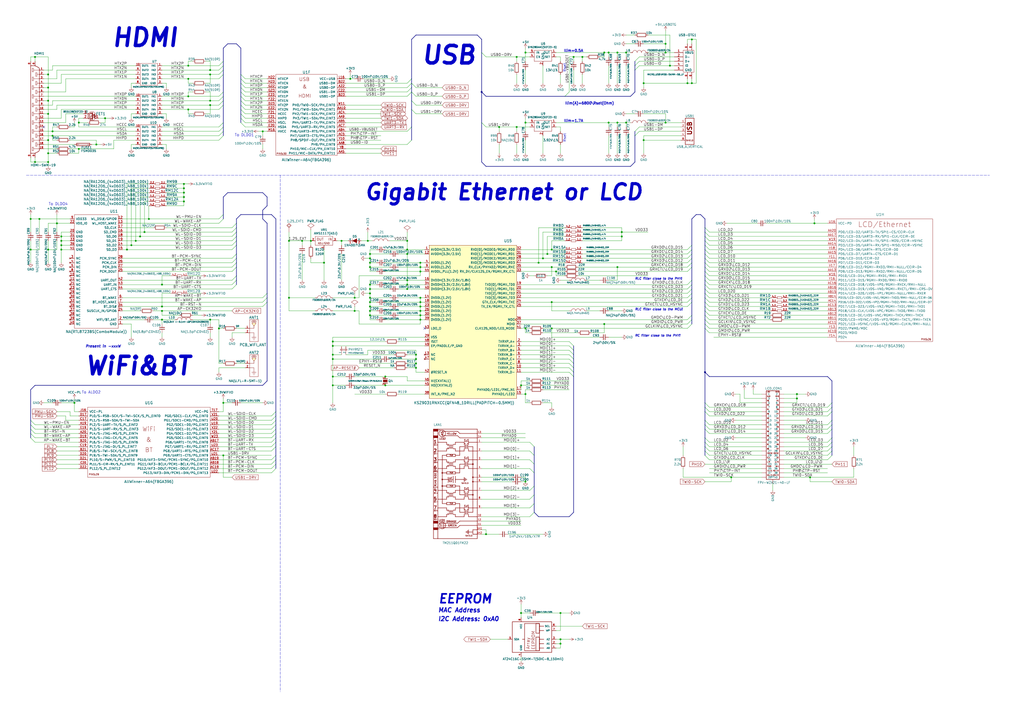
<source format=kicad_sch>
(kicad_sch (version 20231120) (generator "eeschema") (generator_version "8.0")
  (paper "A2")
  (title_block (title "A64-OLinuXino") (date "2020-02-11") (rev "G") (company "OLIMEX LTD, Bulgaria") (comment 1 "<c> 2020"))
  (lib_symbols
    (symbol "A64-OlinuXino_Rev_G:+3.3V" (power) (pin_names (offset 0))
      (property "Value" "+3.3V" (at 0 3.556 0))
      (symbol "+3.3V_1_1"
        (pin power_in line (at 0 0 90) (length 0) hide (name "+3V3") (number "1"))
      )
    )
    (symbol "A64-OlinuXino_Rev_G:+3.3VD" (power) (pin_names (offset 0))
      (property "Value" "+3.3VD" (at 0 3.556 0))
      (symbol "+3.3VD_1_1"
        (pin power_in line (at 0 0 90) (length 0) hide (name "+3.3VD") (number "1"))
      )
    )
    (symbol "A64-OlinuXino_Rev_G:+3.3VWiFiIO" (power) (pin_names (offset 0))
      (property "Value" "+3.3VWiFiIO" (at 0 3.556 0))
      (symbol "+3.3VWiFiIO_1_1"
        (pin power_in line (at 0 0 90) (length 0) hide (name "+3.3VWiFiIO") (number "1"))
      )
    )
    (symbol "A64-OlinuXino_Rev_G:+5V" (power) (pin_names (offset 0))
      (property "Value" "+5V" (at 0 3.556 0))
      (symbol "+5V_1_1"
        (pin power_in line (at 0 0 90) (length 0) hide (name "+5V") (number "1"))
      )
    )
    (symbol "A64-OlinuXino_Rev_G:+5V_USBOTG" (power) (pin_names (offset 0))
      (property "Value" "+5V_USBOTG" (at 0 3.556 0))
      (symbol "+5V_USBOTG_1_1"
        (pin power_in line (at 0 0 90) (length 0) hide (name "+5V_USBOTG") (number "1"))
      )
    )
    (symbol "A64-OlinuXino_Rev_G:AMS1117-ADJ" (pin_names (offset 1.016) hide)
      (property "Reference" "VR" (at -5.08 5.715 0))
      (property "Value" "AMS1117-ADJ" (at -5.08 3.175 0))
      (symbol "AMS1117-ADJ_1_0"
        (text "ADJ/GND" (at 0.127 -1.397 0) (effects (font (size 1.016 1.016))))
        (text "IN" (at -3.556 0.889 0) (effects (font (size 1.397 1.397))))
        (text "OUT" (at 2.286 0.889 0) (effects (font (size 1.397 1.397))))
      )
      (symbol "AMS1117-ADJ_1_1"
        (pin power_in line (at 0 -5.08 90) (length 2.54) (name "ADJ/GND") (number "1"))
        (pin power_in line (at 7.62 0 180) (length 2.54) (name "OUT") (number "2"))
        (pin input line (at -7.62 0 0) (length 2.54) (name "IN") (number "3"))
      )
    )
    (symbol "A64-OlinuXino_Rev_G:AT24C16BN-SH(SO-8_150mil)" (pin_names (offset 1.016))
      (property "Reference" "U" (at 0 8.89 0))
      (property "Value" "AT24C16BN-SH(SO-8_150mil)" (at 1.27 -13.97 0))
      (symbol "AT24C16BN-SH(SO-8_150mil)_0_0"
        (text "Array" (at -1.016 -4.826 900) (effects (font (size 1.8034 1.8034))))
        (text "EEPROM" (at 2.032 -3.048 900) (effects (font (size 1.8034 1.8034))))
      )
      (symbol "AT24C16BN-SH(SO-8_150mil)_1_1"
        (pin input line (at 15.24 -7.62 180) (length 2.54) (name "A0") (number "1"))
        (pin input line (at 15.24 -5.08 180) (length 2.54) (name "A1") (number "2"))
        (pin input line (at 15.24 -2.54 180) (length 2.54) (name "A2") (number "3"))
        (pin power_in line (at -5.08 -12.7 90) (length 2.54) (name "GND") (number "4"))
        (pin bidirectional line (at -12.7 -2.54 0) (length 2.54) (name "SDA") (number "5"))
        (pin input line (at 15.24 5.08 180) (length 2.54) (name "SCL") (number "6"))
        (pin input line (at 15.24 2.54 180) (length 2.54) (name "WP") (number "7"))
        (pin power_in line (at -5.08 10.16 270) (length 2.54) (name "VCC") (number "8"))
      )
    )
    (symbol "A64-OlinuXino_Rev_G:AllWinner-A64(FBGA396)" (pin_names (offset 1.016))
      (property "Reference" "U" (at 0 1.27 0))
      (property "Value" "AllWinner-A64(FBGA396)" (at 0 -1.27 0))
      (symbol "AllWinner-A64(FBGA396)_1_1"
        (text "DDR3" (at 0 58.42 0) (effects (font (size 2.54 2.54))))
        (text "PINS:88" (at 9.6774 -62.7888 0) (effects (font (size 0.9906 0.9906))))
        (pin bidirectional line (at -17.78 5.08 0) (length 5.08) (name "SDQ22") (number "A2"))
        (pin bidirectional line (at -17.78 -5.08 0) (length 5.08) (name "SDQ26") (number "A4"))
        (pin bidirectional line (at -17.78 -7.62 0) (length 5.08) (name "SDQ27") (number "A5"))
        (pin bidirectional line (at -17.78 -10.16 0) (length 5.08) (name "SDQ28") (number "A7"))
        (pin bidirectional line (at -17.78 -12.7 0) (length 5.08) (name "SDQ29") (number "A8"))
        (pin bidirectional line (at -17.78 10.16 0) (length 5.08) (name "SDQ20") (number "B1"))
        (pin bidirectional line (at -17.78 7.62 0) (length 5.08) (name "SDQ21") (number "B2"))
        (pin bidirectional line (at -17.78 2.54 0) (length 5.08) (name "SDQ23") (number "B3"))
        (pin bidirectional line (at -17.78 -2.54 0) (length 5.08) (name "SDQ25") (number "B4"))
        (pin output line (at 17.78 -33.02 180) (length 5.08) (name "SDQS3N") (number "B5"))
        (pin output line (at 17.78 -30.48 180) (length 5.08) (name "SDQS3P") (number "B6"))
        (pin output line (at 17.78 -12.7 180) (length 5.08) (name "SDQM3") (number "B7"))
        (pin bidirectional line (at -17.78 -15.24 0) (length 5.08) (name "SDQ30") (number "B8"))
        (pin bidirectional line (at -17.78 -17.78 0) (length 5.08) (name "SDQ31") (number "B9"))
        (pin output line (at 17.78 -10.16 180) (length 5.08) (name "SDQM2") (number "C2"))
        (pin output line (at 17.78 38.1 180) (length 5.08) (name "SA9") (number "C4"))
        (pin bidirectional line (at -17.78 0 0) (length 5.08) (name "SDQ24") (number "C5"))
        (pin output line (at 17.78 12.7 180) (length 5.08) (name "SBA2") (number "C6"))
        (pin output line (at 17.78 -48.26 180) (length 5.08) (name "SWE") (number "C8"))
        (pin output line (at 17.78 -50.8 180) (length 5.08) (name "SCAS") (number "C9"))
        (pin output line (at 17.78 -27.94 180) (length 5.08) (name "SDQS2N") (number "D1"))
        (pin output line (at 17.78 -55.88 180) (length 5.08) (name "SRST") (number "D10"))
        (pin output line (at 17.78 -25.4 180) (length 5.08) (name "SDQS2P") (number "D2"))
        (pin output line (at 17.78 40.64 180) (length 5.08) (name "SA8") (number "D3"))
        (pin output line (at 17.78 -40.64 180) (length 5.08) (name "SODT0") (number "D5"))
        (pin output line (at 17.78 17.78 180) (length 5.08) (name "SBA0") (number "D8"))
        (pin bidirectional line (at -17.78 12.7 0) (length 5.08) (name "SDQ19") (number "E1"))
        (pin bidirectional line (at -17.78 15.24 0) (length 5.08) (name "SDQ18") (number "E2"))
        (pin bidirectional line (at -17.78 20.32 0) (length 5.08) (name "SDQ16") (number "E3"))
        (pin output line (at 17.78 43.18 180) (length 5.08) (name "SA7") (number "E4"))
        (pin output line (at 17.78 -35.56 180) (length 5.08) (name "SCS0") (number "E5"))
        (pin output line (at 17.78 -43.18 180) (length 5.08) (name "SODT1") (number "E7"))
        (pin output line (at 17.78 27.94 180) (length 5.08) (name "SA13") (number "E8"))
        (pin bidirectional line (at -17.78 17.78 0) (length 5.08) (name "SDQ17") (number "F2"))
        (pin output line (at 17.78 45.72 180) (length 5.08) (name "SA6") (number "F3"))
        (pin output line (at 17.78 -53.34 180) (length 5.08) (name "SRAS") (number "F7"))
        (pin bidirectional line (at -17.78 58.42 0) (length 5.08) (name "SDQ1") (number "G1"))
        (pin output line (at 17.78 7.62 180) (length 5.08) (name "SCKP") (number "G2"))
        (pin output line (at 17.78 5.08 180) (length 5.08) (name "SCKN") (number "G3"))
        (pin output line (at 17.78 48.26 180) (length 5.08) (name "SA5") (number "G4"))
        (pin input line (at 17.78 -60.96 180) (length 5.08) (name "SVREF") (number "G5"))
        (pin power_in line (at -17.78 -33.02 0) (length 5.08) (name "VCC-DRAM2") (number "G7"))
        (pin power_in line (at -17.78 -43.18 0) (length 5.08) (name "VCC-DRAM6") (number "G8"))
        (pin power_in line (at -17.78 -53.34 0) (length 5.08) (name "VCC-DRAM10") (number "G9"))
        (pin bidirectional line (at -17.78 48.26 0) (length 5.08) (name "SDQ5") (number "H1"))
        (pin bidirectional line (at -17.78 50.8 0) (length 5.08) (name "SDQ4") (number "H2"))
        (pin bidirectional line (at -17.78 55.88 0) (length 5.08) (name "SDQ2") (number "H3"))
        (pin output line (at 17.78 -38.1 180) (length 5.08) (name "SCS1") (number "H5"))
        (pin output line (at 17.78 0 180) (length 5.08) (name "SCKE1") (number "H6"))
        (pin output line (at 17.78 -5.08 180) (length 5.08) (name "SDQM0") (number "J2"))
        (pin output line (at 17.78 2.54 180) (length 5.08) (name "SCKE0") (number "J3"))
        (pin power_in line (at -17.78 -45.72 0) (length 5.08) (name "VCC-DRAM7") (number "J8"))
        (pin bidirectional line (at -17.78 53.34 0) (length 5.08) (name "SDQ3") (number "K1"))
        (pin output line (at 17.78 -17.78 180) (length 5.08) (name "SDQS0N") (number "K2"))
        (pin output line (at 17.78 -15.24 180) (length 5.08) (name "SDQS0P") (number "K3"))
        (pin output line (at 17.78 25.4 180) (length 5.08) (name "SA14") (number "K4"))
        (pin output line (at 17.78 30.48 180) (length 5.08) (name "SA12") (number "K5"))
        (pin power_in line (at -17.78 -27.94 0) (length 5.08) (name "VCC-DRAM0") (number "K6"))
        (pin power_in line (at -17.78 -35.56 0) (length 5.08) (name "VCC-DRAM3") (number "K7"))
        (pin bidirectional line (at -17.78 45.72 0) (length 5.08) (name "SDQ6") (number "L1"))
        (pin bidirectional line (at -17.78 43.18 0) (length 5.08) (name "SDQ7") (number "L2"))
        (pin bidirectional line (at -17.78 60.96 0) (length 5.08) (name "SDQ0") (number "L3"))
        (pin power_in line (at -17.78 -30.48 0) (length 5.08) (name "VCC-DRAM1") (number "L6"))
        (pin power_in line (at -17.78 -38.1 0) (length 5.08) (name "VCC-DRAM4") (number "L7"))
        (pin power_in line (at -17.78 -48.26 0) (length 5.08) (name "VCC-DRAM8") (number "L8"))
        (pin bidirectional line (at -17.78 22.86 0) (length 5.08) (name "SDQ15") (number "M2"))
        (pin output line (at 17.78 35.56 180) (length 5.08) (name "SA10") (number "M4"))
        (pin bidirectional line (at -17.78 25.4 0) (length 5.08) (name "SDQ14") (number "N1"))
        (pin bidirectional line (at -17.78 27.94 0) (length 5.08) (name "SDQ13") (number "N2"))
        (pin bidirectional line (at -17.78 30.48 0) (length 5.08) (name "SDQ12") (number "N3"))
        (pin output line (at 17.78 55.88 180) (length 5.08) (name "SA2") (number "N5"))
        (pin output line (at 17.78 53.34 180) (length 5.08) (name "SA3") (number "N6"))
        (pin power_in line (at -17.78 -40.64 0) (length 5.08) (name "VCC-DRAM5") (number "N7"))
        (pin power_in line (at -17.78 -50.8 0) (length 5.08) (name "VCC-DRAM9") (number "N8"))
        (pin output line (at 17.78 -20.32 180) (length 5.08) (name "SDQS1P") (number "P1"))
        (pin output line (at 17.78 -22.86 180) (length 5.08) (name "SDQS1N") (number "P2"))
        (pin output line (at 17.78 -7.62 180) (length 5.08) (name "SDQM1") (number "P3"))
        (pin output line (at 17.78 60.96 180) (length 5.08) (name "SA0") (number "P5"))
        (pin output line (at 17.78 50.8 180) (length 5.08) (name "SA4") (number "P6"))
        (pin bidirectional line (at -17.78 33.02 0) (length 5.08) (name "SDQ11") (number "R2"))
        (pin output line (at 17.78 15.24 180) (length 5.08) (name "SBA1") (number "R3"))
        (pin output line (at 17.78 58.42 180) (length 5.08) (name "SA1") (number "R4"))
        (pin bidirectional line (at -17.78 35.56 0) (length 5.08) (name "SDQ10") (number "T1"))
        (pin bidirectional line (at -17.78 38.1 0) (length 5.08) (name "SDQ9") (number "T2"))
        (pin bidirectional line (at -17.78 40.64 0) (length 5.08) (name "SDQ8") (number "T3"))
        (pin output line (at 17.78 22.86 180) (length 5.08) (name "SA15") (number "T4"))
        (pin passive line (at 17.78 -58.42 180) (length 5.08) (name "SZQ") (number "U1"))
        (pin output line (at 17.78 33.02 180) (length 5.08) (name "SA11") (number "U4"))
      )
      (symbol "AllWinner-A64(FBGA396)_2_1"
        (text "Crystal, RTC and control" (at 3.81 8.255 0) (effects (font (size 0.762 0.762))))
        (text "PINS:20" (at 8.89 -16.891 0) (effects (font (size 0.9906 0.9906))))
        (pin input line (at -17.78 -12.7 0) (length 5.08) (name "KEYADC") (number "A16"))
        (pin input line (at -17.78 -2.54 0) (length 5.08) (name "JTAGSEL0") (number "AA11"))
        (pin input line (at -17.78 -5.08 0) (length 5.08) (name "JTAGSEL1") (number "AA12"))
        (pin output line (at -17.78 15.24 0) (length 5.08) (name "X32KFOUT") (number "B18"))
        (pin output line (at -17.78 12.7 0) (length 5.08) (name "X32KOUT") (number "B19"))
        (pin input line (at -17.78 10.16 0) (length 5.08) (name "X32KIN") (number "C18"))
        (pin input line (at -17.78 -7.62 0) (length 5.08) (name "RESET") (number "E17"))
        (pin input line (at -17.78 -15.24 0) (length 5.08) (name "FEL/UBOOT") (number "F17"))
        (pin input line (at 17.78 -15.24 180) (length 5.08) (name "RTC-VIO") (number "G16"))
        (pin input line (at -17.78 -10.16 0) (length 5.08) (name "NMI") (number "G18"))
        (pin bidirectional line (at 17.78 10.16 180) (length 5.08) (name "HSIC-DAT") (number "G19"))
        (pin input line (at -17.78 0 0) (length 5.08) (name "TEST") (number "H14"))
        (pin power_in line (at 17.78 -2.54 180) (length 5.08) (name "VCC-RTC") (number "H16"))
        (pin bidirectional line (at 17.78 12.7 180) (length 5.08) (name "HSIC-STR") (number "H19"))
        (pin power_in line (at 17.78 15.24 180) (length 5.08) (name "HSIC-VCC") (number "K16"))
        (pin input line (at -17.78 5.08 0) (length 5.08) (name "X24MI") (number "K22"))
        (pin output line (at -17.78 7.62 0) (length 5.08) (name "X24MO") (number "K23"))
        (pin power_in line (at 17.78 -10.16 180) (length 5.08) (name "VCC-PLL") (number "N16"))
        (pin input line (at 17.78 5.08 180) (length 5.08) (name "VCC-EFUSE") (number "N18"))
        (pin input line (at 17.78 2.54 180) (length 5.08) (name "VDDBP-EFUSE") (number "P16"))
      )
      (symbol "AllWinner-A64(FBGA396)_3_1"
        (text "NAND/eMMC" (at -5.08 22.86 0) (effects (font (size 2.032 2.032))))
        (text "PINS:18" (at 12.192 -24.6634 0) (effects (font (size 0.9906 0.9906))))
        (pin bidirectional line (at 20.32 5.08 180) (length 5.08) (name "PC5/NAND-RE/SDC2-CLK") (number "G20"))
        (pin bidirectional line (at 20.32 -10.16 180) (length 5.08) (name "PC11/NAND-DQ3/SDC2-D3") (number "H20"))
        (pin bidirectional line (at 20.32 -17.78 180) (length 5.08) (name "PC14/NAND-DQ6/SDC2-D6") (number "J21"))
        (pin bidirectional line (at 20.32 15.24 180) (length 5.08) (name "PC1/NAND-ALE/SDC2-DS/SPI0-MISO") (number "K18"))
        (pin bidirectional line (at 20.32 2.54 180) (length 5.08) (name "PC6/NAND-RB0/SDC2-CMD") (number "K19"))
        (pin bidirectional line (at 20.32 -7.62 180) (length 5.08) (name "PC10/NAND-DQ2/SDC2-D2") (number "K20"))
        (pin bidirectional line (at 20.32 -5.08 180) (length 5.08) (name "PC9/NAND-DQ1/SDC2-D1") (number "L19"))
        (pin bidirectional line (at 20.32 -15.24 180) (length 5.08) (name "PC13/NAND-DQ5/SDC2-D5") (number "L20"))
        (pin bidirectional line (at 20.32 -2.54 180) (length 5.08) (name "PC8/NAND-DQ0/SDC2-D0") (number "M21"))
        (pin bidirectional line (at 20.32 -22.86 180) (length 5.08) (name "PC16/NAND-DQS/SDC2-RST") (number "N20"))
        (pin bidirectional line (at 20.32 -12.7 180) (length 5.08) (name "PC12/NAND-DQ4/SDC2-D4") (number "P18"))
        (pin bidirectional line (at 20.32 10.16 180) (length 5.08) (name "PC3/NAND-CE1/SPI0-CS") (number "P19"))
        (pin bidirectional line (at 20.32 12.7 180) (length 5.08) (name "PC2/NAND-CLE/SPI0-CLK") (number "P20"))
        (pin power_in line (at 20.32 22.86 180) (length 5.08) (name "VCC-PC") (number "R16"))
        (pin bidirectional line (at 20.32 -20.32 180) (length 5.08) (name "PC15/NAND-DQ7/SDC2-D7") (number "R21"))
        (pin bidirectional line (at 20.32 0 180) (length 5.08) (name "PC7/NAND-RB1") (number "T19"))
        (pin bidirectional line (at 20.32 7.62 180) (length 5.08) (name "PC4/NAND-CE0") (number "T20"))
        (pin bidirectional line (at 20.32 17.78 180) (length 5.08) (name "PC0/NAND-WE/SPI0-MOSI") (number "T21"))
      )
      (symbol "AllWinner-A64(FBGA396)_4_1"
        (text "PINS:7" (at 12.6492 -9.4234 0) (effects (font (size 0.9906 0.9906))))
        (text "T-CARD" (at 0 -8.255 0) (effects (font (size 2.032 2.032))))
        (pin bidirectional line (at 20.32 7.62 180) (length 5.08) (name "PF0/SDC0-D1/JTAG-MS1") (number "AB10"))
        (pin bidirectional line (at 20.32 -2.54 180) (length 5.08) (name "PF4/SDC0-D3/UART0-RX") (number "AB6"))
        (pin bidirectional line (at 20.32 -7.62 180) (length 5.08) (name "PF6") (number "AB8"))
        (pin bidirectional line (at 20.32 -5.08 180) (length 5.08) (name "PF5/SDC0-D2/JTAG-CK1") (number "AB9"))
        (pin bidirectional line (at 20.32 2.54 180) (length 5.08) (name "PF2/SDC0-CLK/UART0-TX") (number "AC8"))
        (pin bidirectional line (at 20.32 5.08 180) (length 5.08) (name "PF1/SDC0-D0/JTAG-DI1") (number "W13"))
        (pin bidirectional line (at 20.32 0 180) (length 5.08) (name "PF3/SDC0-CMD/JTAG-DO1") (number "W9"))
      )
      (symbol "AllWinner-A64(FBGA396)_5_1"
        (text "Audio" (at 0 15.24 0) (effects (font (size 2.54 2.54))))
        (text "PINS:31" (at 9.7028 -27.2034 0) (effects (font (size 0.9906 0.9906))))
        (pin power_in line (at -17.78 10.16 0) (length 5.08) (name "AGND") (number "A11"))
        (pin output line (at 17.78 2.54 180) (length 5.08) (name "EAROUTN") (number "A13"))
        (pin input line (at -17.78 -22.86 0) (length 5.08) (name "LINEINR") (number "A14"))
        (pin input line (at -17.78 -10.16 0) (length 5.08) (name "MICIN2N") (number "A17"))
        (pin input line (at -17.78 0 0) (length 5.08) (name "MIC-DET") (number "B10"))
        (pin input line (at -17.78 15.24 0) (length 5.08) (name "VRA2") (number "B11"))
        (pin input line (at -17.78 17.78 0) (length 5.08) (name "VRA1") (number "B12"))
        (pin output line (at 17.78 5.08 180) (length 5.08) (name "EAROUTP") (number "B13"))
        (pin input line (at -17.78 -25.4 0) (length 5.08) (name "LINEINL") (number "B14"))
        (pin input line (at -17.78 -2.54 0) (length 5.08) (name "MICIN1P") (number "B15"))
        (pin input line (at -17.78 -5.08 0) (length 5.08) (name "MICIN1N") (number "B16"))
        (pin input line (at -17.78 -7.62 0) (length 5.08) (name "MICIN2P") (number "B17"))
        (pin input line (at 17.78 -2.54 180) (length 5.08) (name "HP-FB") (number "C10"))
        (pin input line (at -17.78 20.32 0) (length 5.08) (name "VRP") (number "C11"))
        (pin output line (at 17.78 -7.62 180) (length 5.08) (name "HPOUTR") (number "C12"))
        (pin output line (at 17.78 -5.08 180) (length 5.08) (name "HPOUTL") (number "C13"))
        (pin input line (at -17.78 -17.78 0) (length 5.08) (name "PHONEINN") (number "C14"))
        (pin output line (at 17.78 -25.4 180) (length 5.08) (name "LINEOUTN/R") (number "C16"))
        (pin input line (at 17.78 -10.16 180) (length 5.08) (name "HP-DET") (number "D11"))
        (pin power_out line (at -17.78 5.08 0) (length 5.08) (name "HBIAS") (number "D13"))
        (pin input line (at -17.78 -15.24 0) (length 5.08) (name "PHONEINP") (number "D14"))
        (pin output line (at 17.78 -22.86 180) (length 5.08) (name "LINEOUTP/L") (number "D16"))
        (pin passive line (at 17.78 10.16 180) (length 5.08) (name "CPN") (number "E10"))
        (pin passive line (at 17.78 12.7 180) (length 5.08) (name "CPP") (number "E11"))
        (pin power_in line (at 17.78 25.4 180) (length 5.08) (name "CPVDD") (number "E13"))
        (pin power_out line (at -17.78 2.54 0) (length 5.08) (name "MBIAS") (number "E14"))
        (pin output line (at 17.78 -15.24 180) (length 5.08) (name "PHONEOUTP") (number "E16"))
        (pin power_out line (at 17.78 20.32 180) (length 5.08) (name "CPVEE") (number "F12"))
        (pin output line (at 17.78 -17.78 180) (length 5.08) (name "PHONEOUTN") (number "F16"))
        (pin power_in line (at 17.78 17.78 180) (length 5.08) (name "VEE") (number "G13"))
        (pin power_in line (at -17.78 25.4 0) (length 5.08) (name "AVCC") (number "G14"))
      )
      (symbol "AllWinner-A64(FBGA396)_6_1"
        (text "&" (at -1.016 15.748 0) (effects (font (size 2.0066 2.0066))))
        (text "HDMI" (at -1.016 10.414 0) (effects (font (size 2.0066 2.0066))))
        (text "PINS:30" (at -14.478 -23.114 0) (effects (font (size 0.9906 0.9906))))
        (text "USB" (at -1.27 20.066 0) (effects (font (size 2.0066 2.0066))))
        (pin bidirectional line (at 22.86 15.24 180) (length 5.08) (name "USB0-DP") (number "A22"))
        (pin bidirectional line (at 22.86 2.54 180) (length 5.08) (name "PH1/TWI0-SDA/PH_EINT1") (number "AA10"))
        (pin bidirectional line (at 22.86 -22.86 180) (length 5.08) (name "PH11/MIC-DATA/PH_EINT11") (number "AA5"))
        (pin bidirectional line (at 22.86 -17.78 180) (length 5.08) (name "PH9/PH_EINT9") (number "AA8"))
        (pin bidirectional line (at 22.86 -2.54 180) (length 5.08) (name "PH3/TWI1-SDA/PH_EINT3") (number "AA9"))
        (pin bidirectional line (at 22.86 -10.16 180) (length 5.08) (name "PH6/UART3-RTS/PH_EINT6") (number "AB4"))
        (pin bidirectional line (at 22.86 -5.08 180) (length 5.08) (name "PH4/UART3-TX/PH_EINT4") (number "AB5"))
        (pin bidirectional line (at 22.86 0 180) (length 5.08) (name "PH2/TWI1-SCK/PH_EINT2") (number "AC4"))
        (pin bidirectional line (at 22.86 -12.7 180) (length 5.08) (name "PH7/UART3-CTS/PH_EINT7") (number "AC5"))
        (pin bidirectional line (at 22.86 -7.62 180) (length 5.08) (name "PH5/UART3-RX/PH_EINT5") (number "AC7"))
        (pin bidirectional line (at 22.86 17.78 180) (length 5.08) (name "USB0-DM") (number "B22"))
        (pin bidirectional line (at 22.86 10.16 180) (length 5.08) (name "USB1-DP") (number "B23"))
        (pin bidirectional line (at 22.86 12.7 180) (length 5.08) (name "USB1-DM") (number "C22"))
        (pin output line (at -22.86 5.08 0) (length 5.08) (name "HTX2P") (number "D23"))
        (pin output line (at -22.86 -7.62 0) (length 5.08) (name "HSDA") (number "E20"))
        (pin output line (at -22.86 -2.54 0) (length 5.08) (name "HHPD") (number "E21"))
        (pin output line (at -22.86 2.54 0) (length 5.08) (name "HTX2N") (number "E22"))
        (pin output line (at -22.86 10.16 0) (length 5.08) (name "HTX1P") (number "E23"))
        (pin output line (at -22.86 0 0) (length 5.08) (name "HCEC") (number "F21"))
        (pin output line (at -22.86 7.62 0) (length 5.08) (name "HTX1N") (number "F22"))
        (pin output line (at -22.86 -5.08 0) (length 5.08) (name "HSCL") (number "G21"))
        (pin output line (at -22.86 15.24 0) (length 5.08) (name "HTX0P") (number "G22"))
        (pin output line (at -22.86 12.7 0) (length 5.08) (name "HTX0N") (number "G23"))
        (pin output line (at -22.86 20.32 0) (length 5.08) (name "HTXCP") (number "H22"))
        (pin output line (at -22.86 17.78 0) (length 5.08) (name "HTXCN") (number "H23"))
        (pin power_in line (at 22.86 20.32 180) (length 5.08) (name "VCC-USB") (number "L16"))
        (pin power_in line (at -22.86 -10.16 0) (length 5.08) (name "HVCC") (number "M16"))
        (pin bidirectional line (at 22.86 5.08 180) (length 5.08) (name "PH0/TWI0-SCK/PH_EINT0") (number "W11"))
        (pin bidirectional line (at 22.86 -15.24 180) (length 5.08) (name "PH8/SPDIF-OUT/PH_EINT8") (number "Y10"))
        (pin bidirectional line (at 22.86 -20.32 180) (length 5.08) (name "PH10/MIC-CLK/PH_EINT10") (number "Y8"))
      )
      (symbol "AllWinner-A64(FBGA396)_7_1"
        (text "&" (at 0 1.524 0) (effects (font (size 2.54 2.54))))
        (text "BT" (at 0 -4.445 0) (effects (font (size 2.54 2.54))))
        (text "PINS:29" (at -31.877 -18.669 0) (effects (font (size 0.9906 0.9906))))
        (text "WiFi" (at 0 7.62 0) (effects (font (size 2.54 2.54))))
        (pin bidirectional line (at -40.64 10.16 0) (length 5.08) (name "PL2/S-UART-TX/S_PL_EINT2") (number "A19"))
        (pin bidirectional line (at -40.64 5.08 0) (length 5.08) (name "PL4/S-JTAG-MS/S_PL_EINT4") (number "A20"))
        (pin bidirectional line (at 40.64 0 180) (length 5.08) (name "PG6/UART1-TX/PG_EINT6") (number "AB17"))
        (pin bidirectional line (at 40.64 -12.7 180) (length 5.08) (name "PG11/AIF3-BCLK/PCM1-BCLK/PG_EINT11") (number "AB18"))
        (pin bidirectional line (at 40.64 -10.16 180) (length 5.08) (name "PG10/AIF3-SYNC/PCM1-SYNC/PG_EINT10") (number "AB19"))
        (pin bidirectional line (at 40.64 -5.08 180) (length 5.08) (name "PG8/UART1-RTS/PG_EINT8") (number "AC17"))
        (pin bidirectional line (at 40.64 -15.24 180) (length 5.08) (name "PG12/AIF3-DOUT/PCM1-DOUT/PG_EINT12") (number "AC19"))
        (pin bidirectional line (at -40.64 0 0) (length 5.08) (name "PL6/S-JTAG-DO/S_PL_EINT6") (number "B20"))
        (pin bidirectional line (at -40.64 -5.08 0) (length 5.08) (name "PL8/S-TWI-SCK/S_PL_EINT8") (number "B21"))
        (pin bidirectional line (at -40.64 12.7 0) (length 5.08) (name "PL1/S-RSB-SDA/S-TWI-SDA") (number "C17"))
        (pin bidirectional line (at -40.64 -2.54 0) (length 5.08) (name "PL7/S-JTAG-DI/S_PL_EINT7") (number "C19"))
        (pin bidirectional line (at -40.64 -12.7 0) (length 5.08) (name "PL11/S-CIR-RX/S_PL_EINT11") (number "C20"))
        (pin bidirectional line (at -40.64 15.24 0) (length 5.08) (name "PL0/S-RSB-SCK/S-TWI-SCK/S_PL_EINT0") (number "D17"))
        (pin bidirectional line (at -40.64 2.54 0) (length 5.08) (name "PL5/S-JTAG-CK/S_PL_EINT5") (number "D19"))
        (pin bidirectional line (at -40.64 -7.62 0) (length 5.08) (name "PL9/S-TWI-SDA/S_PL_EINT9") (number "D20"))
        (pin bidirectional line (at -40.64 -10.16 0) (length 5.08) (name "PL10/S-PWM/S_PL_EINT10") (number "D21"))
        (pin bidirectional line (at -40.64 -15.24 0) (length 5.08) (name "PL12/S_PL_EINT12") (number "D22"))
        (pin bidirectional line (at -40.64 7.62 0) (length 5.08) (name "PL3/S-UART-RX/S_PL_EINT3") (number "E19"))
        (pin power_in line (at -40.64 17.78 0) (length 5.08) (name "VCC-PL") (number "J16"))
        (pin power_in line (at 40.64 17.78 180) (length 5.08) (name "VCC-PG") (number "T17"))
        (pin bidirectional line (at 40.64 10.16 180) (length 5.08) (name "PG2/SDC1-D0/PG_EINT2") (number "U19"))
        (pin bidirectional line (at 40.64 12.7 180) (length 5.08) (name "PG1/SDC1-CMD/PG_EINT1") (number "U20"))
        (pin bidirectional line (at 40.64 -7.62 180) (length 5.08) (name "PG9/UART1-CTS/PG_EINT9") (number "U21"))
        (pin bidirectional line (at 40.64 -17.78 180) (length 5.08) (name "PG13/AIF3-DIN/PCM1-DIN/PG_EINT13") (number "U22"))
        (pin bidirectional line (at 40.64 -2.54 180) (length 5.08) (name "PG7/UART1-RX/PG_EINT7") (number "U23"))
        (pin bidirectional line (at 40.64 15.24 180) (length 5.08) (name "PG0/SDC1-CLK/PG_EINT0") (number "V21"))
        (pin bidirectional line (at 40.64 7.62 180) (length 5.08) (name "PG3/SDC1-D1/PG_EINT3") (number "V22"))
        (pin bidirectional line (at 40.64 2.54 180) (length 5.08) (name "PG5/SDC1-D3/PG_EINT5") (number "W23"))
        (pin bidirectional line (at 40.64 5.08 180) (length 5.08) (name "PG4/SDC1-D2/PG_EINT4") (number "Y21"))
      )
      (symbol "AllWinner-A64(FBGA396)_8_1"
        (text "LCD/Ethernet" (at -2.54 32.385 0) (effects (font (size 3.048 3.048))))
        (text "PINS:26" (at -26.67 -34.29 0) (effects (font (size 0.9906 0.9906))))
        (pin bidirectional line (at 30.48 5.08 180) (length 5.08) (name "PD9/LCD-D13/RGMII-RXD2/RMII-NULL/CCIR-D5") (number "AA13"))
        (pin bidirectional line (at 30.48 20.32 180) (length 5.08) (name "PD3/LCD-D5/UART4-RX/SPI1-MISO/CCIR-VSYNC") (number "AA14"))
        (pin bidirectional line (at 30.48 15.24 180) (length 5.08) (name "PD5/LCD-D7/UART4-CTS/CCIR-D1") (number "AA15"))
        (pin bidirectional line (at 30.48 10.16 180) (length 5.08) (name "PD7/LCD-D11/CCIR-D3") (number "AA16"))
        (pin bidirectional line (at 30.48 25.4 180) (length 5.08) (name "PD1/LCD-D3/UART3-RX/SPI1-CLK/CCIR-DE") (number "AA17"))
        (pin bidirectional line (at 30.48 27.94 180) (length 5.08) (name "PD0/LCD-D2/UART3-TX/SPI1-CS/CCIR-CLK") (number "AA20"))
        (pin bidirectional line (at 30.48 -22.86 180) (length 5.08) (name "PD20/LCD-HSYNC/LVDS-VP3/RGMII-TXCTL/RMII-TXEN") (number "AB11"))
        (pin bidirectional line (at 30.48 -20.32 180) (length 5.08) (name "PD19/LCD-DE/LVDS-VNC/RGMII-TXCK/RMII-TXCK") (number "AB12"))
        (pin bidirectional line (at 30.48 -17.78 180) (length 5.08) (name "PD18/LCD-CLK/LVDS-VPC/RGMII-TXD0/RMII-TXD0") (number "AB13"))
        (pin bidirectional line (at 30.48 -10.16 180) (length 5.08) (name "PD15/LCD-D21/LVDS-VN1/RGMII-TXD3/RMII-NULL/CCIR-D6") (number "AB14"))
        (pin bidirectional line (at 30.48 -7.62 180) (length 5.08) (name "PD14/LCD-D20/LVDS-VP1/RGMII-NULL/RMII-RXER") (number "AB15"))
        (pin bidirectional line (at 30.48 -5.08 180) (length 5.08) (name "PD13/LCD-D19/LVDS-VN0/RGMII-RXCTL/RMII-CRS-DV") (number "AB16"))
        (pin bidirectional line (at 30.48 -30.48 180) (length 5.08) (name "PD23/MDIO") (number "AC10"))
        (pin bidirectional line (at 30.48 -25.4 180) (length 5.08) (name "PD21/LCD-VSYNC/LVDS-VN3/RGMII-CLKIN/RMII-NULL") (number "AC11"))
        (pin bidirectional line (at 30.48 -15.24 180) (length 5.08) (name "PD17/LCD-D23/LVDS-VN2/RGMII-TXD1/RMII-TXD1") (number "AC13"))
        (pin bidirectional line (at 30.48 -12.7 180) (length 5.08) (name "PD16/LCD-D22/LVDS-VP2/RGMII-TXD2/RMII-NULL/CCIR-D7") (number "AC14"))
        (pin bidirectional line (at 30.48 -2.54 180) (length 5.08) (name "PD12/LCD-D18/LVDS-VP0/RGMII-RXCK/RMII-NULL") (number "AC16"))
        (pin power_in line (at 30.48 33.02 180) (length 5.08) (name "VCC-PD") (number "U16"))
        (pin bidirectional line (at 30.48 7.62 180) (length 5.08) (name "PD8/LCD-D12/RGMII-RXD3/RMII-NULL/CCIR-D4") (number "V17"))
        (pin bidirectional line (at 30.48 17.78 180) (length 5.08) (name "PD4/LCD-D6/UART4-RTS/CCIR-D0") (number "V18"))
        (pin bidirectional line (at 30.48 2.54 180) (length 5.08) (name "PD10/LCD-D14/RGMII-RXD1/RMII-RXD1") (number "W16"))
        (pin bidirectional line (at 30.48 22.86 180) (length 5.08) (name "PD2/LCD-D4/UART4-TX/SPI1-MOSI/CCIR-HSYNC") (number "W19"))
        (pin bidirectional line (at 30.48 12.7 180) (length 5.08) (name "PD6/LCD-D10/CCIR-D2") (number "Y11"))
        (pin bidirectional line (at 30.48 -27.94 180) (length 5.08) (name "PD22/PWM0/MDC") (number "Y13"))
        (pin bidirectional line (at 30.48 -33.02 180) (length 5.08) (name "PD24") (number "Y14"))
        (pin bidirectional line (at 30.48 0 180) (length 5.08) (name "PD11/LCD-D15/RGMII-RXD0/RMII-RXD0") (number "Y16"))
      )
      (symbol "AllWinner-A64(FBGA396)_9_0"
        (text "&" (at -2.54 -16.51 0) (effects (font (size 2.0066 2.0066))))
      )
      (symbol "AllWinner-A64(FBGA396)_9_1"
        (text "CAMERA" (at -5.08 -20.32 0) (effects (font (size 2.0066 2.0066))))
        (text "MIPI" (at -7.62 -16.51 0) (effects (font (size 2.0066 2.0066))))
        (text "PINS:30" (at -16.9926 -20.8788 0) (effects (font (size 0.9906 0.9906))))
        (pin bidirectional line (at 22.86 22.86 180) (length 5.08) (name "PE0/CSI-PCLK/TS_CLK") (number "AA18"))
        (pin bidirectional line (at 22.86 12.7 180) (length 5.08) (name "PE4/CSI-D0/TS_D0") (number "AA19"))
        (pin bidirectional line (at 22.86 15.24 180) (length 5.08) (name "PE3/CSI-VSYNC/TS_DVLD") (number "AA21"))
        (pin bidirectional line (at 22.86 17.78 180) (length 5.08) (name "PE2/CSI-HSYNC/TS_SYNC") (number "AA22"))
        (pin bidirectional line (at 22.86 -7.62 180) (length 5.08) (name "PE12/CSI-SCK") (number "AB20"))
        (pin bidirectional line (at 22.86 -17.78 180) (length 5.08) (name "PE16") (number "AB21"))
        (pin bidirectional line (at 22.86 -2.54 180) (length 5.08) (name "PE10/CSI-D6/TS-D6") (number "AB22"))
        (pin bidirectional line (at 22.86 20.32 180) (length 5.08) (name "PE1/CSI-MCLK/TS_ERR") (number "AB23"))
        (pin bidirectional line (at 22.86 -12.7 180) (length 5.08) (name "PE14/PLL-LOCK-DBG/TWI2-SCK") (number "AC20"))
        (pin bidirectional line (at 22.86 2.54 180) (length 5.08) (name "PE8/CSI-D4/TS-D4") (number "AC22"))
        (pin bidirectional line (at -25.4 0 0) (length 5.08) (name "DSI-D3N") (number "L22"))
        (pin bidirectional line (at -25.4 2.54 0) (length 5.08) (name "DSI-D3P") (number "L23"))
        (pin bidirectional line (at -25.4 7.62 0) (length 5.08) (name "DSI-D2P") (number "M22"))
        (pin power_in line (at -25.4 -5.08 0) (length 5.08) (name "VCC-DSI") (number "N19"))
        (pin bidirectional line (at -25.4 5.08 0) (length 5.08) (name "DSI-D2N") (number "N22"))
        (pin bidirectional line (at -25.4 22.86 0) (length 5.08) (name "DSI-CKP") (number "N23"))
        (pin bidirectional line (at -25.4 12.7 0) (length 5.08) (name "DSI-D1P") (number "P22"))
        (pin bidirectional line (at -25.4 20.32 0) (length 5.08) (name "DSI-CKN") (number "P23"))
        (pin bidirectional line (at -25.4 10.16 0) (length 5.08) (name "DSI-D1N") (number "R22"))
        (pin bidirectional line (at -25.4 17.78 0) (length 5.08) (name "DSI-D0P") (number "T22"))
        (pin bidirectional line (at -25.4 15.24 0) (length 5.08) (name "DSI-D0N") (number "T23"))
        (pin power_in line (at -25.4 -7.62 0) (length 5.08) (name "VCC-PE") (number "U18"))
        (pin bidirectional line (at 22.86 10.16 180) (length 5.08) (name "PE5/CSI-D1/TS-D1") (number "W17"))
        (pin bidirectional line (at 22.86 7.62 180) (length 5.08) (name "PE6/CSI-D2/TS-D2") (number "W20"))
        (pin bidirectional line (at 22.86 -5.08 180) (length 5.08) (name "PE11/CSI-D7/TS-D7") (number "W21"))
        (pin bidirectional line (at 22.86 -20.32 180) (length 5.08) (name "PE17") (number "W22"))
        (pin bidirectional line (at 22.86 0 180) (length 5.08) (name "PE9/CSI-D5/TS-D5") (number "Y17"))
        (pin bidirectional line (at 22.86 5.08 180) (length 5.08) (name "PE7/CSI-D3/TS-D3") (number "Y19"))
        (pin bidirectional line (at 22.86 -10.16 180) (length 5.08) (name "PE13/CSI-SDA") (number "Y22"))
        (pin bidirectional line (at 22.86 -15.24 180) (length 5.08) (name "PE15/TWI2-SDA") (number "Y23"))
      )
      (symbol "AllWinner-A64(FBGA396)_10_1"
        (text "2G/3G" (at -21.844 9.144 0) (effects (font (size 2.0066 2.0066))))
        (text "MODEM" (at -21.844 5.334 0) (effects (font (size 2.0066 2.0066))))
        (text "PINS:10" (at -23.8506 -12.4968 0) (effects (font (size 0.9906 0.9906))))
        (pin bidirectional line (at 27.94 -2.54 180) (length 5.08) (name "PB5/AIF2-BCLK/PCM0-BCLK/PB_EINT5") (number "AA6"))
        (pin bidirectional line (at 27.94 2.54 180) (length 5.08) (name "PB3/UART2-CTS/I2S0-MCLK/JTAG-DI0/PB_EINT3") (number "AA7"))
        (pin bidirectional line (at 27.94 7.62 180) (length 5.08) (name "PB1/UART2-RX/JTAG-CK0/PB_EINT1") (number "AB7"))
        (pin bidirectional line (at 27.94 -10.16 180) (length 5.08) (name "PB8/UART0-TX/PB_EINT8") (number "V10"))
        (pin bidirectional line (at 27.94 10.16 180) (length 5.08) (name "PB0/UART2-TX/JTAG-MS0/PB_EINT0") (number "V9"))
        (pin bidirectional line (at 27.94 5.08 180) (length 5.08) (name "PB2/UART2-RTS/JTAG-DO0/PB_EINT2") (number "W10"))
        (pin bidirectional line (at 27.94 0 180) (length 5.08) (name "PB4/AIF2-SYNC/PCM0-SYNC/PB_EINT4") (number "W7"))
        (pin bidirectional line (at 27.94 -5.08 180) (length 5.08) (name "PB6/AIF2-DOUT/PCM0-DOUT/PB_EINT6") (number "W8"))
        (pin bidirectional line (at 27.94 -7.62 180) (length 5.08) (name "PB7/AIF2-DINPCM0-DIN/PB_EINT7") (number "Y6"))
        (pin bidirectional line (at 27.94 -12.7 180) (length 5.08) (name "PB9/UART0-RX/PB_EINT9") (number "Y7"))
      )
      (symbol "AllWinner-A64(FBGA396)_11_1"
        (text "PINS:107" (at -0.2286 -78.7908 0) (effects (font (size 0.9906 0.9906))))
        (text "POWER" (at 2.54 1.905 0) (effects (font (size 2.54 2.54))))
        (text "SUPPLY" (at 2.54 -6.985 0) (effects (font (size 2.54 2.54))))
        (pin power_in line (at -17.78 73.66 0) (length 5.08) (name "GND0") (number "A1"))
        (pin power_in line (at 17.78 -76.2 180) (length 5.08) (name "?GND62") (number "A23"))
        (pin power_in line (at 17.78 48.26 180) (length 5.08) (name "VDD-CPUX1") (number "AA1"))
        (pin power_in line (at 17.78 25.4 180) (length 5.08) (name "VDD-CPUX10") (number "AA3"))
        (pin power_in line (at 17.78 38.1 180) (length 5.08) (name "VDD-CPUX5") (number "AB2"))
        (pin power_in line (at 17.78 45.72 180) (length 5.08) (name "VDD-CPUX2") (number "AC1"))
        (pin power_in line (at 17.78 35.56 180) (length 5.08) (name "VDD-CPUX6") (number "AC2"))
        (pin power_in line (at 17.78 -78.74 180) (length 5.08) (name "GND61") (number "AC23"))
        (pin power_in line (at -17.78 68.58 0) (length 5.08) (name "GND2") (number "C3"))
        (pin power_in line (at -17.78 43.18 0) (length 5.08) (name "GND12") (number "C7"))
        (pin power_in line (at -17.78 40.64 0) (length 5.08) (name "GND13") (number "D7"))
        (pin power_in line (at -17.78 -30.48 0) (length 5.08) (name "GND41") (number "G11"))
        (pin power_in line (at -17.78 48.26 0) (length 5.08) (name "GND10") (number "G6"))
        (pin power_in line (at -17.78 -76.2 0) (length 5.08) (name "GND59") (number "H13"))
        (pin power_in line (at 17.78 60.96 180) (length 5.08) (name "VDD-CPUS") (number "H15"))
        (pin power_in line (at -17.78 63.5 0) (length 5.08) (name "GND4") (number "H4"))
        (pin power_in line (at -17.78 -10.16 0) (length 5.08) (name "GND33") (number "J10"))
        (pin power_in line (at -17.78 -33.02 0) (length 5.08) (name "GND42") (number "J11"))
        (pin power_in line (at 17.78 -12.7 180) (length 5.08) (name "VDD-SYS0") (number "J12"))
        (pin power_in line (at 17.78 -15.24 180) (length 5.08) (name "VDD-SYS1") (number "J13"))
        (pin power_in line (at 17.78 -58.42 180) (length 5.08) (name "GND69") (number "J14"))
        (pin power_in line (at 17.78 -63.5 180) (length 5.08) (name "GND67") (number "J15"))
        (pin power_in line (at -17.78 12.7 0) (length 5.08) (name "GND24") (number "J9"))
        (pin power_in line (at -17.78 -12.7 0) (length 5.08) (name "GND34") (number "K10"))
        (pin power_in line (at -17.78 -35.56 0) (length 5.08) (name "GND43") (number "K11"))
        (pin power_in line (at -17.78 -55.88 0) (length 5.08) (name "GND51") (number "K12"))
        (pin power_in line (at -17.78 -78.74 0) (length 5.08) (name "GND60") (number "K13"))
        (pin power_in line (at 17.78 -25.4 180) (length 5.08) (name "VDD-SYS5") (number "K14"))
        (pin power_in line (at -17.78 30.48 0) (length 5.08) (name "GND17") (number "K8"))
        (pin power_in line (at -17.78 10.16 0) (length 5.08) (name "GND25") (number "K9"))
        (pin power_in line (at -17.78 -15.24 0) (length 5.08) (name "GND35") (number "L10"))
        (pin power_in line (at -17.78 -38.1 0) (length 5.08) (name "GND44") (number "L11"))
        (pin power_in line (at -17.78 -58.42 0) (length 5.08) (name "GND52") (number "L12"))
        (pin power_in line (at 17.78 -17.78 180) (length 5.08) (name "VDD-SYS2") (number "L13"))
        (pin power_in line (at 17.78 -27.94 180) (length 5.08) (name "VDD-SYS6") (number "L14"))
        (pin power_in line (at 17.78 -66.04 180) (length 5.08) (name "GND66") (number "L15"))
        (pin power_in line (at -17.78 60.96 0) (length 5.08) (name "GND5") (number "L4"))
        (pin power_in line (at -17.78 55.88 0) (length 5.08) (name "GND7") (number "L5"))
        (pin power_in line (at -17.78 7.62 0) (length 5.08) (name "GND26") (number "L9"))
        (pin power_in line (at -17.78 -17.78 0) (length 5.08) (name "GND36") (number "M10"))
        (pin power_in line (at -17.78 -40.64 0) (length 5.08) (name "GND45") (number "M11"))
        (pin power_in line (at -17.78 -60.96 0) (length 5.08) (name "GND53") (number "M12"))
        (pin power_in line (at 17.78 -20.32 180) (length 5.08) (name "VDD-SYS3") (number "M13"))
        (pin power_in line (at 17.78 -30.48 180) (length 5.08) (name "VDD-SYS7") (number "M14"))
        (pin power_in line (at 17.78 -68.58 180) (length 5.08) (name "GND65") (number "M15"))
        (pin power_in line (at -17.78 66.04 0) (length 5.08) (name "GND3") (number "M3"))
        (pin power_in line (at -17.78 27.94 0) (length 5.08) (name "GND18") (number "M8"))
        (pin power_in line (at -17.78 5.08 0) (length 5.08) (name "GND27") (number "M9"))
        (pin power_in line (at -17.78 -20.32 0) (length 5.08) (name "GND37") (number "N10"))
        (pin power_in line (at -17.78 -43.18 0) (length 5.08) (name "GND46") (number "N11"))
        (pin power_in line (at -17.78 -63.5 0) (length 5.08) (name "GND54") (number "N12"))
        (pin power_in line (at 17.78 -50.8 180) (length 5.08) (name "GND72") (number "N13"))
        (pin power_in line (at 17.78 -33.02 180) (length 5.08) (name "VDD-SYS8") (number "N14"))
        (pin power_in line (at 17.78 -71.12 180) (length 5.08) (name "GND64") (number "N15"))
        (pin power_in line (at -17.78 58.42 0) (length 5.08) (name "GND6") (number "N4"))
        (pin power_in line (at -17.78 2.54 0) (length 5.08) (name "GND28") (number "N9"))
        (pin power_in line (at -17.78 -22.86 0) (length 5.08) (name "GND38") (number "P10"))
        (pin power_in line (at -17.78 -45.72 0) (length 5.08) (name "GND47") (number "P11"))
        (pin power_in line (at -17.78 -66.04 0) (length 5.08) (name "GND55") (number "P12"))
        (pin power_in line (at 17.78 -53.34 180) (length 5.08) (name "GND71") (number "P13"))
        (pin power_in line (at 17.78 -35.56 180) (length 5.08) (name "VDD-SYS9") (number "P14"))
        (pin power_in line (at -17.78 38.1 0) (length 5.08) (name "GND14") (number "P7"))
        (pin power_in line (at -17.78 25.4 0) (length 5.08) (name "GND19") (number "P8"))
        (pin power_in line (at -17.78 0 0) (length 5.08) (name "GND29") (number "P9"))
        (pin power_in line (at -17.78 -25.4 0) (length 5.08) (name "GND39") (number "R10"))
        (pin power_in line (at -17.78 -48.26 0) (length 5.08) (name "GND48") (number "R11"))
        (pin power_in line (at -17.78 -68.58 0) (length 5.08) (name "GND56") (number "R12"))
        (pin power_in line (at 17.78 -22.86 180) (length 5.08) (name "VDD-SYS4") (number "R13"))
        (pin power_in line (at 17.78 -38.1 180) (length 5.08) (name "VDD-SYS10") (number "R14"))
        (pin power_in line (at 17.78 -73.66 180) (length 5.08) (name "GND63") (number "R15"))
        (pin power_in line (at -17.78 53.34 0) (length 5.08) (name "GND8") (number "R5"))
        (pin power_in line (at -17.78 45.72 0) (length 5.08) (name "GND11") (number "R6"))
        (pin power_in line (at -17.78 35.56 0) (length 5.08) (name "GND15") (number "R7"))
        (pin power_in line (at -17.78 22.86 0) (length 5.08) (name "GND20") (number "R8"))
        (pin power_in line (at -17.78 -2.54 0) (length 5.08) (name "GND30") (number "R9"))
        (pin power_in line (at -17.78 -27.94 0) (length 5.08) (name "GND40") (number "T10"))
        (pin power_in line (at -17.78 -50.8 0) (length 5.08) (name "GND49") (number "T11"))
        (pin power_in line (at -17.78 -71.12 0) (length 5.08) (name "GND57") (number "T12"))
        (pin power_in line (at 17.78 -55.88 180) (length 5.08) (name "GND70") (number "T13"))
        (pin power_in line (at 17.78 73.66 180) (length 5.08) (name "VCC-IO0") (number "T14"))
        (pin power_in line (at 17.78 -40.64 180) (length 5.08) (name "VDD-SYS11") (number "T15"))
        (pin output line (at 17.78 -2.54 180) (length 5.08) (name "VDDFB-CPUX") (number "T6"))
        (pin power_in line (at -17.78 20.32 0) (length 5.08) (name "GND21") (number "T8"))
        (pin power_in line (at -17.78 -5.08 0) (length 5.08) (name "GND31") (number "T9"))
        (pin power_in line (at -17.78 -53.34 0) (length 5.08) (name "GND50") (number "U11"))
        (pin power_in line (at -17.78 -73.66 0) (length 5.08) (name "GND58") (number "U12"))
        (pin power_in line (at 17.78 71.12 180) (length 5.08) (name "VCC-IO1") (number "U15"))
        (pin power_in line (at -17.78 71.12 0) (length 5.08) (name "GND1") (number "U2"))
        (pin power_in line (at -17.78 50.8 0) (length 5.08) (name "GND9") (number "U5"))
        (pin power_in line (at 17.78 10.16 180) (length 5.08) (name "VDD-CPUX16") (number "U6"))
        (pin power_in line (at -17.78 33.02 0) (length 5.08) (name "GND16") (number "U7"))
        (pin power_in line (at -17.78 17.78 0) (length 5.08) (name "GND22") (number "U8"))
        (pin power_in line (at -17.78 -7.62 0) (length 5.08) (name "GND32") (number "U9"))
        (pin power_in line (at 17.78 -60.96 180) (length 5.08) (name "GND68") (number "V14"))
        (pin power_in line (at 17.78 43.18 180) (length 5.08) (name "VDD-CPUX3") (number "V2"))
        (pin power_in line (at 17.78 33.02 180) (length 5.08) (name "VDD-CPUX7") (number "V3"))
        (pin power_in line (at 17.78 22.86 180) (length 5.08) (name "VDD-CPUX11") (number "V4"))
        (pin power_in line (at 17.78 15.24 180) (length 5.08) (name "VDD-CPUX14") (number "V5"))
        (pin power_in line (at 17.78 7.62 180) (length 5.08) (name "VDD-CPUX17") (number "V6"))
        (pin power_in line (at -17.78 15.24 0) (length 5.08) (name "GND23") (number "V8"))
        (pin power_in line (at 17.78 50.8 180) (length 5.08) (name "VDD-CPUX0") (number "W1"))
        (pin power_in line (at 17.78 30.48 180) (length 5.08) (name "VDD-CPUX8") (number "W3"))
        (pin power_in line (at 17.78 20.32 180) (length 5.08) (name "VDD-CPUX12") (number "W4"))
        (pin power_in line (at 17.78 12.7 180) (length 5.08) (name "VDD-CPUX15") (number "W5"))
        (pin power_in line (at 17.78 40.64 180) (length 5.08) (name "VDD-CPUX4") (number "Y2"))
        (pin power_in line (at 17.78 27.94 180) (length 5.08) (name "VDD-CPUX9") (number "Y3"))
        (pin power_in line (at 17.78 17.78 180) (length 5.08) (name "VDD-CPUX13") (number "Y4"))
      )
    )
    (symbol "A64-OlinuXino_Rev_G:C" (pin_numbers hide) (pin_names (offset 0.254) hide)
      (property "Reference" "C" (at 0.254 1.778 0))
      (property "Value" "C" (at 0.254 -2.032 0))
      (symbol "C_1_1"
        (pin passive line (at 0 2.54 270) (length 1.905) (name "~") (number "1"))
        (pin passive line (at 0 -2.54 90) (length 2.032) (name "~") (number "2"))
      )
    )
    (symbol "A64-OlinuXino_Rev_G:Crystal" (pin_names (offset 1.016) hide)
      (property "Reference" "Q" (at 0 3.175 0))
      (property "Value" "Crystal" (at 0 -2.54 0))
      (symbol "Crystal_1_1"
        (pin passive line (at -2.54 0 0) (length 1.27) (name "1") (number "1"))
        (pin passive line (at 2.54 0 180) (length 1.27) (name "2") (number "2"))
      )
    )
    (symbol "A64-OlinuXino_Rev_G:D" (pin_names (offset 0))
      (property "Reference" "D" (at 0 -2.54 0))
      (property "Value" "D" (at 0 2.54 0))
      (symbol "D_1_1"
        (pin passive line (at -3.81 0 0) (length 2.54) (name "K") (number "1"))
        (pin passive line (at 3.81 0 180) (length 2.54) (name "A") (number "2"))
      )
    )
    (symbol "A64-OlinuXino_Rev_G:FSMD035" (pin_numbers hide) (pin_names (offset 1.016) hide)
      (property "Reference" "FUSE" (at -3.81 1.397 0))
      (property "Value" "FSMD035" (at -3.81 -2.794 0))
      (symbol "FSMD035_1_1"
        (pin passive line (at -5.08 0 0) (length 2.54) (name "1") (number "1"))
        (pin passive line (at 5.08 0 180) (length 2.54) (name "2") (number "2"))
      )
    )
    (symbol "A64-OlinuXino_Rev_G:GND" (power) (pin_names (offset 0))
      (property "Value" "GND" (at 0 -3.81 0))
      (symbol "GND_1_1"
        (pin power_in line (at 0 0 270) (length 0) hide (name "GND") (number "1"))
      )
    )
    (symbol "A64-OlinuXino_Rev_G:HDMI-SWM-19" (pin_names (offset 1.016) hide)
      (property "Reference" "HDMI" (at 2.54 25.4 0))
      (property "Value" "HDMI-SWM-19" (at 2.54 -27.94 0))
      (symbol "HDMI-SWM-19_1_1"
        (pin input line (at 0 27.94 270) (length 2.54) (name "20") (number "0"))
        (pin input line (at -2.54 27.94 270) (length 2.54) (name "21") (number "0"))
        (pin input line (at 0 -27.94 90) (length 2.54) (name "22") (number "0"))
        (pin input line (at -2.54 -27.94 90) (length 2.54) (name "23") (number "0"))
        (pin input line (at 5.08 22.86 180) (length 2.54) (name "1") (number "1"))
        (pin input line (at 5.08 0 180) (length 2.54) (name "10") (number "10"))
        (pin input line (at 5.08 -2.54 180) (length 2.54) (name "11") (number "11"))
        (pin input line (at 5.08 -5.08 180) (length 2.54) (name "12") (number "12"))
        (pin input line (at 5.08 -7.62 180) (length 2.54) (name "13") (number "13"))
        (pin input line (at 5.08 -10.16 180) (length 2.54) (name "14") (number "14"))
        (pin input line (at 5.08 -12.7 180) (length 2.54) (name "15") (number "15"))
        (pin input line (at 5.08 -15.24 180) (length 2.54) (name "16") (number "16"))
        (pin input line (at 5.08 -17.78 180) (length 2.54) (name "17") (number "17"))
        (pin input line (at 5.08 -20.32 180) (length 2.54) (name "18") (number "18"))
        (pin input line (at 5.08 -22.86 180) (length 2.54) (name "19") (number "19"))
        (pin input line (at 5.08 20.32 180) (length 2.54) (name "2") (number "2"))
        (pin input line (at 5.08 17.78 180) (length 2.54) (name "3") (number "3"))
        (pin input line (at 5.08 15.24 180) (length 2.54) (name "4") (number "4"))
        (pin input line (at 5.08 12.7 180) (length 2.54) (name "5") (number "5"))
        (pin input line (at 5.08 10.16 180) (length 2.54) (name "6") (number "6"))
        (pin input line (at 5.08 7.62 180) (length 2.54) (name "7") (number "7"))
        (pin input line (at 5.08 5.08 180) (length 2.54) (name "8") (number "8"))
        (pin input line (at 5.08 2.54 180) (length 2.54) (name "9") (number "9"))
      )
    )
    (symbol "A64-OlinuXino_Rev_G:JP1E" (pin_numbers hide) (pin_names (offset 0))
      (property "Reference" "JP" (at -1.27 4.445 0))
      (property "Value" "JP1E" (at -1.27 2.54 0))
      (symbol "JP1E_1_1"
        (pin passive line (at 0 -2.54 90) (length 2.54) (name "1") (number "1"))
        (pin passive line (at 2.54 -2.54 90) (length 2.54) (name "2") (number "2"))
      )
    )
    (symbol "A64-OlinuXino_Rev_G:KSZ9031RNXCC(QFN48_1DRILL(PADPITCH-0.5MM))" (pin_names (offset 1.016))
      (property "Reference" "U" (at -20.32 45.72 0))
      (property "Value" "KSZ9031RNXCC(QFN48_1DRILL(PADPITCH-0.5MM))" (at 5.08 -48.26 0))
      (symbol "KSZ9031RNXCC(QFN48_1DRILL(PADPITCH-0.5MM))_1_1"
        (pin power_in line (at 27.94 40.64 180) (length 2.4892) (name "AVDDH(3.3V/2.5V)") (number "1"))
        (pin bidirectional line (at -27.94 -27.94 0) (length 2.4892) (name "TXRXP_D+") (number "10"))
        (pin bidirectional line (at -27.94 -30.48 0) (length 2.4892) (name "TXRXM_D-") (number "11"))
        (pin power_in line (at 27.94 38.1 180) (length 2.4892) (name "AVDDH(3.3V/2.5V)") (number "12"))
        (pin no_connect line (at 27.94 -20.32 180) (length 2.4892) (name "NC") (number "13"))
        (pin power_in line (at 27.94 12.7 180) (length 2.4892) (name "DVDDL(1.2V)") (number "14"))
        (pin bidirectional line (at -27.94 -43.18 0) (length 2.4892) (name "PHYAD1/LED2") (number "15"))
        (pin power_in line (at 27.94 22.86 180) (length 2.4892) (name "DVDDH(3.3V/2.5V/1.8V)") (number "16"))
        (pin bidirectional line (at -27.94 -40.64 0) (length 2.4892) (name "PHYAD0/LED1/PME_N1") (number "17"))
        (pin power_in line (at 27.94 10.16 180) (length 2.4892) (name "DVDDL(1.2V)") (number "18"))
        (pin input line (at -27.94 20.32 0) (length 2.4892) (name "TXD[0]/RGMII_TD0") (number "19"))
        (pin bidirectional line (at -27.94 -12.7 0) (length 2.4892) (name "TXRXP_A+") (number "2"))
        (pin input line (at -27.94 17.78 0) (length 2.4892) (name "TXD[1]/RGMII_TD1") (number "20"))
        (pin input line (at -27.94 15.24 0) (length 2.4892) (name "TXD[2]/RGMII_TD2") (number "21"))
        (pin input line (at -27.94 12.7 0) (length 2.4892) (name "TXD[3]/RGMII_TD3") (number "22"))
        (pin power_in line (at 27.94 7.62 180) (length 2.4892) (name "DVDDL(1.2V)") (number "23"))
        (pin input line (at -27.94 10.16 0) (length 2.4892) (name "GTX_CLK/RGMII_TXC") (number "24"))
        (pin input line (at -27.94 7.62 0) (length 2.4892) (name "TX_EN/RGMII_TX_CTL") (number "25"))
        (pin power_in line (at 27.94 5.08 180) (length 2.4892) (name "DVDDL(1.2V)") (number "26"))
        (pin bidirectional line (at -27.94 33.02 0) (length 2.4892) (name "RXD[3]/MODE3/RGMII_RD3") (number "27"))
        (pin bidirectional line (at -27.94 35.56 0) (length 2.4892) (name "RXD[2]/MODE2/RGMII_RD2") (number "28"))
        (pin power_in line (at 27.94 -10.16 180) (length 2.4892) (name "VSS") (number "29"))
        (pin bidirectional line (at -27.94 -15.24 0) (length 2.4892) (name "TXRXM_A-") (number "3"))
        (pin power_in line (at 27.94 2.54 180) (length 2.4892) (name "DVDDL(1.2V)") (number "30"))
        (pin bidirectional line (at -27.94 38.1 0) (length 2.4892) (name "RXD[1]/MODE1/RGMII_RD1") (number "31"))
        (pin bidirectional line (at -27.94 40.64 0) (length 2.4892) (name "RXD[0]/MODE0/RGMII_RD0") (number "32"))
        (pin bidirectional line (at -27.94 27.94 0) (length 2.4892) (name "RX_DV/CLK125_EN/RGMII_RX_CTL") (number "33"))
        (pin power_in line (at 27.94 20.32 180) (length 2.4892) (name "DVDDH(3.3V/2.5V/1.8V)") (number "34"))
        (pin bidirectional line (at -27.94 30.48 0) (length 2.4892) (name "RX_CLK/PHYAD2/RGMII_RXC") (number "35"))
        (pin input clock (at -27.94 0 0) (length 2.4892) (name "MDC") (number "36"))
        (pin bidirectional line (at -27.94 -2.54 0) (length 2.4892) (name "MDIO") (number "37"))
        (pin output line (at 27.94 -43.18 180) (length 2.4892) (name "INT_N/PME_N2") (number "38"))
        (pin power_in line (at 27.94 0 180) (length 2.4892) (name "DVDDL(1.2V)") (number "39"))
        (pin power_in line (at 27.94 33.02 180) (length 2.4892) (name "AVDDL(1.2V)") (number "4"))
        (pin power_in line (at 27.94 17.78 180) (length 2.4892) (name "DVDDH(3.3V/2.5V/1.8V)") (number "40"))
        (pin bidirectional line (at -27.94 -5.08 0) (length 2.4892) (name "CLK125_NDO/LED_MODE") (number "41"))
        (pin input line (at 27.94 -30.48 180) (length 2.4892) (name "#RESET_N") (number "42"))
        (pin output line (at 27.94 -5.08 180) (length 2.4892) (name "LDO_O") (number "43"))
        (pin power_in line (at 27.94 27.94 180) (length 2.4892) (name "AVDDL_PLL(1.2V)") (number "44"))
        (pin output line (at 27.94 -38.1 180) (length 2.4892) (name "XO(CKXTAL2)") (number "45"))
        (pin input line (at 27.94 -35.56 180) (length 2.4892) (name "XI(CKXTAL1)") (number "46"))
        (pin no_connect line (at 27.94 -22.86 180) (length 2.4892) (name "NC") (number "47"))
        (pin bidirectional line (at 27.94 -12.7 180) (length 2.4892) (name "ISET") (number "48"))
        (pin power_in line (at 27.94 -15.24 180) (length 2.4892) (name "EP/PADDLE/P_GND") (number "49"))
        (pin bidirectional line (at -27.94 -17.78 0) (length 2.4892) (name "TXRXP_B+") (number "5"))
        (pin bidirectional line (at -27.94 -20.32 0) (length 2.4892) (name "TXRXM_B-") (number "6"))
        (pin bidirectional line (at -27.94 -22.86 0) (length 2.4892) (name "TXRXP_C+") (number "7"))
        (pin bidirectional line (at -27.94 -25.4 0) (length 2.4892) (name "TXRXM_C-") (number "8"))
        (pin power_in line (at 27.94 30.48 180) (length 2.4892) (name "AVDDL(1.2V)") (number "9"))
      )
    )
    (symbol "A64-OlinuXino_Rev_G:L" (pin_numbers hide) (pin_names (offset 0) hide)
      (property "Reference" "L" (at -1.27 2.54 0))
      (property "Value" "L" (at -1.27 -1.27 0))
      (symbol "L_1_1"
        (pin passive line (at -5.08 0 0) (length 1.27) (name "1") (number "1"))
        (pin passive line (at 5.08 0 180) (length 1.27) (name "2") (number "2"))
      )
    )
    (symbol "A64-OlinuXino_Rev_G:LCD-ML40YA-V36P-2X20-LF" (pin_numbers hide) (pin_names (offset 1.016))
      (property "Reference" "LCD" (at 0 25.4 0))
      (property "Value" "LCD-ML40YA-V36P-2X20-LF" (at -10.16 27.94 0))
      (symbol "LCD-ML40YA-V36P-2X20-LF_0_0"
        (text "+5V" (at -1.27 24.13 0) (effects (font (size 0.635 0.635))))
        (text "3.3V" (at -1.143 21.59 0) (effects (font (size 0.635 0.635))))
        (text "B0" (at -1.524 -1.27 0) (effects (font (size 0.635 0.635))))
        (text "B1" (at 4.064 -1.27 0) (effects (font (size 0.635 0.635))))
        (text "B2" (at -1.524 -3.81 0) (effects (font (size 0.635 0.635))))
        (text "B3" (at 4.064 -3.81 0) (effects (font (size 0.635 0.635))))
        (text "B4" (at -1.524 -6.35 0) (effects (font (size 0.635 0.635))))
        (text "B5" (at 4.064 -6.35 0) (effects (font (size 0.635 0.635))))
        (text "B6" (at -1.524 -8.89 0) (effects (font (size 0.635 0.635))))
        (text "B7" (at 4.064 -8.89 0) (effects (font (size 0.635 0.635))))
        (text "BKL" (at 3.81 -19.05 0) (effects (font (size 0.635 0.635))))
        (text "CLK" (at -1.27 -13.97 0) (effects (font (size 0.635 0.635))))
        (text "DE" (at 4.064 -13.97 0) (effects (font (size 0.635 0.635))))
        (text "G0" (at -1.524 8.89 0) (effects (font (size 0.635 0.635))))
        (text "G1" (at 4.064 8.89 0) (effects (font (size 0.635 0.635))))
        (text "G2" (at -1.524 6.35 0) (effects (font (size 0.635 0.635))))
        (text "G3" (at 4.064 6.35 0) (effects (font (size 0.635 0.635))))
        (text "G4" (at -1.524 3.81 0) (effects (font (size 0.635 0.635))))
        (text "G6" (at -1.524 1.27 0) (effects (font (size 0.635 0.635))))
        (text "G7" (at 4.064 1.27 0) (effects (font (size 0.635 0.635))))
        (text "GND" (at 3.81 21.59 0) (effects (font (size 0.635 0.635))))
        (text "GND" (at 3.81 24.13 0) (effects (font (size 0.635 0.635))))
        (text "HSYNC" (at -0.508 -11.43 0) (effects (font (size 0.635 0.635))))
        (text "INT/X1" (at -0.508 -21.59 0) (effects (font (size 0.5588 0.5588))))
        (text "L/R" (at -1.27 -16.51 0) (effects (font (size 0.635 0.635))))
        (text "PWRE" (at -0.762 -19.05 0) (effects (font (size 0.635 0.635))))
        (text "R0" (at -1.524 19.05 0) (effects (font (size 0.635 0.635))))
        (text "R1" (at 4.064 19.05 0) (effects (font (size 0.635 0.635))))
        (text "R2" (at -1.524 16.51 0) (effects (font (size 0.635 0.635))))
        (text "R3" (at 4.064 16.51 0) (effects (font (size 0.635 0.635))))
        (text "R5" (at 4.064 13.97 0) (effects (font (size 0.635 0.635))))
        (text "R6" (at -1.524 11.43 0) (effects (font (size 0.635 0.635))))
        (text "R7" (at 4.064 11.43 0) (effects (font (size 0.635 0.635))))
        (text "RST/X2" (at 3.048 -21.59 0) (effects (font (size 0.5588 0.5588))))
        (text "SCL/Y1" (at -0.508 -24.13 0) (effects (font (size 0.5588 0.5588))))
        (text "SDA/Y2" (at 3.048 -24.13 0) (effects (font (size 0.5588 0.5588))))
        (text "U/D" (at 3.556 -16.51 0) (effects (font (size 0.635 0.635))))
        (text "VSYNC" (at 3.048 -11.43 0) (effects (font (size 0.635 0.635))))
      )
      (symbol "LCD-ML40YA-V36P-2X20-LF_1_0"
        (text "G5" (at 4.064 3.81 0) (effects (font (size 0.635 0.635))))
        (text "R4" (at -1.524 13.97 0) (effects (font (size 0.635 0.635))))
      )
      (symbol "LCD-ML40YA-V36P-2X20-LF_1_1"
        (pin passive line (at 1.27 -29.21 90) (length 2.4892) (name "0") (number "0"))
        (pin passive line (at -5.08 22.86 0) (length 2.4892) (name "1") (number "1"))
        (pin passive line (at 7.62 12.7 180) (length 2.4892) (name "10") (number "10"))
        (pin passive line (at -5.08 10.16 0) (length 2.4892) (name "11") (number "11"))
        (pin passive line (at 7.62 10.16 180) (length 2.4892) (name "12") (number "12"))
        (pin passive line (at -5.08 7.62 0) (length 2.4892) (name "13") (number "13"))
        (pin passive line (at 7.62 7.62 180) (length 2.4892) (name "14") (number "14"))
        (pin passive line (at -5.08 5.08 0) (length 2.4892) (name "15") (number "15"))
        (pin passive line (at 7.62 5.08 180) (length 2.4892) (name "16") (number "16"))
        (pin passive line (at -5.08 2.54 0) (length 2.4892) (name "17") (number "17"))
        (pin passive line (at 7.62 2.54 180) (length 2.4892) (name "18") (number "18"))
        (pin passive line (at -5.08 0 0) (length 2.4892) (name "19") (number "19"))
        (pin passive line (at 7.62 22.86 180) (length 2.4892) (name "2") (number "2"))
        (pin passive line (at 7.62 0 180) (length 2.4892) (name "20") (number "20"))
        (pin passive line (at -5.08 -2.54 0) (length 2.4892) (name "21") (number "21"))
        (pin passive line (at 7.62 -2.54 180) (length 2.4892) (name "22") (number "22"))
        (pin passive line (at -5.08 -5.08 0) (length 2.4892) (name "23") (number "23"))
        (pin passive line (at 7.62 -5.08 180) (length 2.4892) (name "24") (number "24"))
        (pin passive line (at -5.08 -7.62 0) (length 2.4892) (name "25") (number "25"))
        (pin passive line (at 7.62 -7.62 180) (length 2.4892) (name "26") (number "26"))
        (pin passive line (at -5.08 -10.16 0) (length 2.4892) (name "27") (number "27"))
        (pin passive line (at 7.62 -10.16 180) (length 2.4892) (name "28") (number "28"))
        (pin passive line (at -5.08 -12.7 0) (length 2.4892) (name "29") (number "29"))
        (pin passive line (at -5.08 20.32 0) (length 2.4892) (name "3") (number "3"))
        (pin passive line (at 7.62 -12.7 180) (length 2.4892) (name "30") (number "30"))
        (pin passive line (at -5.08 -15.24 0) (length 2.4892) (name "31") (number "31"))
        (pin passive line (at 7.62 -15.24 180) (length 2.4892) (name "32") (number "32"))
        (pin passive line (at -5.08 -17.78 0) (length 2.4892) (name "33") (number "33"))
        (pin passive line (at 7.62 -17.78 180) (length 2.4892) (name "34") (number "34"))
        (pin passive line (at -5.08 -20.32 0) (length 2.4892) (name "35") (number "35"))
        (pin passive line (at 7.62 -20.32 180) (length 2.4892) (name "36") (number "36"))
        (pin passive line (at -5.08 -22.86 0) (length 2.4892) (name "37") (number "37"))
        (pin passive line (at 7.62 -22.86 180) (length 2.4892) (name "38") (number "38"))
        (pin passive line (at -5.08 -25.4 0) (length 2.4892) (name "39") (number "39"))
        (pin passive line (at 7.62 20.32 180) (length 2.4892) (name "4") (number "4"))
        (pin passive line (at 7.62 -25.4 180) (length 2.4892) (name "40") (number "40"))
        (pin passive line (at -5.08 17.78 0) (length 2.4892) (name "5") (number "5"))
        (pin passive line (at 7.62 17.78 180) (length 2.4892) (name "6") (number "6"))
        (pin passive line (at -5.08 15.24 0) (length 2.4892) (name "7") (number "7"))
        (pin passive line (at 7.62 15.24 180) (length 2.4892) (name "8") (number "8"))
        (pin passive line (at -5.08 12.7 0) (length 2.4892) (name "9") (number "9"))
      )
    )
    (symbol "A64-OlinuXino_Rev_G:N-MOS+DIOD_Small" (pin_names (offset 0) hide)
      (property "Reference" "FET" (at 0 3.81 0))
      (property "Value" "N-MOS+DIOD_Small" (at 0 -5.08 0))
      (symbol "N-MOS+DIOD_Small_0_0"
        (text "D" (at 0.5588 1.778 900) (effects (font (size 0.635 0.635))))
        (text "N-MOS" (at -0.889 -0.0254 900) (effects (font (size 0.4064 0.4064))))
        (text "S" (at 0.5842 -1.8796 900) (effects (font (size 0.635 0.635))))
      )
      (symbol "N-MOS+DIOD_Small_1_0"
        (text "G" (at -2.159 -0.0762 0) (effects (font (size 0.635 0.635))))
      )
      (symbol "N-MOS+DIOD_Small_1_1"
        (pin input line (at -3.81 -1.27 0) (length 1.27) (name "G") (number "1"))
        (pin passive line (at 5.08 -1.27 180) (length 2.54) (name "S") (number "2"))
        (pin passive line (at 5.08 1.27 180) (length 2.54) (name "D") (number "3"))
      )
    )
    (symbol "A64-OlinuXino_Rev_G:PWR_FLAG" (power) (pin_numbers hide) (pin_names (offset 0) hide)
      (property "Value" "PWR_FLAG" (at 0 4.572 0))
      (symbol "PWR_FLAG_0_0"
        (pin power_out line (at 0 0 90) (length 0) (name "pwr") (number "1"))
      )
    )
    (symbol "A64-OlinuXino_Rev_G:R" (pin_numbers hide) (pin_names (offset 0))
      (property "Reference" "R" (at 0 2.032 0))
      (property "Value" "R" (at 0 0 0))
      (symbol "R_1_1"
        (pin passive line (at -3.81 0 0) (length 1.27) (name "~") (number "1"))
        (pin passive line (at 3.81 0 180) (length 1.27) (name "~") (number "2"))
      )
    )
    (symbol "A64-OlinuXino_Rev_G:RA1206_(4x0603)_4B8_Smashed" (pin_names (offset 1.016))
      (property "Reference" "RM" (at 0 6.35 0))
      (property "Value" "RA1206_(4x0603)_4B8_Smashed" (at 0.2032 1.016 0))
      (symbol "RA1206_(4x0603)_4B8_Smashed_1_1"
        (pin passive line (at -5.08 3.81 0) (length 3.81) (name "~") (number "1.1"))
        (pin passive line (at 5.08 3.81 180) (length 3.81) (name "~") (number "1.2"))
      )
      (symbol "RA1206_(4x0603)_4B8_Smashed_1_2"
        (pin passive line (at -5.08 3.81 0) (length 3.81) (name "~") (number "1.1"))
        (pin passive line (at 5.08 3.81 180) (length 3.81) (name "~") (number "1.2"))
      )
      (symbol "RA1206_(4x0603)_4B8_Smashed_2_1"
        (pin passive line (at -5.08 3.81 0) (length 3.81) (name "~") (number "2.1"))
        (pin passive line (at 5.08 3.81 180) (length 3.81) (name "~") (number "2.2"))
      )
      (symbol "RA1206_(4x0603)_4B8_Smashed_2_2"
        (pin passive line (at -5.08 3.81 0) (length 3.81) (name "~") (number "1.1"))
        (pin passive line (at 5.08 3.81 180) (length 3.81) (name "~") (number "1.2"))
      )
      (symbol "RA1206_(4x0603)_4B8_Smashed_3_1"
        (pin passive line (at -5.08 3.81 0) (length 3.81) (name "~") (number "3.1"))
        (pin passive line (at 5.08 3.81 180) (length 3.81) (name "~") (number "3.2"))
      )
      (symbol "RA1206_(4x0603)_4B8_Smashed_3_2"
        (pin passive line (at -5.08 3.81 0) (length 3.81) (name "~") (number "1.1"))
        (pin passive line (at 5.08 3.81 180) (length 3.81) (name "~") (number "1.2"))
      )
      (symbol "RA1206_(4x0603)_4B8_Smashed_4_1"
        (pin passive line (at -5.08 3.81 0) (length 3.81) (name "~") (number "4.1"))
        (pin passive line (at 5.08 3.81 180) (length 3.81) (name "~") (number "4.2"))
      )
      (symbol "RA1206_(4x0603)_4B8_Smashed_4_2"
        (pin passive line (at -5.08 3.81 0) (length 3.81) (name "~") (number "1.1"))
        (pin passive line (at 5.08 3.81 180) (length 3.81) (name "~") (number "1.2"))
      )
    )
    (symbol "A64-OlinuXino_Rev_G:RCLAMP0524P" (pin_names (offset 1.016))
      (property "Reference" "U" (at -4.572 6.858 0))
      (property "Value" "RCLAMP0524P" (at -6.4008 -8.3566 0))
      (symbol "RCLAMP0524P_1_1"
        (pin bidirectional line (at -7.62 5.08 0) (length 2.4892) (name "IN1") (number "1"))
        (pin bidirectional line (at 7.62 5.08 180) (length 2.4892) (name "OUT1") (number "10"))
        (pin bidirectional line (at -7.62 2.54 0) (length 2.4892) (name "IN2") (number "2"))
        (pin power_in line (at -7.62 -5.08 0) (length 2.4892) (name "GND") (number "3"))
        (pin bidirectional line (at -7.62 0 0) (length 2.4892) (name "IN3") (number "4"))
        (pin bidirectional line (at -7.62 -2.54 0) (length 2.4892) (name "IN4") (number "5"))
        (pin bidirectional line (at 7.62 -2.54 180) (length 2.4892) (name "OUT4") (number "6"))
        (pin bidirectional line (at 7.62 0 180) (length 2.4892) (name "OUT3") (number "7"))
        (pin power_in line (at 7.62 -5.08 180) (length 2.4892) (name "GND") (number "8"))
        (pin bidirectional line (at 7.62 2.54 180) (length 2.4892) (name "OUT2") (number "9"))
      )
    )
    (symbol "A64-OlinuXino_Rev_G:RTL8723BS(ComboModule)" (pin_names (offset 0.889))
      (property "Reference" "U" (at -10.16 34.925 0))
      (property "Value" "RTL8723BS(ComboModule)" (at 0 -34.925 0))
      (symbol "RTL8723BS(ComboModule)_1_1"
        (pin power_in line (at -15.24 -30.48 0) (length 2.4892) (name "GND") (number "1"))
        (pin no_connect line (at 15.24 -2.54 180) (length 2.4892) (name "NC") (number "10"))
        (pin no_connect line (at 15.24 -5.08 180) (length 2.4892) (name "NC") (number "11"))
        (pin bidirectional line (at -15.24 30.48 0) (length 2.4892) (name "WL_DSI#/GPIO9") (number "12"))
        (pin input line (at -15.24 27.94 0) (length 2.4892) (name "WL_HOST_WAKE") (number "13"))
        (pin bidirectional line (at -15.24 15.24 0) (length 2.4892) (name "SD_D2") (number "14"))
        (pin bidirectional line (at -15.24 12.7 0) (length 2.4892) (name "SD_D3") (number "15"))
        (pin bidirectional line (at -15.24 22.86 0) (length 2.4892) (name "SD_CMD") (number "16"))
        (pin input line (at -15.24 25.4 0) (length 2.4892) (name "SD_CLK") (number "17"))
        (pin bidirectional line (at -15.24 20.32 0) (length 2.4892) (name "SD_D0") (number "18"))
        (pin bidirectional line (at -15.24 17.78 0) (length 2.4892) (name "SD_D1") (number "19"))
        (pin bidirectional line (at -15.24 -27.94 0) (length 2.4892) (name "WIFI/BT_ANT") (number "2"))
        (pin power_in line (at 15.24 22.86 180) (length 2.4892) (name "GND") (number "20"))
        (pin no_connect line (at 15.24 -7.62 180) (length 2.4892) (name "NC") (number "21"))
        (pin power_in line (at 15.24 27.94 180) (length 2.4892) (name "VDD_IO") (number "22"))
        (pin no_connect line (at 15.24 -10.16 180) (length 2.4892) (name "NC") (number "23"))
        (pin bidirectional line (at -15.24 -22.86 0) (length 2.4892) (name "SUSCLK_IN/GPIO6") (number "24"))
        (pin output line (at -15.24 0 0) (length 2.4892) (name "PCM_DOUT") (number "25"))
        (pin input line (at -15.24 5.08 0) (length 2.4892) (name "PCM_CLK") (number "26"))
        (pin input line (at -15.24 2.54 0) (length 2.4892) (name "PCM_DIN") (number "27"))
        (pin input line (at -15.24 7.62 0) (length 2.4892) (name "PCM_SYNC") (number "28"))
        (pin no_connect line (at 15.24 -12.7 180) (length 2.4892) (name "NC") (number "29"))
        (pin no_connect line (at 15.24 7.62 180) (length 2.4892) (name "NC") (number "3"))
        (pin no_connect line (at 15.24 -15.24 180) (length 2.4892) (name "NC") (number "30"))
        (pin power_in line (at 15.24 20.32 180) (length 2.4892) (name "GND") (number "31"))
        (pin no_connect line (at 15.24 -17.78 180) (length 2.4892) (name "NC") (number "32"))
        (pin power_in line (at 15.24 17.78 180) (length 2.4892) (name "GND") (number "33"))
        (pin input line (at -15.24 -20.32 0) (length 2.4892) (name "BT_DIS#") (number "34"))
        (pin no_connect line (at 15.24 -20.32 180) (length 2.4892) (name "NC") (number "35"))
        (pin power_in line (at 15.24 15.24 180) (length 2.4892) (name "GND") (number "36"))
        (pin no_connect line (at 15.24 -22.86 180) (length 2.4892) (name "NC") (number "37"))
        (pin no_connect line (at 15.24 -25.4 180) (length 2.4892) (name "NC") (number "38"))
        (pin no_connect line (at 15.24 -27.94 180) (length 2.4892) (name "NC") (number "39"))
        (pin no_connect line (at 15.24 5.08 180) (length 2.4892) (name "NC") (number "4"))
        (pin no_connect line (at 15.24 -30.48 180) (length 2.4892) (name "NC") (number "40"))
        (pin power_in line (at 15.24 12.7 180) (length 2.4892) (name "GND") (number "41"))
        (pin output line (at -15.24 -5.08 0) (length 2.4892) (name "UART_OUT") (number "42"))
        (pin input line (at -15.24 -7.62 0) (length 2.4892) (name "UART_IN") (number "43"))
        (pin input line (at -15.24 -10.16 0) (length 2.4892) (name "UART_CTS") (number "44"))
        (pin no_connect line (at 15.24 2.54 180) (length 2.4892) (name "NC") (number "5"))
        (pin input line (at -15.24 -15.24 0) (length 2.4892) (name "BT_WAKE") (number "6"))
        (pin output line (at -15.24 -17.78 0) (length 2.4892) (name "BT_HOST_WAKE") (number "7"))
        (pin no_connect line (at 15.24 0 180) (length 2.4892) (name "NC") (number "8"))
        (pin power_in line (at 15.24 30.48 180) (length 2.4892) (name "VDD33") (number "9"))
      )
    )
    (symbol "A64-OlinuXino_Rev_G:SY6280AAC(SOT23-5)" (pin_names (offset 1.016))
      (property "Reference" "U" (at -1.27 6.985 0))
      (property "Value" "SY6280AAC(SOT23-5)" (at -8.89 5.08 0))
      (symbol "SY6280AAC(SOT23-5)_1_1"
        (pin output line (at 7.62 2.54 180) (length 2.54) (name "OUT") (number "1"))
        (pin power_in line (at 0 -5.08 90) (length 2.54) (name "GND") (number "2"))
        (pin input line (at 7.62 0 180) (length 2.54) (name "ISET") (number "3"))
        (pin input line (at -7.62 0 0) (length 2.54) (name "EN") (number "4"))
        (pin power_in line (at -7.62 2.54 0) (length 2.54) (name "IN") (number "5"))
      )
    )
    (symbol "A64-OlinuXino_Rev_G:TESTPAD" (pin_numbers hide) (pin_names (offset 0) hide)
      (property "Reference" "TESTPAD" (at -2.54 1.524 0))
      (symbol "TESTPAD_1_1"
        (pin passive line (at -2.54 0 0) (length 2.54) (name "Pad") (number "1"))
      )
    )
    (symbol "A64-OlinuXino_Rev_G:TM211Q01FM22" (pin_names (offset 1.016) hide)
      (property "Reference" "LAN" (at -6.35 33.02 0))
      (property "Value" "TM211Q01FM22" (at 6.35 -34.29 0))
      (symbol "TM211Q01FM22_1_0"
        (text "1" (at -11.684 23.114 0) (effects (font (size 1.778 1.778) (bold yes))))
        (text "1:1" (at 6.477 -14.224 0) (effects (font (size 1.27 1.27) (bold yes))))
        (text "1:1" (at 6.477 -4.064 0) (effects (font (size 1.27 1.27) (bold yes))))
        (text "1:1" (at 6.477 13.716 0) (effects (font (size 1.27 1.27) (bold yes))))
        (text "1:1" (at 6.477 23.876 0) (effects (font (size 1.27 1.27) (bold yes))))
        (text "1nF" (at -3.175 2.032 0) (effects (font (size 1.016 1.016) (bold yes))))
        (text "2" (at -11.684 18.034 0) (effects (font (size 1.778 1.778) (bold yes))))
        (text "2kV" (at -3.175 0.254 0) (effects (font (size 1.016 1.016) (bold yes))))
        (text "3" (at -11.684 12.954 0) (effects (font (size 1.778 1.778) (bold yes))))
        (text "4" (at -11.684 -4.826 0) (effects (font (size 1.778 1.778) (bold yes))))
        (text "5" (at -11.684 -9.906 0) (effects (font (size 1.778 1.778) (bold yes))))
        (text "6" (at -11.684 8.128 0) (effects (font (size 1.778 1.778) (bold yes))))
        (text "7" (at -11.684 -14.986 0) (effects (font (size 1.778 1.778) (bold yes))))
        (text "75R" (at -2.413 -12.7 0) (effects (font (size 0.762 0.762) (bold yes))))
        (text "75R" (at -2.413 -2.54 0) (effects (font (size 0.762 0.762) (bold yes))))
        (text "75R" (at -2.413 5.08 0) (effects (font (size 0.762 0.762) (bold yes))))
        (text "75R" (at -2.413 15.24 0) (effects (font (size 0.762 0.762) (bold yes))))
        (text "8" (at -11.684 -20.066 0) (effects (font (size 1.778 1.778) (bold yes))))
        (text "DA+" (at -11.303 21.336 0) (effects (font (size 0.762 0.762) (bold yes))))
        (text "DA-" (at -11.303 16.256 0) (effects (font (size 0.762 0.762) (bold yes))))
        (text "DB+" (at -11.303 11.176 0) (effects (font (size 0.762 0.762) (bold yes))))
        (text "DB-" (at -11.303 6.35 0) (effects (font (size 0.762 0.762) (bold yes))))
        (text "DC+" (at -11.303 -6.604 0) (effects (font (size 0.762 0.762) (bold yes))))
        (text "DC-" (at -11.303 -11.684 0) (effects (font (size 0.762 0.762) (bold yes))))
        (text "DD+" (at -11.303 -16.764 0) (effects (font (size 0.762 0.762) (bold yes))))
        (text "DD-" (at -11.303 -21.844 0) (effects (font (size 0.762 0.762) (bold yes))))
        (text "GREEN" (at -1.778 -25.4 0) (effects (font (size 1.016 1.016) (bold yes))))
        (text "LED1" (at -7.747 -22.352 0) (effects (font (size 1.016 1.016) (bold yes))))
        (text "LED2" (at -7.493 24.892 0) (effects (font (size 1.016 1.016) (bold yes))))
        (text "ORANGE" (at -2.286 -23.114 0) (effects (font (size 1.016 1.016) (bold yes))))
        (text "RJ45 SIDE" (at -11.557 1.27 900) (effects (font (size 1.016 1.016) (bold yes))))
        (text "SHIELD" (at 5.588 -0.889 0) (effects (font (size 0.762 0.762) (bold yes))))
        (text "SHIELD" (at 7.874 -31.369 0) (effects (font (size 0.762 0.762) (bold yes))))
        (text "YELLOW" (at -2.159 27.813 0) (effects (font (size 1.016 1.016) (bold yes))))
      )
      (symbol "TM211Q01FM22_1_1"
        (pin input line (at 15.24 22.86 180) (length 2.54) (name "P1") (number "1"))
        (pin input line (at 15.24 -20.32 180) (length 2.54) (name "P10") (number "10"))
        (pin input line (at 15.24 -25.4 180) (length 2.54) (name "11") (number "11"))
        (pin input line (at 15.24 -22.86 180) (length 2.54) (name "12") (number "12"))
        (pin input line (at 15.24 27.94 180) (length 2.54) (name "13") (number "13"))
        (pin input line (at 15.24 25.4 180) (length 2.54) (name "14") (number "14"))
        (pin input line (at 15.24 17.78 180) (length 2.54) (name "P2") (number "2"))
        (pin input line (at 15.24 12.7 180) (length 2.54) (name "P3") (number "3"))
        (pin input line (at 15.24 7.62 180) (length 2.54) (name "P4") (number "4"))
        (pin input line (at 15.24 2.54 180) (length 2.54) (name "P5") (number "5"))
        (pin input line (at 15.24 0 180) (length 2.54) (name "P6") (number "6"))
        (pin input line (at 15.24 -5.08 180) (length 2.54) (name "P7") (number "7"))
        (pin input line (at 15.24 -10.16 180) (length 2.54) (name "P8") (number "8"))
        (pin input line (at 15.24 -15.24 180) (length 2.54) (name "P9") (number "9"))
        (pin input line (at 15.24 -27.94 180) (length 2.54) (name "SH1") (number "SH1"))
        (pin input line (at 15.24 -30.48 180) (length 2.54) (name "SH2") (number "SH2"))
      )
    )
    (symbol "A64-OlinuXino_Rev_G:USB-MINI" (pin_names (offset 1.016))
      (property "Reference" "USB" (at -4.445 8.255 0))
      (property "Value" "USB-MINI" (at -7.62 -8.89 0))
      (symbol "USB-MINI_1_1"
        (pin passive line (at 0 -10.16 90) (length 3.81) (name "~") (number "0"))
        (pin passive line (at 0 10.16 270) (length 3.81) (name "~") (number "0"))
        (pin passive line (at 2.54 -10.16 90) (length 3.81) (name "~") (number "0"))
        (pin passive line (at 2.54 10.16 270) (length 3.81) (name "~") (number "0"))
        (pin input line (at -7.62 5.08 0) (length 5.08) (name "VBUS") (number "1"))
        (pin bidirectional line (at -7.62 2.54 0) (length 5.08) (name "D-") (number "2"))
        (pin bidirectional line (at -7.62 0 0) (length 5.08) (name "D+") (number "3"))
        (pin input line (at -7.62 -2.54 0) (length 5.08) (name "ID") (number "4"))
        (pin power_in line (at -7.62 -5.08 0) (length 5.08) (name "GND") (number "5"))
      )
    )
    (symbol "A64-OlinuXino_Rev_G:USB_A_VERTICAL" (pin_names (offset 1.016) hide)
      (property "Reference" "USB_HOST" (at -5.08 8.89 0))
      (property "Value" "USB_A_VERTICAL" (at -7.62 -10.16 0))
      (symbol "USB_A_VERTICAL_1_0"
        (text "SHIELD" (at 0 -5.2578 0) (effects (font (size 0.8128 0.8128))))
        (text "USB" (at 0 1.778 900) (effects (font (size 2.54 2.54) (bold yes))))
      )
      (symbol "USB_A_VERTICAL_1_1"
        (pin input line (at -5.08 -5.08 0) (length 2.54) (name "5") (number "0"))
        (pin input line (at -5.08 -5.08 0) (length 2.54) (name "5") (number "0"))
        (pin passive line (at -5.08 5.08 0) (length 2.54) (name "1") (number "1"))
        (pin passive line (at -5.08 2.54 0) (length 2.54) (name "2") (number "2"))
        (pin passive line (at -5.08 0 0) (length 2.54) (name "3") (number "3"))
        (pin passive line (at -5.08 -2.54 0) (length 2.54) (name "4") (number "4"))
      )
    )
    (symbol "A64-OlinuXino_Rev_G:VCC-PL" (power) (pin_names (offset 0))
      (property "Value" "VCC-PL" (at 0 3.556 0))
      (symbol "VCC-PL_1_1"
        (pin power_in line (at 0 0 90) (length 0) hide (name "VCC-PL") (number "1"))
      )
    )
    (symbol "A64-OlinuXino_Rev_G:WIFI_ANT_ESP8266" (pin_names (offset 1.016))
      (property "Reference" "ANT" (at 0 8.89 0))
      (property "Value" "WIFI_ANT_ESP8266" (at 0.254 -6.35 0))
      (symbol "WIFI_ANT_ESP8266_1_1"
        (pin input line (at -5.08 2.54 0) (length 2.54) (name "~") (number "1"))
        (pin input line (at -5.08 0 0) (length 2.54) (name "~") (number "2"))
      )
    )
  )
  (junction (at 35.56 137.16))
  (junction (at 214.63 165.1))
  (junction (at 314.96 149.86))
  (junction (at 193.04 208.28))
  (junction (at 175.26 139.7))
  (junction (at 462.28 228.6))
  (junction (at 236.22 144.78))
  (junction (at 358.14 30.48))
  (junction (at 241.3 210.82))
  (junction (at 106.68 111.76))
  (junction (at 193.04 223.52))
  (junction (at 214.63 177.8))
  (junction (at 35.56 142.24))
  (junction (at 167.64 172.72))
  (junction (at 304.8 190.5))
  (junction (at 193.04 200.66))
  (junction (at 214.63 180.34))
  (junction (at 203.2 45.72))
  (junction (at 93.98 177.8))
  (junction (at 198.12 139.7))
  (junction (at 129.54 233.68))
  (junction (at 350.52 30.48))
  (junction (at 386.08 71.12))
  (junction (at 93.98 180.34))
  (junction (at 304.8 279.4))
  (junction (at 109.22 63.5))
  (junction (at 167.64 139.7))
  (junction (at 360.68 137.16))
  (junction (at 469.9 276.86))
  (junction (at 27.94 88.9))
  (junction (at 472.44 129.54))
  (junction (at 241.3 205.74))
  (junction (at 241.3 213.36))
  (junction (at 33.02 129.54))
  (junction (at 325.12 370.84))
  (junction (at 27.94 58.42))
  (junction (at 353.06 71.12))
  (junction (at 289.56 73.66))
  (junction (at 121.92 185.42))
  (junction (at 360.68 134.62))
  (junction (at 363.22 30.48))
  (junction (at 373.38 48.26))
  (junction (at 401.32 22.86))
  (junction (at 299.72 73.66))
  (junction (at 121.92 40.64))
  (junction (at 214.63 149.86))
  (junction (at 304.8 228.6))
  (junction (at 320.04 144.78))
  (junction (at 17.78 127))
  (junction (at 214.63 154.94))
  (junction (at 93.98 185.42))
  (junction (at 236.22 147.32))
  (junction (at 193.04 205.74))
  (junction (at 322.58 157.48))
  (junction (at 337.82 33.02))
  (junction (at 299.72 33.02))
  (junction (at 55.88 83.82))
  (junction (at 358.14 154.94))
  (junction (at 106.68 109.22))
  (junction (at 20.32 33.02))
  (junction (at 106.68 106.68))
  (junction (at 243.84 182.88))
  (junction (at 424.18 276.86))
  (junction (at 109.22 38.1))
  (junction (at 27.94 43.18))
  (junction (at 83.82 134.62))
  (junction (at 243.84 152.4))
  (junction (at 281.94 309.88))
  (junction (at 279.4 53.34))
  (junction (at 462.28 231.14))
  (junction (at 304.8 30.48))
  (junction (at 241.3 208.28))
  (junction (at 353.06 30.48))
  (junction (at 86.36 127))
  (junction (at 121.92 60.96))
  (junction (at 109.22 55.88))
  (junction (at 27.94 50.8))
  (junction (at 81.28 137.16))
  (junction (at 193.04 218.44))
  (junction (at 223.52 223.52))
  (junction (at 243.84 175.26))
  (junction (at 22.86 127))
  (junction (at 236.22 165.1))
  (junction (at 129.54 264.16))
  (junction (at 320.04 175.26))
  (junction (at 27.94 93.98))
  (junction (at 43.18 233.68))
  (junction (at 236.22 139.7))
  (junction (at 76.2 142.24))
  (junction (at 373.38 81.28))
  (junction (at 17.78 144.78))
  (junction (at 236.22 167.64))
  (junction (at 243.84 177.8))
  (junction (at 304.8 71.12))
  (junction (at 214.63 147.32))
  (junction (at 45.72 71.12))
  (junction (at 332.74 33.02))
  (junction (at 35.56 144.78))
  (junction (at 302.26 355.6))
  (junction (at 20.32 93.98))
  (junction (at 187.96 152.4))
  (junction (at 27.94 144.78))
  (junction (at 106.68 114.3))
  (junction (at 109.22 45.72))
  (junction (at 317.5 147.32))
  (junction (at 398.78 48.26))
  (junction (at 30.48 76.2))
  (junction (at 350.52 187.96))
  (junction (at 358.14 71.12))
  (junction (at 408.94 215.9))
  (junction (at 205.74 172.72))
  (junction (at 312.42 152.4))
  (junction (at 27.94 66.04))
  (junction (at 121.92 43.18))
  (junction (at 214.63 170.18))
  (junction (at 243.84 157.48))
  (junction (at 401.32 48.26))
  (junction (at 73.66 144.78))
  (junction (at 78.74 139.7))
  (junction (at 302.26 223.52))
  (junction (at 60.96 68.58))
  (junction (at 30.48 78.74))
  (junction (at 320.04 154.94))
  (junction (at 214.63 172.72))
  (junction (at 325.12 373.38))
  (junction (at 386.08 25.4))
  (junction (at 388.62 38.1))
  (junction (at 205.74 180.34))
  (junction (at 180.34 139.7))
  (junction (at 121.92 58.42))
  (junction (at 45.72 86.36))
  (junction (at 236.22 162.56))
  (junction (at 152.4 76.2))
  (junction (at 214.63 182.88))
  (junction (at 223.52 218.44))
  (junction (at 214.63 152.4))
  (junction (at 193.04 198.12))
  (junction (at 243.84 180.34))
  (junction (at 214.63 167.64))
  (junction (at 106.68 116.84))
  (junction (at 127 190.5))
  (junction (at 325.12 355.6))
  (junction (at 386.08 30.48))
  (junction (at 27.94 81.28))
  (junction (at 93.98 165.1))
  (junction (at 243.84 185.42))
  (junction (at 363.22 71.12))
  (junction (at 35.56 139.7))
  (junction (at 214.63 175.26))
  (junction (at 320.04 190.5))
  (junction (at 213.36 139.7))
  (junction (at 243.84 154.94))
  (junction (at 243.84 172.72))
  (no_connect (at 25.4 73.66))
  (no_connect (at 246.38 190.5))
  (bus_entry (at 236.22 53.34) (size 2.54 -2.54))
  (bus_entry (at 307.34 256.54) (size 2.54 2.54))
  (bus_entry (at 309.88 297.18) (size -2.54 2.54))
  (bus_entry (at 330.2 198.12) (size 2.54 2.54))
  (bus_entry (at 401.32 142.24) (size -2.54 2.54))
  (bus_entry (at 408.94 259.08) (size 2.54 2.54))
  (bus_entry (at 137.16 132.08) (size -2.54 2.54))
  (bus_entry (at 330.2 210.82) (size 2.54 2.54))
  (bus_entry (at 408.94 264.16) (size 2.54 2.54))
  (bus_entry (at 279.4 30.48) (size 2.54 2.54))
  (bus_entry (at 408.94 149.86) (size 2.54 2.54))
  (bus_entry (at 129.54 73.66) (size -2.54 2.54))
  (bus_entry (at 238.76 53.34) (size 2.54 2.54))
  (bus_entry (at 139.7 43.18) (size 2.54 2.54))
  (bus_entry (at 139.7 60.96) (size 2.54 2.54))
  (bus_entry (at 408.94 157.48) (size 2.54 2.54))
  (bus_entry (at 160.02 266.7) (size -2.54 2.54))
  (bus_entry (at 160.02 271.78) (size -2.54 2.54))
  (bus_entry (at 236.22 48.26) (size 2.54 -2.54))
  (bus_entry (at 139.7 45.72) (size 2.54 2.54))
  (bus_entry (at 309.88 292.1) (size -2.54 2.54))
  (bus_entry (at 307.34 266.7) (size 2.54 2.54))
  (bus_entry (at 307.34 261.62) (size 2.54 2.54))
  (bus_entry (at 482.6 236.22) (size -2.54 2.54))
  (bus_entry (at 129.54 71.12) (size -2.54 2.54))
  (bus_entry (at 401.32 147.32) (size -2.54 2.54))
  (bus_entry (at 307.34 271.78) (size 2.54 2.54))
  (bus_entry (at 408.94 152.4) (size 2.54 2.54))
  (bus_entry (at 129.54 35.56) (size -2.54 2.54))
  (bus_entry (at 327.66 55.88) (size 2.54 -2.54))
  (bus_entry (at 401.32 149.86) (size -2.54 2.54))
  (bus_entry (at 129.54 58.42) (size -2.54 2.54))
  (bus_entry (at 408.94 233.68) (size 2.54 2.54))
  (bus_entry (at 129.54 55.88) (size -2.54 2.54))
  (bus_entry (at 330.2 205.74) (size 2.54 2.54))
  (bus_entry (at 238.76 58.42) (size 2.54 2.54))
  (bus_entry (at 482.6 264.16) (size -2.54 2.54))
  (bus_entry (at 408.94 185.42) (size 2.54 2.54))
  (bus_entry (at 408.94 172.72) (size 2.54 2.54))
  (bus_entry (at 129.54 53.34) (size -2.54 2.54))
  (bus_entry (at 238.76 63.5) (size 2.54 2.54))
  (bus_entry (at 401.32 154.94) (size -2.54 2.54))
  (bus_entry (at 408.94 144.78) (size 2.54 2.54))
  (bus_entry (at 160.02 248.92) (size -2.54 2.54))
  (bus_entry (at 139.7 68.58) (size 2.54 2.54))
  (bus_entry (at 408.94 147.32) (size 2.54 2.54))
  (bus_entry (at 137.16 147.32) (size -2.54 2.54))
  (bus_entry (at 137.16 149.86) (size -2.54 2.54))
  (bus_entry (at 129.54 124.46) (size -2.54 2.54))
  (bus_entry (at 408.94 187.96) (size 2.54 2.54))
  (bus_entry (at 129.54 60.96) (size -2.54 2.54))
  (bus_entry (at 408.94 170.18) (size 2.54 2.54))
  (bus_entry (at 408.94 261.62) (size 2.54 2.54))
  (bus_entry (at 139.7 58.42) (size 2.54 2.54))
  (bus_entry (at 137.16 160.02) (size -2.54 2.54))
  (bus_entry (at 160.02 259.08) (size -2.54 2.54))
  (bus_entry (at 370.84 35.56) (size -2.54 2.54))
  (bus_entry (at 408.94 154.94) (size 2.54 2.54))
  (bus_entry (at 330.2 213.36) (size 2.54 2.54))
  (bus_entry (at 330.2 200.66) (size 2.54 2.54))
  (bus_entry (at 408.94 243.84) (size 2.54 2.54))
  (bus_entry (at 160.02 256.54) (size -2.54 2.54))
  (bus_entry (at 160.02 269.24) (size -2.54 2.54))
  (bus_entry (at 154.94 170.18) (size -2.54 2.54))
  (bus_entry (at 139.7 66.04) (size 2.54 2.54))
  (bus_entry (at 370.84 73.66) (size -2.54 2.54))
  (bus_entry (at 154.94 175.26) (size -2.54 2.54))
  (bus_entry (at 401.32 167.64) (size -2.54 2.54))
  (bus_entry (at 129.54 76.2) (size -2.54 2.54))
  (bus_entry (at 482.6 254) (size -2.54 2.54))
  (bus_entry (at 160.02 254) (size -2.54 2.54))
  (bus_entry (at 482.6 261.62) (size -2.54 2.54))
  (bus_entry (at 482.6 233.68) (size -2.54 2.54))
  (bus_entry (at 160.02 241.3) (size -2.54 2.54))
  (bus_entry (at 482.6 246.38) (size -2.54 2.54))
  (bus_entry (at 370.84 76.2) (size -2.54 2.54))
  (bus_entry (at 17.78 254) (size 2.54 2.54))
  (bus_entry (at 129.54 127) (size -2.54 2.54))
  (bus_entry (at 137.16 134.62) (size -2.54 2.54))
  (bus_entry (at 137.16 154.94) (size -2.54 2.54))
  (bus_entry (at 160.02 238.76) (size -2.54 2.54))
  (bus_entry (at 401.32 162.56) (size -2.54 2.54))
  (bus_entry (at 129.54 40.64) (size -2.54 2.54))
  (bus_entry (at 129.54 43.18) (size -2.54 2.54))
  (bus_entry (at 137.16 137.16) (size -2.54 2.54))
  (bus_entry (at 408.94 246.38) (size 2.54 2.54))
  (bus_entry (at 408.94 175.26) (size 2.54 2.54))
  (bus_entry (at 408.94 180.34) (size 2.54 2.54))
  (bus_entry (at 160.02 251.46) (size -2.54 2.54))
  (bus_entry (at 401.32 175.26) (size -2.54 2.54))
  (bus_entry (at 401.32 185.42) (size -2.54 2.54))
  (bus_entry (at 236.22 50.8) (size 2.54 -2.54))
  (bus_entry (at 330.2 203.2) (size 2.54 2.54))
  (bus_entry (at 279.4 71.12) (size 2.54 2.54))
  (bus_entry (at 408.94 182.88) (size 2.54 2.54))
  (bus_entry (at 17.78 248.92) (size 2.54 2.54))
  (bus_entry (at 330.2 208.28) (size 2.54 2.54))
  (bus_entry (at 20.32 248.92) (size -2.54 -2.54))
  (bus_entry (at 160.02 243.84) (size -2.54 2.54))
  (bus_entry (at 139.7 48.26) (size 2.54 2.54))
  (bus_entry (at 236.22 83.82) (size 2.54 -2.54))
  (bus_entry (at 236.22 55.88) (size 2.54 -2.54))
  (bus_entry (at 408.94 139.7) (size 2.54 2.54))
  (bus_entry (at 408.94 134.62) (size 2.54 2.54))
  (bus_entry (at 137.16 142.24) (size -2.54 2.54))
  (bus_entry (at 139.7 71.12) (size 2.54 2.54))
  (bus_entry (at 408.94 238.76) (size 2.54 2.54))
  (bus_entry (at 401.32 144.78) (size -2.54 2.54))
  (bus_entry (at 482.6 256.54) (size -2.54 2.54))
  (bus_entry (at 408.94 137.16) (size 2.54 2.54))
  (bus_entry (at 408.94 236.22) (size 2.54 2.54))
  (bus_entry (at 370.84 38.1) (size -2.54 2.54))
  (bus_entry (at 129.54 78.74) (size -2.54 2.54))
  (bus_entry (at 137.16 129.54) (size -2.54 2.54))
  (bus_entry (at 137.16 152.4) (size -2.54 2.54))
  (bus_entry (at 408.94 160.02) (size 2.54 2.54))
  (bus_entry (at 401.32 172.72) (size -2.54 2.54))
  (bus_entry (at 401.32 170.18) (size -2.54 2.54))
  (bus_entry (at 408.94 162.56) (size 2.54 2.54))
  (bus_entry (at 482.6 259.08) (size -2.54 2.54))
  (bus_entry (at 139.7 50.8) (size 2.54 2.54))
  (bus_entry (at 482.6 243.84) (size -2.54 2.54))
  (bus_entry (at 137.16 165.1) (size -2.54 2.54))
  (bus_entry (at 139.7 55.88) (size 2.54 2.54))
  (bus_entry (at 309.88 281.94) (size -2.54 2.54))
  (bus_entry (at 408.94 254) (size 2.54 2.54))
  (bus_entry (at 408.94 165.1) (size 2.54 2.54))
  (bus_entry (at 370.84 33.02) (size -2.54 2.54))
  (bus_entry (at 408.94 190.5) (size 2.54 2.54))
  (bus_entry (at 408.94 167.64) (size 2.54 2.54))
  (bus_entry (at 17.78 251.46) (size 2.54 2.54))
  (bus_entry (at 154.94 172.72) (size -2.54 2.54))
  (bus_entry (at 401.32 152.4) (size -2.54 2.54))
  (bus_entry (at 20.32 246.38) (size -2.54 -2.54))
  (bus_entry (at 330.2 215.9) (size 2.54 2.54))
  (bus_entry (at 309.88 287.02) (size -2.54 2.54))
  (bus_entry (at 137.16 162.56) (size -2.54 2.54))
  (bus_entry (at 408.94 132.08) (size 2.54 2.54))
  (bus_entry (at 482.6 248.92) (size -2.54 2.54))
  (bus_entry (at 139.7 53.34) (size 2.54 2.54))
  (bus_entry (at 408.94 248.92) (size 2.54 2.54))
  (bus_entry (at 408.94 142.24) (size 2.54 2.54))
  (bus_entry (at 408.94 256.54) (size 2.54 2.54))
  (bus_entry (at 137.16 139.7) (size -2.54 2.54))
  (bus_entry (at 482.6 238.76) (size -2.54 2.54))
  (bus_entry (at 139.7 63.5) (size 2.54 2.54))
  (bus_entry (at 401.32 182.88) (size -2.54 2.54))
  (bus_entry (at 238.76 48.26) (size 2.54 2.54))
  (bus_entry (at 129.54 38.1) (size -2.54 2.54))
  (bus_entry (at 238.76 73.66) (size -2.54 2.54))
  (bus_entry (at 408.94 177.8) (size 2.54 2.54))
  (bus_entry (at 160.02 246.38) (size -2.54 2.54))
  (bus_entry (at 160.02 264.16) (size -2.54 2.54))
  (bus_entry (at 401.32 165.1) (size -2.54 2.54))
  (bus_entry (at 401.32 187.96) (size -2.54 2.54))
  (bus (pts (xy 408.94 154.94) (xy 408.94 157.48)))
  (wire (pts (xy 200.66 88.9) (xy 220.98 88.9)))
  (wire (pts (xy 441.96 274.32) (xy 411.48 274.32)))
  (wire (pts (xy 142.24 50.8) (xy 154.94 50.8)))
  (bus (pts (xy 408.94 236.22) (xy 408.94 238.76)))
  (bus (pts (xy 332.74 210.82) (xy 332.74 213.36)))
  (wire (pts (xy 86.36 114.3) (xy 81.28 114.3)))
  (wire (pts (xy 411.48 175.26) (xy 447.04 175.26)))
  (wire (pts (xy 325.12 375.92) (xy 325.12 373.38)))
  (wire (pts (xy 71.12 177.8) (xy 93.98 177.8)))
  (wire (pts (xy 495.3 276.86) (xy 495.3 271.78)))
  (wire (pts (xy 86.36 109.22) (xy 76.2 109.22)))
  (wire (pts (xy 25.4 83.82) (xy 43.18 83.82)))
  (wire (pts (xy 25.4 76.2) (xy 30.48 76.2)))
  (wire (pts (xy 193.04 200.66) (xy 193.04 205.74)))
  (bus (pts (xy 309.88 269.24) (xy 309.88 274.32)))
  (wire (pts (xy 76.2 109.22) (xy 76.2 142.24)))
  (wire (pts (xy 200.66 81.28) (xy 220.98 81.28)))
  (wire (pts (xy 314.96 134.62) (xy 327.66 134.62)))
  (bus (pts (xy 152.4 223.52) (xy 20.32 223.52)))
  (wire (pts (xy 424.18 276.86) (xy 441.96 276.86)))
  (wire (pts (xy 134.62 132.08) (xy 96.52 132.08)))
  (bus (pts (xy 408.94 127) (xy 408.94 132.08)))
  (wire (pts (xy 325.12 365.76) (xy 325.12 355.6)))
  (bus (pts (xy 482.6 220.98) (xy 482.6 233.68)))
  (wire (pts (xy 50.8 71.12) (xy 45.72 71.12)))
  (wire (pts (xy 302.26 223.52) (xy 302.26 226.06)))
  (wire (pts (xy 373.38 81.28) (xy 394.97 81.28)))
  (wire (pts (xy 35.56 139.7) (xy 35.56 142.24)))
  (wire (pts (xy 17.78 93.98) (xy 17.78 91.44)))
  (wire (pts (xy 363.22 20.32) (xy 368.3 20.32)))
  (wire (pts (xy 129.54 264.16) (xy 157.48 264.16)))
  (wire (pts (xy 467.36 254) (xy 454.66 254)))
  (wire (pts (xy 93.98 43.18) (xy 121.92 43.18)))
  (wire (pts (xy 127 248.92) (xy 157.48 248.92)))
  (wire (pts (xy 35.56 137.16) (xy 35.56 139.7)))
  (wire (pts (xy 411.48 180.34) (xy 447.04 180.34)))
  (wire (pts (xy 241.3 66.04) (xy 256.54 66.04)))
  (wire (pts (xy 154.94 68.58) (xy 142.24 68.58)))
  (wire (pts (xy 480.06 147.32) (xy 411.48 147.32)))
  (wire (pts (xy 444.5 129.54) (xy 472.44 129.54)))
  (wire (pts (xy 205.74 223.52) (xy 223.52 223.52)))
  (bus (pts (xy 332.74 208.28) (xy 332.74 210.82)))
  (wire (pts (xy 236.22 220.98) (xy 246.38 220.98)))
  (wire (pts (xy 386.08 30.48) (xy 391.16 30.48)))
  (wire (pts (xy 302.26 154.94) (xy 320.04 154.94)))
  (bus (pts (xy 238.76 53.34) (xy 238.76 58.42)))
  (wire (pts (xy 149.86 76.2) (xy 152.4 76.2)))
  (bus (pts (xy 365.76 96.52) (xy 281.94 96.52)))
  (bus (pts (xy 137.16 142.24) (xy 137.16 147.32)))
  (wire (pts (xy 337.82 149.86) (xy 398.78 149.86)))
  (wire (pts (xy 314.96 190.5) (xy 320.04 190.5)))
  (wire (pts (xy 200.66 76.2) (xy 236.22 76.2)))
  (wire (pts (xy 33.02 60.96) (xy 78.74 60.96)))
  (wire (pts (xy 60.96 68.58) (xy 63.5 68.58)))
  (bus (pts (xy 312.42 299.72) (xy 330.2 299.72)))
  (wire (pts (xy 88.9 180.34) (xy 93.98 180.34)))
  (bus (pts (xy 408.94 248.92) (xy 408.94 254)))
  (wire (pts (xy 454.66 274.32) (xy 480.06 274.32)))
  (wire (pts (xy 152.4 172.72) (xy 71.12 172.72)))
  (bus (pts (xy 281.94 96.52) (xy 279.4 93.98)))
  (wire (pts (xy 142.24 48.26) (xy 154.94 48.26)))
  (wire (pts (xy 411.48 157.48) (xy 480.06 157.48)))
  (wire (pts (xy 106.68 111.76) (xy 106.68 114.3)))
  (wire (pts (xy 228.6 213.36) (xy 208.28 213.36)))
  (wire (pts (xy 363.22 71.12) (xy 363.22 73.66)))
  (wire (pts (xy 342.9 193.04) (xy 350.52 193.04)))
  (wire (pts (xy 279.4 256.54) (xy 307.34 256.54)))
  (wire (pts (xy 480.06 142.24) (xy 411.48 142.24)))
  (wire (pts (xy 17.78 127) (xy 22.86 127)))
  (wire (pts (xy 200.66 50.8) (xy 236.22 50.8)))
  (bus (pts (xy 482.6 248.92) (xy 482.6 254)))
  (wire (pts (xy 281.94 307.34) (xy 281.94 309.88)))
  (wire (pts (xy 457.2 180.34) (xy 480.06 180.34)))
  (bus (pts (xy 129.54 60.96) (xy 129.54 71.12)))
  (wire (pts (xy 96.52 109.22) (xy 106.68 109.22)))
  (bus (pts (xy 332.74 200.66) (xy 332.74 203.2)))
  (wire (pts (xy 307.34 223.52) (xy 302.26 223.52)))
  (wire (pts (xy 30.48 76.2) (xy 78.74 76.2)))
  (wire (pts (xy 411.48 259.08) (xy 441.96 259.08)))
  (wire (pts (xy 93.98 182.88) (xy 93.98 180.34)))
  (wire (pts (xy 480.06 241.3) (xy 454.66 241.3)))
  (wire (pts (xy 86.36 111.76) (xy 78.74 111.76)))
  (bus (pts (xy 241.3 20.32) (xy 238.76 22.86)))
  (bus (pts (xy 408.94 256.54) (xy 408.94 259.08)))
  (wire (pts (xy 332.74 48.26) (xy 332.74 40.64)))
  (wire (pts (xy 231.14 228.6) (xy 246.38 228.6)))
  (wire (pts (xy 106.68 114.3) (xy 96.52 114.3)))
  (wire (pts (xy 350.52 193.04) (xy 350.52 187.96)))
  (wire (pts (xy 299.72 33.02) (xy 307.34 33.02)))
  (wire (pts (xy 121.92 60.96) (xy 127 60.96)))
  (bus (pts (xy 152.4 127) (xy 154.94 129.54)))
  (wire (pts (xy 106.68 111.76) (xy 96.52 111.76)))
  (bus (pts (xy 408.94 172.72) (xy 408.94 175.26)))
  (wire (pts (xy 231.14 147.32) (xy 236.22 147.32)))
  (bus (pts (xy 238.76 22.86) (xy 238.76 45.72)))
  (wire (pts (xy 198.12 139.7) (xy 201.93 139.7)))
  (wire (pts (xy 193.04 198.12) (xy 193.04 200.66)))
  (bus (pts (xy 17.78 246.38) (xy 17.78 248.92)))
  (wire (pts (xy 312.42 152.4) (xy 327.66 152.4)))
  (wire (pts (xy 33.02 63.5) (xy 33.02 60.96)))
  (wire (pts (xy 281.94 309.88) (xy 289.56 309.88)))
  (wire (pts (xy 214.63 152.4) (xy 214.63 154.94)))
  (wire (pts (xy 391.16 40.64) (xy 373.38 40.64)))
  (wire (pts (xy 121.92 53.34) (xy 121.92 58.42)))
  (wire (pts (xy 454.66 256.54) (xy 480.06 256.54)))
  (wire (pts (xy 71.12 152.4) (xy 134.62 152.4)))
  (wire (pts (xy 20.32 35.56) (xy 20.32 33.02)))
  (bus (pts (xy 129.54 38.1) (xy 129.54 40.64)))
  (wire (pts (xy 45.72 251.46) (xy 20.32 251.46)))
  (wire (pts (xy 214.63 172.72) (xy 226.06 172.72)))
  (wire (pts (xy 411.48 190.5) (xy 480.06 190.5)))
  (wire (pts (xy 401.32 48.26) (xy 403.86 48.26)))
  (wire (pts (xy 375.92 20.32) (xy 388.62 20.32)))
  (bus (pts (xy 137.16 25.4) (xy 132.08 25.4)))
  (wire (pts (xy 241.3 215.9) (xy 246.38 215.9)))
  (wire (pts (xy 408.94 269.24) (xy 441.96 269.24)))
  (wire (pts (xy 38.1 66.04) (xy 48.26 66.04)))
  (polyline (pts (xy 162.56 101.6) (xy 162.56 401.32)) (stroke (width 0) (type dash)))
  (bus (pts (xy 154.94 175.26) (xy 154.94 220.98)))
  (wire (pts (xy 71.12 137.16) (xy 81.28 137.16)))
  (wire (pts (xy 358.14 30.48) (xy 363.22 30.48)))
  (bus (pts (xy 137.16 139.7) (xy 137.16 142.24)))
  (wire (pts (xy 45.72 73.66) (xy 78.74 73.66)))
  (wire (pts (xy 93.98 55.88) (xy 109.22 55.88)))
  (wire (pts (xy 480.06 144.78) (xy 411.48 144.78)))
  (wire (pts (xy 441.96 261.62) (xy 411.48 261.62)))
  (wire (pts (xy 317.5 137.16) (xy 327.66 137.16)))
  (wire (pts (xy 236.22 165.1) (xy 236.22 167.64)))
  (wire (pts (xy 127 264.16) (xy 129.54 264.16)))
  (bus (pts (xy 480.06 218.44) (xy 482.6 220.98)))
  (wire (pts (xy 394.97 76.2) (xy 370.84 76.2)))
  (wire (pts (xy 33.02 238.76) (xy 40.64 238.76)))
  (wire (pts (xy 45.72 68.58) (xy 45.72 71.12)))
  (bus (pts (xy 154.94 170.18) (xy 154.94 172.72)))
  (wire (pts (xy 195.58 139.7) (xy 198.12 139.7)))
  (wire (pts (xy 214.63 177.8) (xy 226.06 177.8)))
  (wire (pts (xy 25.4 63.5) (xy 33.02 63.5)))
  (bus (pts (xy 401.32 172.72) (xy 401.32 175.26)))
  (bus (pts (xy 401.32 154.94) (xy 401.32 162.56)))
  (wire (pts (xy 358.14 71.12) (xy 363.22 71.12)))
  (wire (pts (xy 340.36 180.34) (xy 347.98 180.34)))
  (wire (pts (xy 142.24 53.34) (xy 154.94 53.34)))
  (wire (pts (xy 337.82 134.62) (xy 360.68 134.62)))
  (wire (pts (xy 363.22 30.48) (xy 365.76 30.48)))
  (wire (pts (xy 243.84 154.94) (xy 243.84 157.48)))
  (wire (pts (xy 241.3 55.88) (xy 256.54 55.88)))
  (wire (pts (xy 30.48 78.74) (xy 78.74 78.74)))
  (wire (pts (xy 129.54 233.68) (xy 134.62 233.68)))
  (polyline (pts (xy 15.24 101.6) (xy 574.04 101.6)) (stroke (width 0) (type dash)))
  (wire (pts (xy 106.68 109.22) (xy 106.68 111.76)))
  (wire (pts (xy 279.4 307.34) (xy 281.94 307.34)))
  (wire (pts (xy 88.9 185.42) (xy 93.98 185.42)))
  (wire (pts (xy 129.54 231.14) (xy 129.54 233.68)))
  (wire (pts (xy 289.56 83.82) (xy 289.56 88.9)))
  (bus (pts (xy 408.94 175.26) (xy 408.94 177.8)))
  (bus (pts (xy 408.94 238.76) (xy 408.94 243.84)))
  (wire (pts (xy 302.26 355.6) (xy 302.26 358.14)))
  (wire (pts (xy 127 190.5) (xy 127 210.82)))
  (wire (pts (xy 127 254) (xy 157.48 254)))
  (wire (pts (xy 119.38 66.04) (xy 121.92 66.04)))
  (wire (pts (xy 320.04 154.94) (xy 320.04 160.02)))
  (bus (pts (xy 276.86 20.32) (xy 241.3 20.32)))
  (wire (pts (xy 121.92 195.58) (xy 121.92 193.04)))
  (wire (pts (xy 426.72 228.6) (xy 429.26 228.6)))
  (wire (pts (xy 322.58 157.48) (xy 327.66 157.48)))
  (wire (pts (xy 127 78.74) (xy 93.98 78.74)))
  (wire (pts (xy 40.64 81.28) (xy 55.88 81.28)))
  (bus (pts (xy 309.88 259.08) (xy 309.88 264.16)))
  (wire (pts (xy 93.98 83.82) (xy 96.52 83.82)))
  (wire (pts (xy 457.2 175.26) (xy 480.06 175.26)))
  (wire (pts (xy 302.26 172.72) (xy 398.78 172.72)))
  (wire (pts (xy 175.26 147.32) (xy 175.26 162.56)))
  (wire (pts (xy 223.52 157.48) (xy 243.84 157.48)))
  (wire (pts (xy 302.26 220.98) (xy 302.26 223.52)))
  (wire (pts (xy 279.4 302.26) (xy 302.26 302.26)))
  (bus (pts (xy 279.4 22.86) (xy 276.86 20.32)))
  (wire (pts (xy 302.26 167.64) (xy 398.78 167.64)))
  (wire (pts (xy 71.12 162.56) (xy 134.62 162.56)))
  (wire (pts (xy 396.24 276.86) (xy 424.18 276.86)))
  (wire (pts (xy 71.12 187.96) (xy 76.2 187.96)))
  (wire (pts (xy 106.68 116.84) (xy 106.68 119.38)))
  (wire (pts (xy 411.48 154.94) (xy 480.06 154.94)))
  (wire (pts (xy 337.82 147.32) (xy 398.78 147.32)))
  (wire (pts (xy 129.54 264.16) (xy 129.54 276.86)))
  (wire (pts (xy 142.24 45.72) (xy 154.94 45.72)))
  (bus (pts (xy 139.7 124.46) (xy 137.16 127)))
  (bus (pts (xy 129.54 114.3) (xy 129.54 124.46)))
  (wire (pts (xy 27.94 50.8) (xy 27.94 58.42)))
  (wire (pts (xy 45.72 88.9) (xy 40.64 88.9)))
  (wire (pts (xy 469.9 279.4) (xy 469.9 276.86)))
  (wire (pts (xy 304.8 193.04) (xy 304.8 190.5)))
  (wire (pts (xy 243.84 185.42) (xy 243.84 187.96)))
  (bus (pts (xy 137.16 162.56) (xy 137.16 165.1)))
  (bus (pts (xy 401.32 127) (xy 403.86 124.46)))
  (bus (pts (xy 401.32 144.78) (xy 401.32 147.32)))
  (wire (pts (xy 142.24 58.42) (xy 154.94 58.42)))
  (wire (pts (xy 302.26 185.42) (xy 398.78 185.42)))
  (wire (pts (xy 469.9 276.86) (xy 495.3 276.86)))
  (wire (pts (xy 22.86 144.78) (xy 17.78 144.78)))
  (wire (pts (xy 360.68 180.34) (xy 353.06 180.34)))
  (wire (pts (xy 76.2 142.24) (xy 134.62 142.24)))
  (wire (pts (xy 205.74 170.18) (xy 205.74 172.72)))
  (wire (pts (xy 312.42 132.08) (xy 327.66 132.08)))
  (wire (pts (xy 302.26 190.5) (xy 304.8 190.5)))
  (bus (pts (xy 129.54 27.94) (xy 129.54 35.56)))
  (wire (pts (xy 96.52 106.68) (xy 106.68 106.68)))
  (wire (pts (xy 312.42 152.4) (xy 312.42 132.08)))
  (wire (pts (xy 314.96 48.26) (xy 314.96 38.1)))
  (wire (pts (xy 214.63 157.48) (xy 218.44 157.48)))
  (wire (pts (xy 71.12 165.1) (xy 93.98 165.1)))
  (wire (pts (xy 401.32 25.4) (xy 401.32 22.86)))
  (wire (pts (xy 180.34 139.7) (xy 180.34 142.24)))
  (wire (pts (xy 71.12 157.48) (xy 134.62 157.48)))
  (wire (pts (xy 20.32 91.44) (xy 20.32 93.98)))
  (wire (pts (xy 38.1 243.84) (xy 45.72 243.84)))
  (wire (pts (xy 236.22 162.56) (xy 236.22 165.1)))
  (wire (pts (xy 53.34 83.82) (xy 55.88 83.82)))
  (wire (pts (xy 304.8 88.9) (xy 304.8 81.28)))
  (wire (pts (xy 332.74 33.02) (xy 332.74 35.56)))
  (wire (pts (xy 411.48 160.02) (xy 480.06 160.02)))
  (wire (pts (xy 454.66 261.62) (xy 480.06 261.62)))
  (wire (pts (xy 243.84 187.96) (xy 208.28 187.96)))
  (wire (pts (xy 388.62 38.1) (xy 391.16 38.1)))
  (wire (pts (xy 353.06 30.48) (xy 353.06 33.02)))
  (bus (pts (xy 368.3 76.2) (xy 368.3 78.74)))
  (wire (pts (xy 388.62 20.32) (xy 388.62 38.1)))
  (bus (pts (xy 17.78 251.46) (xy 17.78 254)))
  (bus (pts (xy 408.94 233.68) (xy 408.94 236.22)))
  (wire (pts (xy 193.04 205.74) (xy 193.04 208.28)))
  (wire (pts (xy 241.3 208.28) (xy 226.06 208.28)))
  (bus (pts (xy 408.94 144.78) (xy 408.94 147.32)))
  (wire (pts (xy 223.52 185.42) (xy 243.84 185.42)))
  (wire (pts (xy 17.78 127) (xy 17.78 134.62)))
  (wire (pts (xy 213.36 134.62) (xy 213.36 139.7)))
  (wire (pts (xy 127 190.5) (xy 129.54 190.5)))
  (wire (pts (xy 358.14 30.48) (xy 358.14 33.02)))
  (wire (pts (xy 154.94 73.66) (xy 142.24 73.66)))
  (wire (pts (xy 312.42 355.6) (xy 325.12 355.6)))
  (wire (pts (xy 358.14 88.9) (xy 358.14 78.74)))
  (wire (pts (xy 27.94 129.54) (xy 33.02 129.54)))
  (bus (pts (xy 482.6 259.08) (xy 482.6 261.62)))
  (wire (pts (xy 57.15 68.58) (xy 60.96 68.58)))
  (bus (pts (xy 368.3 93.98) (xy 365.76 96.52)))
  (wire (pts (xy 335.28 157.48) (xy 398.78 157.48)))
  (bus (pts (xy 157.48 124.46) (xy 139.7 124.46)))
  (wire (pts (xy 152.4 76.2) (xy 154.94 76.2)))
  (bus (pts (xy 139.7 66.04) (xy 139.7 68.58)))
  (wire (pts (xy 33.02 129.54) (xy 33.02 134.62)))
  (wire (pts (xy 353.06 73.66) (xy 353.06 71.12)))
  (wire (pts (xy 193.04 200.66) (xy 246.38 200.66)))
  (wire (pts (xy 25.4 53.34) (xy 38.1 53.34)))
  (wire (pts (xy 111.76 66.04) (xy 109.22 66.04)))
  (wire (pts (xy 17.78 124.46) (xy 17.78 127)))
  (wire (pts (xy 93.98 177.8) (xy 152.4 177.8)))
  (bus (pts (xy 152.4 111.76) (xy 154.94 114.3)))
  (wire (pts (xy 299.72 33.02) (xy 299.72 35.56)))
  (wire (pts (xy 81.28 114.3) (xy 81.28 137.16)))
  (wire (pts (xy 243.84 152.4) (xy 243.84 154.94)))
  (wire (pts (xy 360.68 137.16) (xy 360.68 139.7)))
  (wire (pts (xy 411.48 241.3) (xy 441.96 241.3)))
  (wire (pts (xy 71.12 139.7) (xy 78.74 139.7)))
  (wire (pts (xy 78.74 139.7) (xy 134.62 139.7)))
  (wire (pts (xy 320.04 233.68) (xy 320.04 236.22)))
  (wire (pts (xy 243.84 157.48) (xy 243.84 160.02)))
  (bus (pts (xy 408.94 261.62) (xy 408.94 264.16)))
  (wire (pts (xy 43.18 238.76) (xy 45.72 238.76)))
  (bus (pts (xy 408.94 182.88) (xy 408.94 185.42)))
  (wire (pts (xy 480.06 251.46) (xy 454.66 251.46)))
  (wire (pts (xy 373.38 40.64) (xy 373.38 48.26)))
  (wire (pts (xy 304.8 276.86) (xy 302.26 276.86)))
  (wire (pts (xy 73.66 106.68) (xy 73.66 144.78)))
  (wire (pts (xy 27.94 144.78) (xy 27.94 152.4)))
  (wire (pts (xy 214.63 175.26) (xy 218.44 175.26)))
  (wire (pts (xy 214.63 167.64) (xy 214.63 170.18)))
  (wire (pts (xy 236.22 139.7) (xy 236.22 144.78)))
  (wire (pts (xy 27.94 50.8) (xy 25.4 50.8)))
  (bus (pts (xy 408.94 139.7) (xy 408.94 142.24)))
  (wire (pts (xy 200.66 48.26) (xy 236.22 48.26)))
  (wire (pts (xy 304.8 226.06) (xy 304.8 228.6)))
  (wire (pts (xy 71.12 149.86) (xy 134.62 149.86)))
  (bus (pts (xy 238.76 58.42) (xy 238.76 63.5)))
  (bus (pts (xy 129.54 76.2) (xy 129.54 78.74)))
  (wire (pts (xy 30.48 73.66) (xy 30.48 76.2)))
  (wire (pts (xy 320.04 175.26) (xy 398.78 175.26)))
  (wire (pts (xy 25.4 55.88) (xy 78.74 55.88)))
  (wire (pts (xy 25.4 48.26) (xy 35.56 48.26)))
  (wire (pts (xy 325.12 373.38) (xy 325.12 370.84)))
  (wire (pts (xy 391.16 33.02) (xy 370.84 33.02)))
  (wire (pts (xy 35.56 48.26) (xy 35.56 43.18)))
  (wire (pts (xy 38.1 53.34) (xy 38.1 45.72)))
  (wire (pts (xy 45.72 248.92) (xy 20.32 248.92)))
  (bus (pts (xy 332.74 205.74) (xy 332.74 208.28)))
  (wire (pts (xy 30.48 60.96) (xy 30.48 58.42)))
  (wire (pts (xy 78.74 83.82) (xy 76.2 83.82)))
  (wire (pts (xy 127 266.7) (xy 157.48 266.7)))
  (bus (pts (xy 408.94 185.42) (xy 408.94 187.96)))
  (wire (pts (xy 231.14 154.94) (xy 243.84 154.94)))
  (wire (pts (xy 363.22 66.04) (xy 368.3 66.04)))
  (wire (pts (xy 127 243.84) (xy 157.48 243.84)))
  (wire (pts (xy 337.82 132.08) (xy 360.68 132.08)))
  (wire (pts (xy 320.04 160.02) (xy 317.5 160.02)))
  (wire (pts (xy 214.63 162.56) (xy 214.63 165.1)))
  (wire (pts (xy 142.24 193.04) (xy 134.62 193.04)))
  (wire (pts (xy 228.6 210.82) (xy 208.28 210.82)))
  (wire (pts (xy 200.66 60.96) (xy 220.98 60.96)))
  (wire (pts (xy 403.86 22.86) (xy 403.86 48.26)))
  (wire (pts (xy 454.66 182.88) (xy 480.06 182.88)))
  (wire (pts (xy 472.44 127) (xy 472.44 129.54)))
  (wire (pts (xy 137.16 210.82) (xy 142.24 210.82)))
  (wire (pts (xy 281.94 33.02) (xy 299.72 33.02)))
  (wire (pts (xy 86.36 116.84) (xy 83.82 116.84)))
  (wire (pts (xy 320.04 175.26) (xy 320.04 180.34)))
  (bus (pts (xy 160.02 264.16) (xy 160.02 266.7)))
  (wire (pts (xy 386.08 17.78) (xy 386.08 25.4)))
  (wire (pts (xy 279.4 289.56) (xy 307.34 289.56)))
  (wire (pts (xy 213.36 203.2) (xy 213.36 205.74)))
  (wire (pts (xy 27.94 66.04) (xy 25.4 66.04)))
  (wire (pts (xy 40.64 241.3) (xy 45.72 241.3)))
  (wire (pts (xy 45.72 246.38) (xy 20.32 246.38)))
  (wire (pts (xy 495.3 264.16) (xy 495.3 259.08)))
  (wire (pts (xy 236.22 144.78) (xy 246.38 144.78)))
  (wire (pts (xy 482.6 279.4) (xy 469.9 279.4)))
  (wire (pts (xy 322.58 160.02) (xy 322.58 157.48)))
  (wire (pts (xy 236.22 167.64) (xy 246.38 167.64)))
  (wire (pts (xy 411.48 264.16) (xy 441.96 264.16)))
  (wire (pts (xy 327.66 160.02) (xy 322.58 160.02)))
  (wire (pts (xy 373.38 81.28) (xy 373.38 88.9)))
  (wire (pts (xy 375.92 71.12) (xy 386.08 71.12)))
  (bus (pts (xy 129.54 73.66) (xy 129.54 76.2)))
  (bus (pts (xy 154.94 220.98) (xy 152.4 223.52)))
  (wire (pts (xy 462.28 231.14) (xy 462.28 233.68)))
  (wire (pts (xy 96.52 48.26) (xy 96.52 50.8)))
  (wire (pts (xy 317.5 147.32) (xy 327.66 147.32)))
  (wire (pts (xy 93.98 73.66) (xy 127 73.66)))
  (bus (pts (xy 152.4 121.92) (xy 152.4 127)))
  (bus (pts (xy 17.78 248.92) (xy 17.78 251.46)))
  (wire (pts (xy 314.96 220.98) (xy 330.2 220.98)))
  (bus (pts (xy 482.6 238.76) (xy 482.6 243.84)))
  (wire (pts (xy 330.2 33.02) (xy 332.74 33.02)))
  (wire (pts (xy 353.06 30.48) (xy 358.14 30.48)))
  (bus (pts (xy 408.94 246.38) (xy 408.94 248.92)))
  (wire (pts (xy 167.64 139.7) (xy 175.26 139.7)))
  (wire (pts (xy 27.94 43.18) (xy 27.94 50.8)))
  (wire (pts (xy 320.04 139.7) (xy 327.66 139.7)))
  (wire (pts (xy 241.3 203.2) (xy 241.3 205.74)))
  (wire (pts (xy 302.26 144.78) (xy 320.04 144.78)))
  (wire (pts (xy 467.36 243.84) (xy 454.66 243.84)))
  (wire (pts (xy 93.98 45.72) (xy 109.22 45.72)))
  (wire (pts (xy 320.04 180.34) (xy 330.2 180.34)))
  (wire (pts (xy 302.26 175.26) (xy 320.04 175.26)))
  (wire (pts (xy 243.84 177.8) (xy 246.38 177.8)))
  (wire (pts (xy 93.98 38.1) (xy 109.22 38.1)))
  (wire (pts (xy 43.18 233.68) (xy 35.56 233.68)))
  (wire (pts (xy 350.52 30.48) (xy 353.06 30.48)))
  (bus (pts (xy 154.94 119.38) (xy 152.4 121.92)))
  (wire (pts (xy 71.12 134.62) (xy 83.82 134.62)))
  (wire (pts (xy 40.64 86.36) (xy 45.72 86.36)))
  (wire (pts (xy 111.76 48.26) (xy 109.22 48.26)))
  (wire (pts (xy 40.64 134.62) (xy 35.56 134.62)))
  (bus (pts (xy 330.2 299.72) (xy 332.74 297.18)))
  (wire (pts (xy 93.98 63.5) (xy 109.22 63.5)))
  (wire (pts (xy 411.48 177.8) (xy 447.04 177.8)))
  (wire (pts (xy 93.98 170.18) (xy 93.98 177.8)))
  (wire (pts (xy 223.52 144.78) (xy 236.22 144.78)))
  (wire (pts (xy 411.48 236.22) (xy 441.96 236.22)))
  (wire (pts (xy 314.96 149.86) (xy 314.96 134.62)))
  (wire (pts (xy 363.22 30.48) (xy 363.22 33.02)))
  (bus (pts (xy 139.7 68.58) (xy 139.7 71.12)))
  (wire (pts (xy 322.58 71.12) (xy 353.06 71.12)))
  (wire (pts (xy 454.66 228.6) (xy 462.28 228.6)))
  (wire (pts (xy 386.08 71.12) (xy 394.97 71.12)))
  (wire (pts (xy 304.8 279.4) (xy 304.8 276.86)))
  (wire (pts (xy 462.28 228.6) (xy 467.36 228.6)))
  (wire (pts (xy 398.78 48.26) (xy 401.32 48.26)))
  (wire (pts (xy 121.92 185.42) (xy 127 185.42)))
  (wire (pts (xy 116.84 160.02) (xy 109.22 160.02)))
  (wire (pts (xy 441.96 246.38) (xy 411.48 246.38)))
  (wire (pts (xy 396.24 259.08) (xy 396.24 264.16)))
  (wire (pts (xy 401.32 22.86) (xy 403.86 22.86)))
  (wire (pts (xy 454.66 264.16) (xy 480.06 264.16)))
  (bus (pts (xy 281.94 55.88) (xy 279.4 53.34)))
  (wire (pts (xy 302.26 350.52) (xy 302.26 355.6)))
  (wire (pts (xy 231.14 167.64) (xy 236.22 167.64)))
  (bus (pts (xy 137.16 132.08) (xy 137.16 134.62)))
  (wire (pts (xy 78.74 111.76) (xy 78.74 139.7)))
  (bus (pts (xy 137.16 129.54) (xy 137.16 132.08)))
  (wire (pts (xy 325.12 370.84) (xy 330.2 370.84)))
  (wire (pts (xy 214.63 175.26) (xy 214.63 177.8)))
  (wire (pts (xy 304.8 27.94) (xy 304.8 30.48)))
  (wire (pts (xy 373.38 48.26) (xy 373.38 50.8)))
  (wire (pts (xy 243.84 180.34) (xy 243.84 182.88)))
  (bus (pts (xy 129.54 35.56) (xy 129.54 38.1)))
  (wire (pts (xy 226.06 139.7) (xy 236.22 139.7)))
  (wire (pts (xy 414.02 195.58) (xy 480.06 195.58)))
  (wire (pts (xy 214.63 165.1) (xy 214.63 167.64)))
  (wire (pts (xy 127 185.42) (xy 127 190.5)))
  (wire (pts (xy 109.22 55.88) (xy 127 55.88)))
  (wire (pts (xy 40.64 238.76) (xy 40.64 241.3)))
  (wire (pts (xy 337.82 33.02) (xy 340.36 33.02)))
  (bus (pts (xy 408.94 160.02) (xy 408.94 162.56)))
  (wire (pts (xy 457.2 172.72) (xy 480.06 172.72)))
  (bus (pts (xy 238.76 48.26) (xy 238.76 50.8)))
  (wire (pts (xy 35.56 142.24) (xy 40.64 142.24)))
  (wire (pts (xy 200.66 83.82) (xy 236.22 83.82)))
  (wire (pts (xy 208.28 172.72) (xy 205.74 172.72)))
  (wire (pts (xy 17.78 33.02) (xy 17.78 35.56)))
  (wire (pts (xy 353.06 162.56) (xy 358.14 162.56)))
  (wire (pts (xy 214.63 182.88) (xy 214.63 185.42)))
  (wire (pts (xy 441.96 271.78) (xy 411.48 271.78)))
  (bus (pts (xy 332.74 215.9) (xy 332.74 218.44)))
  (bus (pts (xy 154.94 114.3) (xy 154.94 119.38)))
  (bus (pts (xy 281.94 55.88) (xy 327.66 55.88)))
  (bus (pts (xy 408.94 259.08) (xy 408.94 261.62)))
  (wire (pts (xy 33.02 73.66) (xy 30.48 73.66)))
  (wire (pts (xy 193.04 218.44) (xy 193.04 223.52)))
  (wire (pts (xy 111.76 35.56) (xy 109.22 35.56)))
  (bus (pts (xy 154.94 172.72) (xy 154.94 175.26)))
  (wire (pts (xy 99.06 170.18) (xy 93.98 170.18)))
  (bus (pts (xy 160.02 241.3) (xy 160.02 243.84)))
  (wire (pts (xy 320.04 154.94) (xy 327.66 154.94)))
  (wire (pts (xy 35.56 139.7) (xy 40.64 139.7)))
  (wire (pts (xy 30.48 40.64) (xy 30.48 38.1)))
  (wire (pts (xy 88.9 132.08) (xy 71.12 132.08)))
  (wire (pts (xy 208.28 187.96) (xy 208.28 180.34)))
  (wire (pts (xy 48.26 68.58) (xy 45.72 68.58)))
  (wire (pts (xy 373.38 25.4) (xy 386.08 25.4)))
  (wire (pts (xy 353.06 88.9) (xy 353.06 78.74)))
  (wire (pts (xy 205.74 180.34) (xy 208.28 180.34)))
  (wire (pts (xy 243.84 172.72) (xy 246.38 172.72)))
  (wire (pts (xy 203.2 45.72) (xy 205.74 45.72)))
  (wire (pts (xy 360.68 134.62) (xy 360.68 137.16)))
  (wire (pts (xy 93.98 160.02) (xy 93.98 165.1)))
  (bus (pts (xy 408.94 134.62) (xy 408.94 137.16)))
  (wire (pts (xy 307.34 220.98) (xy 302.26 220.98)))
  (wire (pts (xy 297.18 276.86) (xy 279.4 276.86)))
  (bus (pts (xy 327.66 55.88) (xy 365.76 55.88)))
  (bus (pts (xy 160.02 238.76) (xy 160.02 241.3)))
  (wire (pts (xy 167.64 139.7) (xy 167.64 172.72)))
  (bus (pts (xy 160.02 127) (xy 157.48 124.46)))
  (bus (pts (xy 408.94 180.34) (xy 408.94 182.88)))
  (wire (pts (xy 243.84 185.42) (xy 246.38 185.42)))
  (bus (pts (xy 139.7 43.18) (xy 139.7 45.72)))
  (wire (pts (xy 335.28 154.94) (xy 358.14 154.94)))
  (wire (pts (xy 106.68 116.84) (xy 96.52 116.84)))
  (wire (pts (xy 304.8 233.68) (xy 307.34 233.68)))
  (wire (pts (xy 228.6 205.74) (xy 215.9 205.74)))
  (wire (pts (xy 214.63 149.86) (xy 214.63 152.4)))
  (bus (pts (xy 137.16 147.32) (xy 137.16 149.86)))
  (wire (pts (xy 429.26 233.68) (xy 441.96 233.68)))
  (wire (pts (xy 454.66 246.38) (xy 480.06 246.38)))
  (bus (pts (xy 482.6 254) (xy 482.6 256.54)))
  (wire (pts (xy 35.56 63.5) (xy 78.74 63.5)))
  (bus (pts (xy 160.02 266.7) (xy 160.02 269.24)))
  (bus (pts (xy 309.88 281.94) (xy 309.88 287.02)))
  (wire (pts (xy 127 76.2) (xy 93.98 76.2)))
  (wire (pts (xy 25.4 43.18) (xy 27.94 43.18)))
  (bus (pts (xy 482.6 246.38) (xy 482.6 248.92)))
  (wire (pts (xy 33.02 129.54) (xy 40.64 129.54)))
  (wire (pts (xy 200.66 71.12) (xy 220.98 71.12)))
  (bus (pts (xy 406.4 124.46) (xy 408.94 127)))
  (wire (pts (xy 454.66 248.92) (xy 480.06 248.92)))
  (wire (pts (xy 200.66 73.66) (xy 220.98 73.66)))
  (wire (pts (xy 314.96 309.88) (xy 294.64 309.88)))
  (wire (pts (xy 454.66 269.24) (xy 482.6 269.24)))
  (bus (pts (xy 160.02 259.08) (xy 160.02 264.16)))
  (wire (pts (xy 347.98 195.58) (xy 320.04 195.58)))
  (wire (pts (xy 454.66 276.86) (xy 469.9 276.86)))
  (wire (pts (xy 55.88 83.82) (xy 58.42 83.82)))
  (wire (pts (xy 241.3 210.82) (xy 241.3 213.36)))
  (wire (pts (xy 200.66 86.36) (xy 220.98 86.36)))
  (wire (pts (xy 279.4 261.62) (xy 307.34 261.62)))
  (wire (pts (xy 347.98 33.02) (xy 350.52 33.02)))
  (wire (pts (xy 27.94 129.54) (xy 27.94 134.62)))
  (wire (pts (xy 193.04 218.44) (xy 200.66 218.44)))
  (wire (pts (xy 279.4 266.7) (xy 307.34 266.7)))
  (wire (pts (xy 408.94 279.4) (xy 424.18 279.4)))
  (wire (pts (xy 152.4 76.2) (xy 152.4 78.74)))
  (wire (pts (xy 279.4 251.46) (xy 304.8 251.46)))
  (wire (pts (xy 25.4 45.72) (xy 33.02 45.72)))
  (wire (pts (xy 360.68 134.62) (xy 375.92 134.62)))
  (wire (pts (xy 38.1 71.12) (xy 38.1 66.04)))
  (wire (pts (xy 33.02 261.62) (xy 45.72 261.62)))
  (wire (pts (xy 121.92 43.18) (xy 127 43.18)))
  (wire (pts (xy 35.56 43.18) (xy 78.74 43.18)))
  (wire (pts (xy 22.86 139.7) (xy 22.86 144.78)))
  (wire (pts (xy 93.98 48.26) (xy 96.52 48.26)))
  (wire (pts (xy 302.26 205.74) (xy 330.2 205.74)))
  (bus (pts (xy 401.32 182.88) (xy 401.32 185.42)))
  (wire (pts (xy 93.98 185.42) (xy 101.6 185.42)))
  (bus (pts (xy 139.7 63.5) (xy 139.7 66.04)))
  (wire (pts (xy 27.94 93.98) (xy 27.94 96.52)))
  (wire (pts (xy 441.96 238.76) (xy 411.48 238.76)))
  (wire (pts (xy 209.55 139.7) (xy 213.36 139.7)))
  (wire (pts (xy 480.06 271.78) (xy 454.66 271.78)))
  (wire (pts (xy 386.08 66.04) (xy 386.08 71.12)))
  (wire (pts (xy 373.38 78.74) (xy 373.38 81.28)))
  (wire (pts (xy 71.12 167.64) (xy 134.62 167.64)))
  (wire (pts (xy 429.26 228.6) (xy 429.26 233.68)))
  (wire (pts (xy 33.02 269.24) (xy 45.72 269.24)))
  (wire (pts (xy 457.2 177.8) (xy 480.06 177.8)))
  (wire (pts (xy 27.94 58.42) (xy 25.4 58.42)))
  (wire (pts (xy 93.98 195.58) (xy 93.98 193.04)))
  (wire (pts (xy 167.64 180.34) (xy 182.88 180.34)))
  (bus (pts (xy 309.88 287.02) (xy 309.88 292.1)))
  (wire (pts (xy 175.26 139.7) (xy 180.34 139.7)))
  (wire (pts (xy 325.12 33.02) (xy 325.12 35.56)))
  (wire (pts (xy 243.84 152.4) (xy 246.38 152.4)))
  (bus (pts (xy 160.02 251.46) (xy 160.02 254)))
  (wire (pts (xy 335.28 160.02) (xy 375.92 160.02)))
  (wire (pts (xy 119.38 48.26) (xy 121.92 48.26)))
  (wire (pts (xy 129.54 238.76) (xy 127 238.76)))
  (wire (pts (xy 304.8 190.5) (xy 307.34 190.5)))
  (bus (pts (xy 139.7 48.26) (xy 139.7 50.8)))
  (wire (pts (xy 35.56 144.78) (xy 40.64 144.78)))
  (bus (pts (xy 309.88 274.32) (xy 309.88 281.94)))
  (bus (pts (xy 408.94 132.08) (xy 408.94 134.62)))
  (wire (pts (xy 71.12 142.24) (xy 76.2 142.24)))
  (wire (pts (xy 33.02 264.16) (xy 45.72 264.16)))
  (wire (pts (xy 214.63 172.72) (xy 214.63 175.26)))
  (wire (pts (xy 448.31 280.67) (xy 448.31 284.48)))
  (wire (pts (xy 81.28 137.16) (xy 134.62 137.16)))
  (wire (pts (xy 307.34 71.12) (xy 304.8 71.12)))
  (wire (pts (xy 93.98 180.34) (xy 134.62 180.34)))
  (wire (pts (xy 106.68 106.68) (xy 106.68 109.22)))
  (wire (pts (xy 86.36 106.68) (xy 73.66 106.68)))
  (bus (pts (xy 137.16 127) (xy 137.16 129.54)))
  (wire (pts (xy 214.63 177.8) (xy 214.63 180.34)))
  (wire (pts (xy 127 241.3) (xy 157.48 241.3)))
  (wire (pts (xy 78.74 66.04) (xy 76.2 66.04)))
  (wire (pts (xy 373.38 48.26) (xy 398.78 48.26)))
  (bus (pts (xy 482.6 233.68) (xy 482.6 236.22)))
  (wire (pts (xy 243.84 182.88) (xy 246.38 182.88)))
  (wire (pts (xy 25.4 78.74) (xy 30.48 78.74)))
  (wire (pts (xy 223.52 175.26) (xy 243.84 175.26)))
  (wire (pts (xy 214.63 152.4) (xy 218.44 152.4)))
  (bus (pts (xy 17.78 226.06) (xy 17.78 243.84)))
  (bus (pts (xy 482.6 261.62) (xy 482.6 264.16)))
  (wire (pts (xy 426.72 254) (xy 441.96 254)))
  (wire (pts (xy 396.24 276.86) (xy 396.24 271.78)))
  (bus (pts (xy 279.4 30.48) (xy 279.4 53.34)))
  (bus (pts (xy 408.94 142.24) (xy 408.94 144.78)))
  (wire (pts (xy 218.44 165.1) (xy 214.63 165.1)))
  (wire (pts (xy 243.84 180.34) (xy 246.38 180.34)))
  (wire (pts (xy 231.14 177.8) (xy 243.84 177.8)))
  (wire (pts (xy 129.54 276.86) (xy 134.62 276.86)))
  (wire (pts (xy 426.72 243.84) (xy 441.96 243.84)))
  (wire (pts (xy 109.22 45.72) (xy 127 45.72)))
  (wire (pts (xy 33.02 266.7) (xy 45.72 266.7)))
  (wire (pts (xy 243.84 182.88) (xy 243.84 185.42)))
  (wire (pts (xy 180.34 152.4) (xy 187.96 152.4)))
  (wire (pts (xy 33.02 144.78) (xy 27.94 144.78)))
  (bus (pts (xy 401.32 142.24) (xy 401.32 144.78)))
  (wire (pts (xy 302.26 149.86) (xy 314.96 149.86)))
  (bus (pts (xy 332.74 218.44) (xy 332.74 297.18)))
  (wire (pts (xy 281.94 73.66) (xy 289.56 73.66)))
  (wire (pts (xy 127 269.24) (xy 157.48 269.24)))
  (wire (pts (xy 116.84 182.88) (xy 111.76 182.88)))
  (bus (pts (xy 408.94 187.96) (xy 408.94 190.5)))
  (wire (pts (xy 27.94 81.28) (xy 25.4 81.28)))
  (bus (pts (xy 408.94 147.32) (xy 408.94 149.86)))
  (wire (pts (xy 78.74 48.26) (xy 76.2 48.26)))
  (wire (pts (xy 38.1 241.3) (xy 33.02 241.3)))
  (wire (pts (xy 223.52 152.4) (xy 243.84 152.4)))
  (wire (pts (xy 214.63 180.34) (xy 218.44 180.34)))
  (wire (pts (xy 320.04 190.5) (xy 398.78 190.5)))
  (wire (pts (xy 20.32 256.54) (xy 45.72 256.54)))
  (wire (pts (xy 236.22 165.1) (xy 246.38 165.1)))
  (wire (pts (xy 411.48 193.04) (xy 480.06 193.04)))
  (wire (pts (xy 127 271.78) (xy 157.48 271.78)))
  (wire (pts (xy 358.14 162.56) (xy 358.14 154.94)))
  (wire (pts (xy 127 246.38) (xy 157.48 246.38)))
  (wire (pts (xy 241.3 50.8) (xy 256.54 50.8)))
  (bus (pts (xy 160.02 246.38) (xy 160.02 248.92)))
  (wire (pts (xy 17.78 93.98) (xy 20.32 93.98)))
  (wire (pts (xy 279.4 284.48) (xy 307.34 284.48)))
  (wire (pts (xy 411.48 251.46) (xy 441.96 251.46)))
  (wire (pts (xy 302.26 200.66) (xy 330.2 200.66)))
  (wire (pts (xy 96.52 66.04) (xy 96.52 68.58)))
  (wire (pts (xy 322.58 375.92) (xy 325.12 375.92)))
  (wire (pts (xy 302.26 170.18) (xy 398.78 170.18)))
  (wire (pts (xy 45.72 86.36) (xy 45.72 88.9)))
  (wire (pts (xy 337.82 33.02) (xy 337.82 35.56)))
  (wire (pts (xy 302.26 157.48) (xy 322.58 157.48)))
  (wire (pts (xy 200.66 66.04) (xy 220.98 66.04)))
  (bus (pts (xy 160.02 269.24) (xy 160.02 271.78)))
  (wire (pts (xy 332.74 33.02) (xy 337.82 33.02)))
  (wire (pts (xy 38.1 45.72) (xy 78.74 45.72)))
  (wire (pts (xy 236.22 205.74) (xy 241.3 205.74)))
  (bus (pts (xy 401.32 170.18) (xy 401.32 172.72)))
  (wire (pts (xy 142.24 63.5) (xy 154.94 63.5)))
  (wire (pts (xy 43.18 73.66) (xy 43.18 71.12)))
  (bus (pts (xy 139.7 45.72) (xy 139.7 48.26)))
  (wire (pts (xy 386.08 25.4) (xy 386.08 30.48)))
  (wire (pts (xy 322.58 370.84) (xy 325.12 370.84)))
  (wire (pts (xy 76.2 48.26) (xy 76.2 50.8)))
  (wire (pts (xy 325.12 88.9) (xy 325.12 83.82)))
  (wire (pts (xy 93.98 60.96) (xy 121.92 60.96)))
  (wire (pts (xy 205.74 172.72) (xy 193.04 172.72)))
  (bus (pts (xy 279.4 71.12) (xy 279.4 93.98)))
  (wire (pts (xy 71.12 144.78) (xy 73.66 144.78)))
  (wire (pts (xy 71.12 127) (xy 86.36 127)))
  (bus (pts (xy 368.3 35.56) (xy 368.3 38.1)))
  (bus (pts (xy 238.76 63.5) (xy 238.76 73.66)))
  (wire (pts (xy 299.72 73.66) (xy 299.72 76.2)))
  (wire (pts (xy 180.34 149.86) (xy 180.34 152.4)))
  (bus (pts (xy 408.94 177.8) (xy 408.94 180.34)))
  (wire (pts (xy 30.48 38.1) (xy 78.74 38.1)))
  (bus (pts (xy 238.76 73.66) (xy 238.76 81.28)))
  (wire (pts (xy 231.14 198.12) (xy 246.38 198.12)))
  (wire (pts (xy 33.02 45.72) (xy 33.02 40.64)))
  (bus (pts (xy 139.7 27.94) (xy 139.7 43.18)))
  (wire (pts (xy 289.56 76.2) (xy 289.56 73.66)))
  (bus (pts (xy 401.32 185.42) (xy 401.32 187.96)))
  (bus (pts (xy 17.78 243.84) (xy 17.78 246.38)))
  (wire (pts (xy 439.42 129.54) (xy 421.64 129.54)))
  (wire (pts (xy 35.56 144.78) (xy 35.56 152.4)))
  (wire (pts (xy 304.8 68.58) (xy 304.8 71.12)))
  (wire (pts (xy 360.68 139.7) (xy 337.82 139.7)))
  (wire (pts (xy 43.18 231.14) (xy 43.18 233.68)))
  (wire (pts (xy 314.96 223.52) (xy 330.2 223.52)))
  (wire (pts (xy 33.02 124.46) (xy 33.02 129.54)))
  (bus (pts (xy 482.6 256.54) (xy 482.6 259.08)))
  (wire (pts (xy 241.3 210.82) (xy 236.22 210.82)))
  (wire (pts (xy 111.76 53.34) (xy 109.22 53.34)))
  (wire (pts (xy 322.58 373.38) (xy 325.12 373.38)))
  (wire (pts (xy 214.63 182.88) (xy 226.06 182.88)))
  (wire (pts (xy 20.32 93.98) (xy 27.94 93.98)))
  (wire (pts (xy 104.14 182.88) (xy 93.98 182.88)))
  (wire (pts (xy 81.28 180.34) (xy 71.12 180.34)))
  (wire (pts (xy 200.66 53.34) (xy 236.22 53.34)))
  (wire (pts (xy 398.78 22.86) (xy 398.78 25.4)))
  (wire (pts (xy 30.48 81.28) (xy 30.48 78.74)))
  (wire (pts (xy 304.8 226.06) (xy 307.34 226.06)))
  (wire (pts (xy 223.52 218.44) (xy 236.22 218.44)))
  (wire (pts (xy 71.12 129.54) (xy 127 129.54)))
  (wire (pts (xy 299.72 48.26) (xy 299.72 43.18)))
  (bus (pts (xy 129.54 71.12) (xy 129.54 73.66)))
  (wire (pts (xy 302.26 228.6) (xy 304.8 228.6)))
  (wire (pts (xy 243.84 172.72) (xy 243.84 175.26)))
  (bus (pts (xy 139.7 53.34) (xy 139.7 55.88)))
  (wire (pts (xy 223.52 223.52) (xy 246.38 223.52)))
  (wire (pts (xy 322.58 365.76) (xy 325.12 365.76)))
  (wire (pts (xy 462.28 228.6) (xy 462.28 231.14)))
  (wire (pts (xy 137.16 190.5) (xy 142.24 190.5)))
  (wire (pts (xy 325.12 73.66) (xy 325.12 76.2)))
  (wire (pts (xy 25.4 40.64) (xy 30.48 40.64)))
  (bus (pts (xy 408.94 170.18) (xy 408.94 172.72)))
  (wire (pts (xy 27.94 88.9) (xy 27.94 93.98)))
  (wire (pts (xy 27.94 88.9) (xy 33.02 88.9)))
  (wire (pts (xy 314.96 233.68) (xy 320.04 233.68)))
  (wire (pts (xy 93.98 66.04) (xy 96.52 66.04)))
  (wire (pts (xy 302.26 147.32) (xy 317.5 147.32)))
  (wire (pts (xy 35.56 134.62) (xy 35.56 137.16)))
  (wire (pts (xy 307.34 193.04) (xy 304.8 193.04)))
  (wire (pts (xy 441.96 228.6) (xy 436.88 228.6)))
  (wire (pts (xy 304.8 71.12) (xy 304.8 76.2)))
  (wire (pts (xy 304.8 48.26) (xy 304.8 40.64)))
  (wire (pts (xy 109.22 66.04) (xy 109.22 63.5)))
  (wire (pts (xy 25.4 60.96) (xy 30.48 60.96)))
  (wire (pts (xy 411.48 167.64) (xy 480.06 167.64)))
  (wire (pts (xy 358.14 48.26) (xy 358.14 38.1)))
  (wire (pts (xy 142.24 66.04) (xy 154.94 66.04)))
  (wire (pts (xy 71.12 175.26) (xy 152.4 175.26)))
  (wire (pts (xy 350.52 33.02) (xy 350.52 30.48)))
  (wire (pts (xy 218.44 144.78) (xy 214.63 144.78)))
  (wire (pts (xy 152.4 233.68) (xy 139.7 233.68)))
  (wire (pts (xy 411.48 172.72) (xy 447.04 172.72)))
  (bus (pts (xy 401.32 127) (xy 401.32 142.24)))
  (wire (pts (xy 127 213.36) (xy 127 215.9)))
  (wire (pts (xy 127 261.62) (xy 157.48 261.62)))
  (wire (pts (xy 22.86 127) (xy 40.64 127)))
  (wire (pts (xy 142.24 60.96) (xy 154.94 60.96)))
  (wire (pts (xy 297.18 279.4) (xy 279.4 279.4)))
  (bus (pts (xy 129.54 43.18) (xy 129.54 53.34)))
  (bus (pts (xy 408.94 157.48) (xy 408.94 160.02)))
  (wire (pts (xy 307.34 160.02) (xy 309.88 160.02)))
  (wire (pts (xy 198.12 147.32) (xy 198.12 162.56)))
  (wire (pts (xy 360.68 132.08) (xy 360.68 134.62)))
  (wire (pts (xy 302.26 203.2) (xy 330.2 203.2)))
  (wire (pts (xy 187.96 144.78) (xy 187.96 152.4)))
  (bus (pts (xy 154.94 129.54) (xy 154.94 170.18)))
  (bus (pts (xy 309.88 264.16) (xy 309.88 269.24)))
  (bus (pts (xy 129.54 40.64) (xy 129.54 43.18)))
  (bus (pts (xy 408.94 165.1) (xy 408.94 167.64)))
  (wire (pts (xy 480.06 266.7) (xy 454.66 266.7)))
  (wire (pts (xy 307.34 30.48) (xy 304.8 30.48)))
  (bus (pts (xy 368.3 53.34) (xy 365.76 55.88)))
  (wire (pts (xy 302.26 279.4) (xy 304.8 279.4)))
  (wire (pts (xy 302.26 381) (xy 302.26 383.54)))
  (wire (pts (xy 302.26 213.36) (xy 330.2 213.36)))
  (wire (pts (xy 454.66 259.08) (xy 480.06 259.08)))
  (wire (pts (xy 314.96 193.04) (xy 335.28 193.04)))
  (wire (pts (xy 314.96 226.06) (xy 330.2 226.06)))
  (wire (pts (xy 454.66 185.42) (xy 480.06 185.42)))
  (wire (pts (xy 370.84 38.1) (xy 388.62 38.1)))
  (wire (pts (xy 109.22 48.26) (xy 109.22 45.72)))
  (wire (pts (xy 337.82 152.4) (xy 398.78 152.4)))
  (wire (pts (xy 214.63 144.78) (xy 214.63 147.32)))
  (wire (pts (xy 27.94 66.04) (xy 27.94 81.28)))
  (wire (pts (xy 226.06 147.32) (xy 214.63 147.32)))
  (wire (pts (xy 180.34 133.35) (xy 180.34 139.7)))
  (wire (pts (xy 106.68 114.3) (xy 106.68 116.84)))
  (wire (pts (xy 340.36 162.56) (xy 347.98 162.56)))
  (bus (pts (xy 132.08 111.76) (xy 152.4 111.76)))
  (wire (pts (xy 205.74 177.8) (xy 205.74 180.34)))
  (wire (pts (xy 193.04 208.28) (xy 193.04 218.44)))
  (wire (pts (xy 119.38 35.56) (xy 121.92 35.56)))
  (bus (pts (xy 408.94 137.16) (xy 408.94 139.7)))
  (bus (pts (xy 137.16 149.86) (xy 137.16 152.4)))
  (bus (pts (xy 401.32 165.1) (xy 401.32 167.64)))
  (wire (pts (xy 208.28 160.02) (xy 208.28 172.72)))
  (wire (pts (xy 27.94 33.02) (xy 27.94 43.18)))
  (wire (pts (xy 109.22 53.34) (xy 109.22 55.88)))
  (wire (pts (xy 45.72 71.12) (xy 45.72 73.66)))
  (wire (pts (xy 454.66 231.14) (xy 462.28 231.14)))
  (wire (pts (xy 193.04 205.74) (xy 198.12 205.74)))
  (bus (pts (xy 20.32 223.52) (xy 17.78 226.06)))
  (wire (pts (xy 214.63 185.42) (xy 218.44 185.42)))
  (bus (pts (xy 238.76 45.72) (xy 238.76 48.26)))
  (wire (pts (xy 167.64 172.72) (xy 167.64 180.34)))
  (wire (pts (xy 154.94 71.12) (xy 142.24 71.12)))
  (wire (pts (xy 284.48 370.84) (xy 294.64 370.84)))
  (wire (pts (xy 279.4 309.88) (xy 281.94 309.88)))
  (wire (pts (xy 109.22 38.1) (xy 127 38.1)))
  (wire (pts (xy 302.26 215.9) (xy 330.2 215.9)))
  (wire (pts (xy 279.4 271.78) (xy 307.34 271.78)))
  (bus (pts (xy 139.7 60.96) (xy 139.7 63.5)))
  (wire (pts (xy 241.3 60.96) (xy 256.54 60.96)))
  (wire (pts (xy 127 259.08) (xy 157.48 259.08)))
  (wire (pts (xy 322.58 73.66) (xy 325.12 73.66)))
  (bus (pts (xy 129.54 58.42) (xy 129.54 60.96)))
  (wire (pts (xy 302.26 165.1) (xy 398.78 165.1)))
  (wire (pts (xy 27.94 58.42) (xy 27.94 66.04)))
  (wire (pts (xy 83.82 116.84) (xy 83.82 134.62)))
  (wire (pts (xy 226.06 162.56) (xy 214.63 162.56)))
  (wire (pts (xy 241.3 208.28) (xy 241.3 210.82)))
  (wire (pts (xy 350.52 187.96) (xy 398.78 187.96)))
  (bus (pts (xy 408.94 190.5) (xy 408.94 215.9)))
  (wire (pts (xy 121.92 66.04) (xy 121.92 60.96)))
  (wire (pts (xy 358.14 154.94) (xy 398.78 154.94)))
  (wire (pts (xy 231.14 172.72) (xy 243.84 172.72)))
  (wire (pts (xy 325.12 355.6) (xy 330.2 355.6)))
  (wire (pts (xy 93.98 58.42) (xy 121.92 58.42)))
  (wire (pts (xy 33.02 40.64) (xy 78.74 40.64)))
  (wire (pts (xy 214.63 170.18) (xy 212.09 170.18)))
  (bus (pts (xy 279.4 53.34) (xy 279.4 71.12)))
  (wire (pts (xy 394.97 78.74) (xy 373.38 78.74)))
  (wire (pts (xy 106.68 119.38) (xy 96.52 119.38)))
  (wire (pts (xy 214.63 147.32) (xy 214.63 149.86)))
  (wire (pts (xy 302.26 198.12) (xy 330.2 198.12)))
  (wire (pts (xy 121.92 187.96) (xy 121.92 185.42)))
  (wire (pts (xy 198.12 139.7) (xy 198.12 142.24)))
  (wire (pts (xy 214.63 180.34) (xy 214.63 182.88)))
  (wire (pts (xy 363.22 71.12) (xy 365.76 71.12)))
  (wire (pts (xy 129.54 210.82) (xy 127 210.82)))
  (wire (pts (xy 58.42 71.12) (xy 60.96 71.12)))
  (bus (pts (xy 129.54 55.88) (xy 129.54 58.42)))
  (wire (pts (xy 109.22 63.5) (xy 127 63.5)))
  (wire (pts (xy 243.84 175.26) (xy 246.38 175.26)))
  (wire (pts (xy 30.48 58.42) (xy 78.74 58.42)))
  (wire (pts (xy 480.06 187.96) (xy 411.48 187.96)))
  (bus (pts (xy 160.02 248.92) (xy 160.02 251.46)))
  (bus (pts (xy 139.7 55.88) (xy 139.7 58.42)))
  (wire (pts (xy 66.04 81.28) (xy 78.74 81.28)))
  (wire (pts (xy 411.48 185.42) (xy 447.04 185.42)))
  (wire (pts (xy 40.64 73.66) (xy 43.18 73.66)))
  (wire (pts (xy 320.04 144.78) (xy 320.04 139.7)))
  (bus (pts (xy 403.86 124.46) (xy 406.4 124.46)))
  (wire (pts (xy 480.06 152.4) (xy 411.48 152.4)))
  (wire (pts (xy 76.2 66.04) (xy 76.2 68.58)))
  (wire (pts (xy 167.64 172.72) (xy 182.88 172.72)))
  (wire (pts (xy 320.04 144.78) (xy 327.66 144.78)))
  (wire (pts (xy 86.36 119.38) (xy 86.36 127)))
  (bus (pts (xy 401.32 149.86) (xy 401.32 152.4)))
  (wire (pts (xy 33.02 86.36) (xy 25.4 86.36)))
  (bus (pts (xy 129.54 53.34) (xy 129.54 55.88)))
  (wire (pts (xy 33.02 271.78) (xy 45.72 271.78)))
  (wire (pts (xy 93.98 187.96) (xy 93.98 185.42)))
  (wire (pts (xy 45.72 86.36) (xy 66.04 86.36)))
  (wire (pts (xy 223.52 228.6) (xy 205.74 228.6)))
  (wire (pts (xy 480.06 170.18) (xy 411.48 170.18)))
  (wire (pts (xy 93.98 165.1) (xy 134.62 165.1)))
  (wire (pts (xy 134.62 193.04) (xy 134.62 195.58)))
  (wire (pts (xy 325.12 162.56) (xy 330.2 162.56)))
  (wire (pts (xy 200.66 63.5) (xy 220.98 63.5)))
  (bus (pts (xy 401.32 167.64) (xy 401.32 170.18)))
  (wire (pts (xy 223.52 180.34) (xy 243.84 180.34)))
  (wire (pts (xy 142.24 213.36) (xy 127 213.36)))
  (wire (pts (xy 193.04 208.28) (xy 220.98 208.28)))
  (wire (pts (xy 25.4 71.12) (xy 38.1 71.12)))
  (bus (pts (xy 137.16 160.02) (xy 137.16 162.56)))
  (wire (pts (xy 401.32 48.26) (xy 401.32 45.72)))
  (wire (pts (xy 394.97 73.66) (xy 370.84 73.66)))
  (wire (pts (xy 25.4 68.58) (xy 35.56 68.58)))
  (wire (pts (xy 193.04 223.52) (xy 200.66 223.52)))
  (wire (pts (xy 127 81.28) (xy 93.98 81.28)))
  (bus (pts (xy 137.16 152.4) (xy 137.16 154.94)))
  (wire (pts (xy 17.78 144.78) (xy 17.78 152.4)))
  (bus (pts (xy 129.54 114.3) (xy 132.08 111.76)))
  (bus (pts (xy 408.94 215.9) (xy 411.48 218.44)))
  (wire (pts (xy 322.58 33.02) (xy 325.12 33.02)))
  (wire (pts (xy 33.02 259.08) (xy 45.72 259.08)))
  (bus (pts (xy 408.94 215.9) (xy 408.94 233.68)))
  (bus (pts (xy 309.88 292.1) (xy 309.88 297.18)))
  (wire (pts (xy 325.12 48.26) (xy 325.12 43.18)))
  (bus (pts (xy 368.3 78.74) (xy 368.3 93.98)))
  (wire (pts (xy 363.22 88.9) (xy 363.22 78.74)))
  (wire (pts (xy 236.22 147.32) (xy 236.22 162.56)))
  (wire (pts (xy 236.22 147.32) (xy 246.38 147.32)))
  (wire (pts (xy 20.32 33.02) (xy 27.94 33.02)))
  (wire (pts (xy 317.5 147.32) (xy 317.5 137.16)))
  (wire (pts (xy 279.4 294.64) (xy 307.34 294.64)))
  (wire (pts (xy 60.96 71.12) (xy 60.96 68.58)))
  (wire (pts (xy 121.92 40.64) (xy 127 40.64)))
  (wire (pts (xy 302.26 208.28) (xy 330.2 208.28)))
  (wire (pts (xy 480.06 139.7) (xy 411.48 139.7)))
  (wire (pts (xy 121.92 35.56) (xy 121.92 40.64)))
  (wire (pts (xy 337.82 48.26) (xy 337.82 43.18)))
  (wire (pts (xy 43.18 233.68) (xy 43.18 238.76)))
  (wire (pts (xy 353.06 48.26) (xy 353.06 38.1)))
  (wire (pts (xy 411.48 182.88) (xy 447.04 182.88)))
  (wire (pts (xy 299.72 73.66) (xy 307.34 73.66)))
  (wire (pts (xy 236.22 134.62) (xy 236.22 139.7)))
  (wire (pts (xy 210.82 45.72) (xy 226.06 45.72)))
  (wire (pts (xy 76.2 83.82) (xy 76.2 86.36)))
  (bus (pts (xy 332.74 213.36) (xy 332.74 215.9)))
  (wire (pts (xy 241.3 205.74) (xy 241.3 208.28)))
  (bus (pts (xy 482.6 243.84) (xy 482.6 246.38)))
  (bus (pts (xy 129.54 124.46) (xy 129.54 127)))
  (wire (pts (xy 66.04 86.36) (xy 66.04 81.28)))
  (wire (pts (xy 411.48 266.7) (xy 441.96 266.7)))
  (wire (pts (xy 241.3 203.2) (xy 213.36 203.2)))
  (wire (pts (xy 106.68 106.68) (xy 109.22 106.68)))
  (wire (pts (xy 193.04 223.52) (xy 193.04 233.68)))
  (bus (pts (xy 137.16 154.94) (xy 137.16 160.02)))
  (wire (pts (xy 40.64 137.16) (xy 35.56 137.16)))
  (wire (pts (xy 304.8 30.48) (xy 304.8 35.56)))
  (wire (pts (xy 93.98 40.64) (xy 121.92 40.64)))
  (wire (pts (xy 302.26 355.6) (xy 307.34 355.6)))
  (wire (pts (xy 214.63 154.94) (xy 226.06 154.94)))
  (bus (pts (xy 408.94 149.86) (xy 408.94 152.4)))
  (bus (pts (xy 137.16 134.62) (xy 137.16 137.16)))
  (wire (pts (xy 35.56 68.58) (xy 35.56 63.5)))
  (wire (pts (xy 246.38 195.58) (xy 193.04 195.58)))
  (wire (pts (xy 431.8 231.14) (xy 431.8 226.06)))
  (wire (pts (xy 462.28 233.68) (xy 454.66 233.68)))
  (wire (pts (xy 214.63 170.18) (xy 214.63 172.72)))
  (wire (pts (xy 127 251.46) (xy 157.48 251.46)))
  (bus (pts (xy 160.02 243.84) (xy 160.02 246.38)))
  (bus (pts (xy 139.7 50.8) (xy 139.7 53.34)))
  (wire (pts (xy 121.92 48.26) (xy 121.92 43.18)))
  (wire (pts (xy 472.44 129.54) (xy 480.06 129.54)))
  (wire (pts (xy 22.86 127) (xy 22.86 134.62)))
  (wire (pts (xy 200.66 55.88) (xy 236.22 55.88)))
  (wire (pts (xy 33.02 139.7) (xy 33.02 144.78)))
  (wire (pts (xy 302.26 152.4) (xy 312.42 152.4)))
  (wire (pts (xy 83.82 185.42) (xy 71.12 185.42)))
  (bus (pts (xy 401.32 147.32) (xy 401.32 149.86)))
  (wire (pts (xy 304.8 254) (xy 279.4 254)))
  (wire (pts (xy 289.56 73.66) (xy 299.72 73.66)))
  (wire (pts (xy 358.14 71.12) (xy 358.14 73.66)))
  (wire (pts (xy 55.88 81.28) (xy 55.88 83.82)))
  (wire (pts (xy 223.52 198.12) (xy 193.04 198.12)))
  (bus (pts (xy 137.16 137.16) (xy 137.16 139.7)))
  (wire (pts (xy 411.48 162.56) (xy 480.06 162.56)))
  (wire (pts (xy 320.04 195.58) (xy 320.04 190.5)))
  (wire (pts (xy 86.36 127) (xy 127 127)))
  (wire (pts (xy 200.66 68.58) (xy 220.98 68.58)))
  (wire (pts (xy 214.63 149.86) (xy 212.09 149.86)))
  (wire (pts (xy 436.88 228.6) (xy 436.88 226.06)))
  (wire (pts (xy 236.22 144.78) (xy 236.22 147.32)))
  (wire (pts (xy 304.8 228.6) (xy 304.8 233.68)))
  (wire (pts (xy 193.04 195.58) (xy 193.04 198.12)))
  (bus (pts (xy 279.4 22.86) (xy 279.4 30.48)))
  (wire (pts (xy 360.68 195.58) (xy 353.06 195.58)))
  (wire (pts (xy 27.94 81.28) (xy 27.94 88.9)))
  (wire (pts (xy 73.66 144.78) (xy 134.62 144.78)))
  (wire (pts (xy 322.58 30.48) (xy 350.52 30.48)))
  (wire (pts (xy 236.22 218.44) (xy 236.22 220.98)))
  (bus (pts (xy 368.3 40.64) (xy 368.3 53.34)))
  (wire (pts (xy 373.38 66.04) (xy 386.08 66.04)))
  (wire (pts (xy 27.94 139.7) (xy 27.94 144.78)))
  (wire (pts (xy 375.92 30.48) (xy 386.08 30.48)))
  (wire (pts (xy 424.18 279.4) (xy 424.18 276.86)))
  (wire (pts (xy 71.12 154.94) (xy 134.62 154.94)))
  (bus (pts (xy 408.94 243.84) (xy 408.94 246.38)))
  (wire (pts (xy 243.84 160.02) (xy 208.28 160.02)))
  (wire (pts (xy 411.48 248.92) (xy 441.96 248.92)))
  (wire (pts (xy 38.1 243.84) (xy 38.1 241.3)))
  (wire (pts (xy 231.14 182.88) (xy 243.84 182.88)))
  (wire (pts (xy 142.24 55.88) (xy 154.94 55.88)))
  (wire (pts (xy 200.66 78.74) (xy 220.98 78.74)))
  (bus (pts (xy 401.32 152.4) (xy 401.32 154.94)))
  (wire (pts (xy 314.96 88.9) (xy 314.96 78.74)))
  (bus (pts (xy 160.02 256.54) (xy 160.02 259.08)))
  (bus (pts (xy 139.7 27.94) (xy 137.16 25.4)))
  (wire (pts (xy 83.82 134.62) (xy 134.62 134.62)))
  (wire (pts (xy 187.96 152.4) (xy 187.96 162.56)))
  (bus (pts (xy 368.3 38.1) (xy 368.3 40.64)))
  (wire (pts (xy 111.76 185.42) (xy 121.92 185.42)))
  (wire (pts (xy 441.96 231.14) (xy 431.8 231.14)))
  (wire (pts (xy 119.38 53.34) (xy 121.92 53.34)))
  (wire (pts (xy 302.26 187.96) (xy 350.52 187.96)))
  (wire (pts (xy 236.22 162.56) (xy 246.38 162.56)))
  (wire (pts (xy 480.06 238.76) (xy 454.66 238.76)))
  (bus (pts (xy 238.76 50.8) (xy 238.76 53.34)))
  (wire (pts (xy 45.72 254) (xy 20.32 254)))
  (wire (pts (xy 302.26 210.82) (xy 330.2 210.82)))
  (wire (pts (xy 480.06 137.16) (xy 411.48 137.16)))
  (wire (pts (xy 330.2 33.02) (xy 330.2 53.34)))
  (wire (pts (xy 243.84 177.8) (xy 243.84 180.34)))
  (wire (pts (xy 391.16 35.56) (xy 370.84 35.56)))
  (wire (pts (xy 398.78 177.8) (xy 302.26 177.8)))
  (bus (pts (xy 332.74 203.2) (xy 332.74 205.74)))
  (wire (pts (xy 363.22 48.26) (xy 363.22 38.1)))
  (wire (pts (xy 243.84 154.94) (xy 246.38 154.94)))
  (bus (pts (xy 482.6 236.22) (xy 482.6 238.76)))
  (wire (pts (xy 167.64 134.62) (xy 167.64 139.7)))
  (wire (pts (xy 127 256.54) (xy 157.48 256.54)))
  (wire (pts (xy 454.66 236.22) (xy 480.06 236.22)))
  (bus (pts (xy 408.94 167.64) (xy 408.94 170.18)))
  (wire (pts (xy 353.06 71.12) (xy 358.14 71.12)))
  (wire (pts (xy 398.78 22.86) (xy 401.32 22.86)))
  (bus (pts (xy 411.48 218.44) (xy 480.06 218.44)))
  (wire (pts (xy 33.02 81.28) (xy 30.48 81.28)))
  (wire (pts (xy 213.36 205.74) (xy 200.66 205.74)))
  (wire (pts (xy 398.78 45.72) (xy 398.78 48.26)))
  (wire (pts (xy 363.22 25.4) (xy 368.3 25.4)))
  (bus (pts (xy 408.94 152.4) (xy 408.94 154.94)))
  (wire (pts (xy 193.04 180.34) (xy 205.74 180.34)))
  (wire (pts (xy 109.22 35.56) (xy 109.22 38.1)))
  (bus (pts (xy 401.32 175.26) (xy 401.32 182.88)))
  (wire (pts (xy 17.78 33.02) (xy 20.32 33.02)))
  (bus (pts (xy 408.94 162.56) (xy 408.94 165.1)))
  (wire (pts (xy 243.84 175.26) (xy 243.84 177.8)))
  (wire (pts (xy 99.06 160.02) (xy 93.98 160.02)))
  (bus (pts (xy 132.08 25.4) (xy 129.54 27.94)))
  (wire (pts (xy 337.82 144.78) (xy 398.78 144.78)))
  (wire (pts (xy 360.68 137.16) (xy 337.82 137.16)))
  (wire (pts (xy 411.48 165.1) (xy 480.06 165.1)))
  (wire (pts (xy 231.14 162.56) (xy 236.22 162.56)))
  (wire (pts (xy 76.2 187.96) (xy 76.2 195.58)))
  (wire (pts (xy 17.78 139.7) (xy 17.78 144.78)))
  (wire (pts (xy 243.84 157.48) (xy 246.38 157.48)))
  (wire (pts (xy 314.96 149.86) (xy 327.66 149.86)))
  (wire (pts (xy 35.56 142.24) (xy 35.56 144.78)))
  (wire (pts (xy 480.06 134.62) (xy 411.48 134.62)))
  (wire (pts (xy 127 274.32) (xy 157.48 274.32)))
  (wire (pts (xy 203.2 43.18) (xy 203.2 45.72)))
  (wire (pts (xy 279.4 299.72) (xy 307.34 299.72)))
  (bus (pts (xy 160.02 127) (xy 160.02 238.76)))
  (wire (pts (xy 213.36 139.7) (xy 215.9 139.7)))
  (bus (pts (xy 139.7 58.42) (xy 139.7 60.96)))
  (wire (pts (xy 205.74 218.44) (xy 223.52 218.44)))
  (wire (pts (xy 96.52 83.82) (xy 96.52 86.36)))
  (wire (pts (xy 299.72 88.9) (xy 299.72 83.82)))
  (wire (pts (xy 214.63 167.64) (xy 226.06 167.64)))
  (wire (pts (xy 223.52 165.1) (xy 236.22 165.1)))
  (wire (pts (xy 241.3 213.36) (xy 241.3 215.9)))
  (bus (pts (xy 160.02 254) (xy 160.02 256.54)))
  (wire (pts (xy 25.4 233.68) (xy 30.48 233.68)))
  (bus (pts (xy 401.32 162.56) (xy 401.32 165.1)))
  (wire (pts (xy 480.06 149.86) (xy 411.48 149.86)))
  (wire (pts (xy 279.4 304.8) (xy 302.26 304.8)))
  (bus (pts (xy 408.94 254) (xy 408.94 256.54)))
  (wire (pts (xy 214.63 154.94) (xy 214.63 157.48)))
  (wire (pts (xy 200.66 45.72) (xy 203.2 45.72)))
  (wire (pts (xy 241.3 213.36) (xy 236.22 213.36)))
  (bus (pts (xy 309.88 297.18) (xy 312.42 299.72)))
  (wire (pts (xy 116.84 170.18) (xy 109.22 170.18)))
  (wire (pts (xy 441.96 256.54) (xy 411.48 256.54)))
  (wire (pts (xy 175.26 139.7) (xy 175.26 142.24)))
  (wire (pts (xy 322.58 363.22) (xy 337.82 363.22)))
  (wire (pts (xy 129.54 233.68) (xy 129.54 238.76)))
  (wire (pts (xy 152.4 86.36) (xy 152.4 83.82)))
  (wire (pts (xy 121.92 58.42) (xy 127 58.42)))
  (text "To DLDO1" (at 147.32 79.375 0) (effects (font (size 1.524 1.524)) (justify right bottom)))
  (text "Ilim(A)=6800\\Rset(Ohm)" (at 327.66 60.96 0) (effects (font (size 1.524 1.524) (thickness 0.3048) (bold yes)) (justify left bottom)))
  (text "I2C Address: 0xA0" (at 254 360.68 0) (effects (font (size 2.54 2.54) (thickness 0.508) (bold yes) (italic yes)) (justify left bottom)))
  (text "To ALDO2" (at 58.42 228.6 0) (effects (font (size 1.524 1.524)) (justify right bottom)))
  (text "Ilim=0.5A" (at 338.455 30.48 0) (effects (font (size 1.524 1.524) (thickness 0.3048) (bold yes)) (justify right bottom)))
  (text "USB" (at 243.84 38.1 0) (effects (font (size 10.16 10.16) (thickness 2.032) (bold yes) (italic yes)) (justify left bottom)))
  (text "WiFi&BT" (at 111.76 218.44 0) (effects (font (size 10.16 10.16) (thickness 2.032) (bold yes) (italic yes)) (justify right bottom)))
  (text "Rset" (at 328.422 41.91 90) (effects (font (size 1.524 1.524)) (justify left bottom)))
  (text "MAC Address" (at 254 355.6 0) (effects (font (size 2.54 2.54) (thickness 0.508) (bold yes) (italic yes)) (justify left bottom)))
  (text "RC filter close to the PHY!" (at 368.3 195.58 0) (effects (font (size 1.27 1.27) (thickness 0.254) (bold yes) (italic yes)) (justify left bottom)))
  (text "RLC filter close to the PHY!" (at 368.3 162.56 0) (effects (font (size 1.27 1.27) (thickness 0.254) (bold yes) (italic yes)) (justify left bottom)))
  (text "Present in -xxxW\n" (at 49.53 201.93 0) (effects (font (size 1.524 1.524) (thickness 0.3048) (bold yes) (italic yes)) (justify left bottom)))
  (text "RLC filter close to the MCU!" (at 368.3 180.34 0) (effects (font (size 1.27 1.27) (thickness 0.254) (bold yes) (italic yes)) (justify left bottom)))
  (text "EEPROM" (at 254 350.52 0) (effects (font (size 5.08 5.08) (thickness 1.016) (bold yes) (italic yes)) (justify left bottom)))
  (text "Ilim=1.7A" (at 338.455 71.12 0) (effects (font (size 1.524 1.524) (thickness 0.3048) (bold yes)) (justify right bottom)))
  (text "Rset" (at 328.422 82.55 90) (effects (font (size 1.524 1.524)) (justify left bottom)))
  (text "To DLDO4" (at 39.37 119.38 0) (effects (font (size 1.524 1.524)) (justify right bottom)))
  (text "HDMI" (at 104.14 27.94 0) (effects (font (size 10.16 10.16) (thickness 2.032) (bold yes) (italic yes)) (justify right bottom)))
  (text "Gigabit Ethernet or LCD" (at 210.82 116.84 0) (effects (font (size 8.89 8.89) (thickness 1.778) (bold yes) (italic yes)) (justify left bottom)))
  (label "HTX2N" (at 106.68 40.64 180) (effects (font (size 1.524 1.524))))
  (label "USB1-DP" (at 223.52 55.88 180) (effects (font (size 1.524 1.524))))
  (label "GTXD0\\LCD_CLK" (at 416.56 180.34 0) (effects (font (size 1.524 1.524))))
  (label "BT-PCM-SYNC" (at 116.84 149.86 180) (effects (font (size 1.524 1.524))))
  (label "HCEC" (at 73.66 73.66 180) (effects (font (size 1.524 1.524))))
  (label "HTXCN" (at 106.68 63.5 180) (effects (font (size 1.524 1.524))))
  (label "MDI[1]+" (at 322.58 203.2 180) (effects (font (size 1.524 1.524))))
  (label "MDI[3]+" (at 322.58 213.36 180) (effects (font (size 1.524 1.524))))
  (label "LCD_D11" (at 477.52 246.38 180) (effects (font (size 1.524 1.524))))
  (label "WL-SDIO-D1" (at 116.84 139.7 180) (effects (font (size 1.524 1.524))))
  (label "VDD33" (at 228.6 139.7 0) (effects (font (size 1.524 1.524))))
  (label "HSDA" (at 152.4 73.66 180) (effects (font (size 1.524 1.524))))
  (label "HTX1P" (at 73.66 43.18 180) (effects (font (size 1.524 1.524))))
  (label "HTXCP" (at 106.68 60.96 180) (effects (font (size 1.524 1.524))))
  (label "WL-PMU-EN" (at 25.4 246.38 0) (effects (font (size 1.524 1.524))))
  (label "GRXCK\\LCD_D18" (at 396.24 154.94 180) (effects (font (size 1.524 1.524))))
  (label "BT-PCM-DIN" (at 132.08 271.78 0) (effects (font (size 1.524 1.524))))
  (label "BT-WAKE-AP" (at 25.4 254 0) (effects (font (size 1.524 1.524))))
  (label "GCLKIN\\LCD_VSYNC" (at 477.52 264.16 180) (effects (font (size 1.524 1.524))))
  (label "WL-PMU-EN" (at 116.84 127 180) (effects (font (size 1.524 1.524))))
  (label "GCLKIN\\LCD_VSYNC" (at 396.24 190.5 180) (effects (font (size 1.524 1.524))))
  (label "WL-SDIO-CMD" (at 116.84 134.62 180) (effects (font (size 1.524 1.524))))
  (label "GTXD1\\LCD_D23" (at 416.56 177.8 0) (effects (font (size 1.524 1.524))))
  (label "LCD_U\\D" (at 467.36 269.24 0) (effects (font (size 1.524 1.524))))
  (label "GRXD0\\LCD_D15" (at 416.56 162.56 0) (effects (font (size 1.524 1.524))))
  (label "BT-PCM-CLK" (at 132.08 269.24 0) (effects (font (size 1.524 1.524))))
  (label "HSDA" (at 106.68 78.74 180) (effects (font (size 1.524 1.524))))
  (label "GTXCK\\LCD_DE" (at 477.52 266.7 180) (effects (font (size 1.524 1.524))))
  (label "HSCL" (at 106.68 76.2 180) (effects (font (size 1.524 1.524))))
  (label "LCD_D10" (at 416.56 149.86 0) (effects (font (size 1.524 1.524))))
  (label "PH8\\CTP-RST" (at 203.2 81.28 0) (effects (font (size 1.524 1.524))))
  (label "PHYAD1" (at 330.2 226.06 180) (effects (font (size 1.524 1.524))))
  (label "GRXCK\\LCD_D18" (at 414.02 236.22 0) (effects (font (size 1.524 1.524))))
  (label "USB0-ID" (at 203.2 83.82 0) (effects (font (size 1.524 1.524))))
  (label "PH7\\CTP-INT" (at 203.2 78.74 0) (effects (font (size 1.524 1.524))))
  (label "GTXD0\\LCD_CLK" (at 414.02 266.7 0) (effects (font (size 1.524 1.524))))
  (label "HSDA" (at 73.66 78.74 180) (effects (font (size 1.524 1.524))))
  (label "HTX0N" (at 152.4 53.34 180) (effects (font (size 1.524 1.524))))
  (label "LCD_D20" (at 414.02 238.76 0) (effects (font (size 1.524 1.524))))
  (label "HTX1N" (at 73.66 45.72 180) (effects (font (size 1.524 1.524))))
  (label "LCD_D7" (at 416.56 147.32 0) (effects (font (size 1.524 1.524))))
  (label "USB0-D_P" (at 223.52 50.8 180) (effects (font (size 1.524 1.524))))
  (label "GTXD2\\LCD_D22" (at 416.56 175.26 0) (effects (font (size 1.524 1.524))))
  (label "MDI[2]+" (at 322.58 208.28 180) (effects (font (size 1.524 1.524))))
  (label "BT-RST-N" (at 116.84 177.8 180) (effects (font (size 1.524 1.524))))
  (label "MDI[0]+" (at 292.1 256.54 0) (effects (font (size 1.524 1.524))))
  (label "GCLKIN\\LCD_VSYNC" (at 416.56 187.96 0) (effects (font (size 1.524 1.524))))
  (label "GRXCTL\\LCD_D19" (at 396.24 157.48 180) (effects (font (size 1.524 1.524))))
  (label "MDI[1]-" (at 292.1 271.78 0) (effects (font (size 1.524 1.524))))
  (label "USB0-VBUSDET" (at 219.075 76.2 180) (effects (font (size 1.397 1.397))))
  (label "USB0-DRV" (at 243.84 60.96 0) (effects (font (size 1.524 1.524))))
  (label "BT-WAKE-AP" (at 116.84 175.26 180) (effects (font (size 1.524 1.524))))
  (label "PHYAD0" (at 330.2 223.52 180) (effects (font (size 1.524 1.524))))
  (label "MDI[3]+" (at 292.1 294.64 0) (effects (font (size 1.524 1.524))))
  (label "MDI[2]+" (at 292.1 284.48 0) (effects (font (size 1.524 1.524))))
  (label "HTXCP" (at 152.4 45.72 180) (effects (font (size 1.524 1.524))))
  (label "GRXD3\\LCD_D12" (at 414.02 248.92 0) (effects (font (size 1.524 1.524))))
  (label "HTX0P" (at 106.68 55.88 180) (effects (font (size 1.524 1.524))))
  (label "WL-SDIO-CLK" (at 116.84 132.08 180) (effects (font (size 1.524 1.524))))
  (label "GMDC\\LCD-PWM" (at 416.56 190.5 0) (effects (font (size 1.524 1.524))))
  (label "MDI[2]-" (at 322.58 210.82 180) (effects (font (size 1.524 1.524))))
  (label "LCD_D10" (at 414.02 246.38 0) (effects (font (size 1.524 1.524))))
  (label "GRXD2\\LCD_D13" (at 477.52 248.92 180) (effects (font (size 1.524 1.524))))
  (label "HHPD" (at 73.66 81.28 180) (effects (font (size 1.524 1.524))))
  (label "HTX2P" (at 106.68 38.1 180) (effects (font (size 1.524 1.524))))
  (label "LCD_D6" (at 414.02 261.62 0) (effects (font (size 1.524 1.524))))
  (label "LCD_D4" (at 414.02 259.08 0) (effects (font (size 1.524 1.524))))
  (label "VDD33" (at 330.2 220.98 180) (effects (font (size 1.524 1.524))))
  (label "WL-SDIO-D2" (at 132.08 251.46 0) (effects (font (size 1.524 1.524))))
  (label "BT-UART-RX" (at 116.84 165.1 180) (effects (font (size 1.524 1.524))))
  (label "HTX2N" (at 73.66 40.64 180) (effects (font (size 1.524 1.524))))
  (label "BT-UART-CTS" (at 116.84 167.64 180) (effects (font (size 1.524 1.524))))
  (label "AP-WAKE-BT" (at 116.84 172.72 180) (effects (font (size 1.524 1.524))))
  (label "HTXCN" (at 152.4 48.26 180) (effects (font (size 1.524 1.524))))
  (label "GMDC\\LCD-PWM" (at 396.24 185.42 180) (effects (font (size 1.524 1.524))))
  (label "HTX0N" (at 73.66 58.42 180) (effects (font (size 1.524 1.524))))
  (label "GRXD1\\LCD_D14" (at 416.56 160.02 0) (effects (font (size 1.524 1.524))))
  (label "PHYAD1" (at 302.26 302.26 180) (effects (font (size 1.524 1.524))))
  (label "BT-UART-TX" (at 132.08 259.08 0) (effects (font (size 1.524 1.524))))
  (label "EPHY-RST#" (at 416.56 195.58 0) (effects (font (size 1.524 1.524))))
  (label "MDI[0]-" (at 292.1 261.62 0) (effects (font (size 1.524 1.524))))
  (label "BT-PCM-SYNC" (at 132.08 266.7 0) (effects (font (size 1.524 1.524))))
  (label "GRXD0\\LCD_D15" (at 477.52 251.46 180) (effects (font (size 1.524 1.524))))
  (label "GRXD2\\LCD_D13" (at 416.56 157.48 0) (effects (font (size 1.524 1.524))))
  (label "MDI[3]-" (at 322.58 215.9 180) (effects (font (size 1.524 1.524))))
  (label "1.25_EXT" (at 177.8 139.7 180) (effects (font (size 1.524 1.524))))
  (label "USB0-DRV" (at 284.48 33.02 0) (effects (font (size 1.524 1.524))))
  (label "HTX1P" (at 106.68 43.18 180) (effects (font (size 1.524 1.524))))
  (label "PH7\\CTP-INT" (at 414.02 274.32 0) (effects (font (size 1.524 1.524))))
  (label "USB1-DRV" (at 283.21 73.66 0) (effects (font (size 1.524 1.524))))
  (label "LCD_D5" (at 416.56 142.24 0) (effects (font (size 1.524 1.524))))
  (label "HTX2P" (at 152.4 60.96 180) (effects (font (size 1.524 1.524))))
  (label "WL-WAKE-AP" (at 116.84 129.54 180) (effects (font (size 1.524 1.524))))
  (label "GTXCTL\\LCD_HSYNC" (at 416.56 185.42 0) (effects (font (size 1.524 1.524))))
  (label "HHPD" (at 152.4 68.58 180) (effects (font (size 1.524 1.524))))
  (label "VDD33" (at 294.64 304.8 0) (effects (font (size 1.524 1.524))))
  (label "BT-PCM-CLK" (at 116.84 152.4 180) (effects (font (size 1.524 1.524))))
  (label "WL-SDIO-D0" (at 116.84 137.16 180) (effects (font (size 1.524 1.524))))
  (label "MDI[1]-" (at 322.58 205.74 180) (effects (font (size 1.524 1.524))))
  (label "GRXD3\\LCD_D12" (at 416.56 154.94 0) (effects (font (size 1.524 1.524))))
  (label "LCD_D3" (at 477.52 256.54 180) (effects (font (size 1.524 1.524))))
  (label "HSCL" (at 152.4 71.12 180) (effects (font (size 1.524 1.524))))
  (label "LCD_D3" (at 416.56 137.16 0) (effects (font (size 1.524 1.524))))
  (label "MDI[2]-" (at 292.1 289.56 0) (effects (font (size 1.524 1.524))))
  (label "MDI[0]-" (at 322.58 200.66 180) (effects (font (size 1.524 1.524))))
  (label "RESET_N" (at 210.82 213.36 0) (effects (font (size 1.524 1.524))))
  (label "HTX0N" (at 106.68 58.42 180) (effects (font (size 1.524 1.524))))
  (label "USB1-DM" (at 223.52 53.34 180) (effects (font (size 1.524 1.524))))
  (label "GTXCK\\LCD_DE" (at 416.56 182.88 0) (effects (font (size 1.524 1.524))))
  (label "GMDIO\\LCD_PWR" (at 414.02 271.78 0) (effects (font (size 1.524 1.524))))
  (label "WL-SDIO-CMD" (at 132.08 243.84 0) (effects (font (size 1.524 1.524))))
  (label "TWI0-SCK" (at 414.02 276.86 0) (effects (font (size 1.524 1.524))))
  (label "GRXD2\\LCD_D13" (at 396.24 149.86 180) (effects (font (size 1.524 1.524))))
  (label "USB0-D_N" (at 373.38 33.02 0) (effects (font (size 1.524 1.524))))
  (label "GMDIO\\LCD_PWR" (at 416.56 193.04 0) (effects (font (size 1.524 1.524))))
  (label "GRXCTL\\LCD_D19" (at 478.79 236.22 180) (effects (font (size 1.524 1.524))))
  (label "USB0-VBUSDET" (at 330.2 48.26 90) (effects (font (size 1.397 1.397))))
  (label "MDI[3]-" (at 292.1 299.72 0) (effects (font (size 1.524 1.524))))
  (label "GRXD0\\LCD_D15" (at 396.24 144.78 180) (effects (font (size 1.524 1.524))))
  (label "GMDIO\\LCD_PWR" (at 396.24 187.96 180) (effects (font (size 1.524 1.524))))
  (label "USB0-ID" (at 373.38 38.1 0) (effects (font (size 1.524 1.524))))
  (label "USB0-D_N" (at 223.52 48.26 180) (effects (font (size 1.524 1.524))))
  (label "USB1-DRV" (at 243.84 66.04 0) (effects (font (size 1.524 1.524))))
  (label "USB0-D_P" (at 254 55.88 180) (effects (font (size 1.524 1.524))))
  (label "WL-WAKE-AP" (at 25.4 248.92 0) (effects (font (size 1.524 1.524))))
  (label "GRXD3\\LCD_D12" (at 396.24 152.4 180) (effects (font (size 1.524 1.524))))
  (label "LCD_D2" (at 416.56 134.62 0) (effects (font (size 1.524 1.524))))
  (label "GRXCK\\LCD_D18" (at 416.56 165.1 0) (effects (font (size 1.524 1.524))))
  (label "HCEC" (at 152.4 66.04 180) (effects (font (size 1.524 1.524))))
  (label "WL-SDIO-D1" (at 132.08 248.92 0) (effects (font (size 1.524 1.524))))
  (label "EPHY-RST#" (at 208.28 210.82 0) (effects (font (size 1.524 1.524))))
  (label "HTX1N" (at 106.68 45.72 180) (effects (font (size 1.524 1.524))))
  (label "VDD33" (at 375.92 160.02 180) (effects (font (size 1.524 1.524))))
  (label "HTX0P" (at 73.66 55.88 180) (effects (font (size 1.524 1.524))))
  (label "HSCL" (at 73.66 76.2 180) (effects (font (size 1.524 1.524))))
  (label "USB0-D_N" (at 254 50.8 180) (effects (font (size 1.524 1.524))))
  (label "LCD_D2" (at 414.02 256.54 0) (effects (font (size 1.524 1.524))))
  (label "USB1-DP" (at 373.38 76.2 0) (effects (font (size 1.524 1.524))))
  (label "VDD33" (at 292.1 251.46 0) (effects (font (size 1.524 1.524))))
  (label "LCD_D6" (at 416.56 144.78 0) (effects (font (size 1.524 1.524))))
  (label "BT-RST-N" (at 25.4 251.46 0) (effects (font (size 1.524 1.524))))
  (label "TWI0-SDA" (at 459.74 276.86 0) (effects (font (size 1.524 1.524))))
  (label "LCD_D20" (at 416.56 170.18 0) (effects (font (size 1.524 1.524))))
  (label "BT-PCM-DOUT" (at 116.84 157.48 180) (effects (font (size 1.524 1.524))))
  (label "MDI[1]+" (at 292.1 266.7 0) (effects (font (size 1.524 1.524))))
  (label "GTXD0\\LCD_CLK" (at 396.24 165.1 180) (effects (font (size 1.524 1.524))))
  (label "BT-PCM-DIN" (at 116.84 154.94 180) (effects (font (size 1.524 1.524))))
  (label "AP-CK32KO" (at 116.84 180.34 180) (effects (font (size 1.524 1.524))))
  (label "BT-UART-RX" (at 132.08 256.54 0) (effects (font (size 1.524 1.524))))
  (label "HTXCN" (at 73.66 63.5 180) (effects (font (size 1.524 1.524))))
  (label "BT-UART-TX" (at 116.84 162.56 180) (effects (font (size 1.524 1.524))))
  (label "WL-SDIO-D2" (at 116.84 142.24 180) (effects (font (size 1.524 1.524))))
  (label "HTX0P" (at 152.4 50.8 180) (effects (font (size 1.524 1.524))))
  (label "LCD_D11" (at 416.56 152.4 0) (effects (font (size 1.524 1.524))))
  (label "HCEC" (at 106.68 73.66 180) (effects (font (size 1.524 1.524))))
  (label "GRXCTL\\LCD_D19" (at 416.56 167.64 0) (effects (font (size 1.524 1.524))))
  (label "GTXD3\\LCD_D21" (at 477.52 238.76 180) (effects (font (size 1.524 1.524))))
  (label "USB0-D_P" (at 373.38 35.56 0) (effects (font (size 1.524 1.524))))
  (label "GTXCK\\LCD_DE" (at 396.24 175.26 180) (effects (font (size 1.524 1.524))))
  (label "GTXD1\\LCD_D23" (at 477.52 241.3 180) (effects (font (size 1.524 1.524))))
  (label "GTXD3\\LCD_D21" (at 396.24 172.72 180) (effects (font (size 1.524 1.524))))
  (label "VDD33" (at 330.2 193.04 180) (effects (font (size 1.524 1.524))))
  (label "VDD33" (at 223.52 205.74 180) (effects (font (size 1.524 1.524))))
  (label "LCD_D5" (at 477.52 259.08 180) (effects (font (size 1.524 1.524))))
  (label "GMDC\\LCD-PWM" (at 458.47 271.78 0) (effects (font (size 1.524 1.524))))
  (label "GRXD1\\LCD_D14" (at 414.02 251.46 0) (effects (font (size 1.524 1.524))))
  (label "LCD_L\\R" (at 414.02 269.24 0) (effects (font (size 1.524 1.524))))
  (label "VDD33" (at 375.92 134.62 180) (effects (font (size 1.524 1.524))))
  (label "HTXCP" (at 73.66 60.96 180) (effects (font (size 1.524 1.524))))
  (label "PH8\\CTP-RST" (at 459.74 274.32 0) (effects (font (size 1.524 1.524))))
  (label "GTXD3\\LCD_D21" (at 416.56 172.72 0) (effects (font (size 1.524 1.524))))
  (label "AP-WAKE-BT" (at 25.4 256.54 0) (effects (font (size 1.524 1.524))))
  (label "GTXD2\\LCD_D22" (at 396.24 170.18 180) (effects (font (size 1.524 1.524))))
  (label "GTXCTL\\LCD_HSYNC" (at 396.24 177.8 180) (effects (font (size 1.524 1.524))))
  (label "USB1-DM" (at 373.38 73.66 0) (effects (font (size 1.524 1.524))))
  (label "WL-SDIO-D3" (at 116.84 144.78 180) (effects (font (size 1.524 1.524))))
  (label "BT-UART-CTS" (at 132.08 261.62 0) (effects (font (size 1.524 1.524))))
  (label "USB1-DRV" (at 132.08 264.16 0) (effects (font (size 1.524 1.524))))
  (label "HTX2N" (at 152.4 63.5 180) (effects (font (size 1.524 1.524))))
  (label "HTX1N" (at 152.4 58.42 180) (effects (font (size 1.524 1.524))))
  (label "HTX2P" (at 73.66 38.1 180) (effects (font (size 1.524 1.524))))
  (label "GTXD1\\LCD_D23" (at 396.24 167.64 180) (effects (font (size 1.524 1.524))))
  (label "MDI[0]+" (at 322.58 198.12 180) (effects (font (size 1.524 1.524))))
  (label "VDD33" (at 215.9 228.6 180) (effects (font (size 1.524 1.524))))
  (label "GTXCTL\\LCD_HSYNC" (at 414.02 264.16 0) (effects (font (size 1.524 1.524))))
  (label "LCD_D4" (at 416.56 139.7 0) (effects (font (size 1.524 1.524))))
  (label "WL-SDIO-D0" (at 132.08 246.38 0) (effects (font (size 1.524 1.524))))
  (label "BT-PCM-DOUT" (at 132.08 274.32 0) (effects (font (size 1.524 1.524))))
  (label "HHPD" (at 106.68 81.28 180) (effects (font (size 1.524 1.524))))
  (label "PHYAD0" (at 299.72 254 180) (effects (font (size 1.524 1.524))))
  (label "WL-SDIO-D3" (at 132.08 254 0) (effects (font (size 1.524 1.524))))
  (label "LCD_D7" (at 477.52 261.62 180) (effects (font (size 1.524 1.524))))
  (label "GTXD2\\LCD_D22" (at 414.02 241.3 0) (effects (font (size 1.524 1.524))))
  (label "HTX1P" (at 152.4 55.88 180) (effects (font (size 1.524 1.524))))
  (label "WL-SDIO-CLK" (at 132.08 241.3 0) (effects (font (size 1.524 1.524))))
  (label "GRXD1\\LCD_D14" (at 396.24 147.32 180) (effects (font (size 1.524 1.524))))
  (global_label "USB0-DRV" (shape input) (at 256.54 60.96 0) (effects (font (size 1.524 1.524))) (property "Intersheetrefs" "${INTERSHEET_REFS}" (effects (hide yes))))
  (global_label "UART3-TX" (shape input) (at 220.98 71.12 0) (effects (font (size 1.524 1.524))) (property "Intersheetrefs" "${INTERSHEET_REFS}" (effects (hide yes))))
  (global_label "PL12" (shape input) (at 33.02 271.78 180) (effects (font (size 1.524 1.524))) (property "Intersheetrefs" "${INTERSHEET_REFS}" (effects (hide yes))))
  (global_label "PH10" (shape input) (at 408.94 269.24 180) (effects (font (size 1.524 1.524))) (property "Intersheetrefs" "${INTERSHEET_REFS}" (effects (hide yes))))
  (global_label "USB1-DRV" (shape input) (at 134.62 276.86 0) (effects (font (size 1.524 1.524))) (property "Intersheetrefs" "${INTERSHEET_REFS}" (effects (hide yes))))
  (global_label "TWI0-SDA" (shape input) (at 482.6 279.4 0) (effects (font (size 1.524 1.524))) (property "Intersheetrefs" "${INTERSHEET_REFS}" (effects (hide yes))))
  (global_label "AP-RESET#" (shape input) (at 208.28 213.36 180) (effects (font (size 1.524 1.524))) (property "Intersheetrefs" "${INTERSHEET_REFS}" (effects (hide yes))))
  (global_label "PL7" (shape input) (at 33.02 259.08 180) (effects (font (size 1.524 1.524))) (property "Intersheetrefs" "${INTERSHEET_REFS}" (effects (hide yes))))
  (global_label "PL10" (shape input) (at 33.02 266.7 180) (effects (font (size 1.524 1.524))) (property "Intersheetrefs" "${INTERSHEET_REFS}" (effects (hide yes))))
  (global_label "TWI1-SCK" (shape input) (at 337.82 363.22 0) (effects (font (size 1.524 1.524))) (property "Intersheetrefs" "${INTERSHEET_REFS}" (effects (hide yes))))
  (global_label "PH11" (shape input) (at 482.6 269.24 0) (effects (font (size 1.524 1.524))) (property "Intersheetrefs" "${INTERSHEET_REFS}" (effects (hide yes))))
  (global_label "PL8" (shape input) (at 33.02 261.62 180) (effects (font (size 1.524 1.524))) (property "Intersheetrefs" "${INTERSHEET_REFS}" (effects (hide yes))))
  (global_label "TWI0-SCK" (shape input) (at 408.94 279.4 180) (effects (font (size 1.524 1.524))) (property "Intersheetrefs" "${INTERSHEET_REFS}" (effects (hide yes))))
  (global_label "USB0-D_N" (shape input) (at 256.54 50.8 0) (effects (font (size 1.524 1.524))) (property "Intersheetrefs" "${INTERSHEET_REFS}" (effects (hide yes))))
  (global_label "TWI0-SCK" (shape input) (at 220.98 60.96 0) (effects (font (size 1.524 1.524))) (property "Intersheetrefs" "${INTERSHEET_REFS}" (effects (hide yes))))
  (global_label "PL11" (shape input) (at 33.02 269.24 180) (effects (font (size 1.524 1.524))) (property "Intersheetrefs" "${INTERSHEET_REFS}" (effects (hide yes))))
  (global_label "PMU-SDA" (shape input) (at 33.02 241.3 180) (effects (font (size 1.524 1.524))) (property "Intersheetrefs" "${INTERSHEET_REFS}" (effects (hide yes))))
  (global_label "UART3-RX" (shape input) (at 220.98 73.66 0) (effects (font (size 1.524 1.524))) (property "Intersheetrefs" "${INTERSHEET_REFS}" (effects (hide yes))))
  (global_label "USB0-D_P" (shape input) (at 256.54 55.88 0) (effects (font (size 1.524 1.524))) (property "Intersheetrefs" "${INTERSHEET_REFS}" (effects (hide yes))))
  (global_label "TWI1-SDA" (shape bidirectional) (at 284.48 370.84 180) (effects (font (size 1.524 1.524))) (property "Intersheetrefs" "${INTERSHEET_REFS}" (effects (hide yes))))
  (global_label "TWI1-SDA" (shape bidirectional) (at 220.98 68.58 0) (effects (font (size 1.524 1.524))) (property "Intersheetrefs" "${INTERSHEET_REFS}" (effects (hide yes))))
  (global_label "PH10" (shape input) (at 220.98 86.36 0) (effects (font (size 1.524 1.524))) (property "Intersheetrefs" "${INTERSHEET_REFS}" (effects (hide yes))))
  (global_label "USB1-DRV" (shape input) (at 256.54 66.04 0) (effects (font (size 1.524 1.524))) (property "Intersheetrefs" "${INTERSHEET_REFS}" (effects (hide yes))))
  (global_label "AP-CK32KO" (shape input) (at 134.62 180.34 0) (effects (font (size 1.524 1.524))) (property "Intersheetrefs" "${INTERSHEET_REFS}" (effects (hide yes))))
  (global_label "PL9" (shape input) (at 33.02 264.16 180) (effects (font (size 1.524 1.524))) (property "Intersheetrefs" "${INTERSHEET_REFS}" (effects (hide yes))))
  (global_label "TWI0-SDA" (shape input) (at 220.98 63.5 0) (effects (font (size 1.524 1.524))) (property "Intersheetrefs" "${INTERSHEET_REFS}" (effects (hide yes))))
  (global_label "TWI1-SCK" (shape output) (at 220.98 66.04 0) (effects (font (size 1.524 1.524))) (property "Intersheetrefs" "${INTERSHEET_REFS}" (effects (hide yes))))
  (global_label "PH11" (shape input) (at 220.98 88.9 0) (effects (font (size 1.524 1.524))) (property "Intersheetrefs" "${INTERSHEET_REFS}" (effects (hide yes))))
  (global_label "PMU-SCK" (shape input) (at 33.02 238.76 180) (effects (font (size 1.524 1.524))) (property "Intersheetrefs" "${INTERSHEET_REFS}" (effects (hide yes))))
  (symbol (lib_id "A64-OlinuXino_Rev_G:RCLAMP0524P") (at 86.36 43.18 0) (mirror y) (unit 1)
    (property "Reference" "U7" (at 90.932 36.322 0) (effects (justify left bottom)))
    (property "Value" "NA(RCLAMP0524P(SLP2510P8))" (at 95.25 50.8 0) (effects (font (size 0.762 0.762)) (justify left bottom)))
    (property "Footprint" "OLIMEX_IC-FP:SLP2510P8_TEST" (effects (hide yes)))
  )
  (symbol (lib_id "A64-OlinuXino_Rev_G:RCLAMP0524P") (at 86.36 60.96 0) (mirror y) (unit 1)
    (property "Reference" "U8" (at 90.932 54.102 0) (effects (justify left bottom)))
    (property "Value" "NA(RCLAMP0524P(SLP2510P8))" (at 95.25 68.58 0) (effects (font (size 0.762 0.762)) (justify left bottom)))
    (property "Footprint" "OLIMEX_IC-FP:SLP2510P8_TEST" (effects (hide yes)))
  )
  (symbol (lib_id "A64-OlinuXino_Rev_G:GND") (at 27.94 96.52 0) (unit 1)
    (property "Reference" "#PWR074" (effects (hide yes)))
    (property "Value" "GND" (at 27.94 100.33 0))
  )
  (symbol (lib_id "A64-OlinuXino_Rev_G:RCLAMP0524P") (at 86.36 78.74 0) (mirror y) (unit 1)
    (property "Reference" "U10" (at 90.932 71.882 0) (effects (justify left bottom)))
    (property "Value" "NA(RCLAMP0524P(SLP2510P8))" (at 95.25 86.36 0) (effects (font (size 0.762 0.762)) (justify left bottom)))
    (property "Footprint" "OLIMEX_IC-FP:SLP2510P8_TEST" (effects (hide yes)))
  )
  (symbol (lib_id "A64-OlinuXino_Rev_G:GND") (at 76.2 50.8 0) (unit 1)
    (property "Reference" "#PWR075" (effects (hide yes)))
    (property "Value" "GND" (at 76.2 54.61 0))
  )
  (symbol (lib_id "A64-OlinuXino_Rev_G:GND") (at 96.52 50.8 0) (unit 1)
    (property "Reference" "#PWR076" (effects (hide yes)))
    (property "Value" "GND" (at 96.52 54.61 0))
  )
  (symbol (lib_id "A64-OlinuXino_Rev_G:GND") (at 76.2 68.58 0) (unit 1)
    (property "Reference" "#PWR077" (effects (hide yes)))
    (property "Value" "GND" (at 76.2 72.39 0))
  )
  (symbol (lib_id "A64-OlinuXino_Rev_G:GND") (at 96.52 68.58 0) (unit 1)
    (property "Reference" "#PWR078" (effects (hide yes)))
    (property "Value" "GND" (at 96.52 72.39 0))
  )
  (symbol (lib_id "A64-OlinuXino_Rev_G:GND") (at 76.2 86.36 0) (unit 1)
    (property "Reference" "#PWR079" (effects (hide yes)))
    (property "Value" "GND" (at 76.2 90.17 0))
  )
  (symbol (lib_id "A64-OlinuXino_Rev_G:GND") (at 96.52 86.36 0) (unit 1)
    (property "Reference" "#PWR080" (effects (hide yes)))
    (property "Value" "GND" (at 96.52 90.17 0))
  )
  (symbol (lib_id "A64-OlinuXino_Rev_G:R") (at 36.83 86.36 0) (mirror y) (unit 1)
    (property "Reference" "R51" (at 32.385 85.09 0))
    (property "Value" "4.7k" (at 41.91 85.09 0))
    (property "Footprint" "OLIMEX_RLC-FP:R_0402_5MIL_DWS" (effects (hide yes)))
  )
  (symbol (lib_id "A64-OlinuXino_Rev_G:R") (at 36.83 88.9 0) (mirror y) (unit 1)
    (property "Reference" "R52" (at 32.385 87.63 0))
    (property "Value" "10k" (at 41.91 87.63 0))
    (property "Footprint" "OLIMEX_RLC-FP:R_0402_5MIL_DWS" (effects (hide yes)))
  )
  (symbol (lib_id "A64-OlinuXino_Rev_G:SY6280AAC(SOT23-5)") (at 314.96 33.02 0) (unit 1)
    (property "Reference" "U6" (at 313.69 26.035 0) (effects (justify left bottom)))
    (property "Value" "SY6280AAC(SOT23-5)" (at 306.07 27.94 0) (effects (font (size 1.016 1.016)) (justify left bottom)))
    (property "Footprint" "OLIMEX_IC-FP:SOT-23-5" (effects (hide yes)))
  )
  (symbol (lib_id "A64-OlinuXino_Rev_G:L") (at 370.84 30.48 0) (unit 1)
    (property "Reference" "L6" (at 364.49 29.21 0))
    (property "Value" "FB0805\\600R/2A" (at 382.27 29.21 0) (effects (font (size 1.016 1.016))))
    (property "Footprint" "OLIMEX_RLC-FP:L_0805_5MIL_DWS" (effects (hide yes)))
  )
  (symbol (lib_id "A64-OlinuXino_Rev_G:FSMD035") (at 48.26 83.82 0) (mirror y) (unit 1)
    (property "Reference" "FUSE1" (at 53.34 86.36 0) (effects (justify left bottom)))
    (property "Value" "FSMD035" (at 55.88 88.265 0) (effects (justify left bottom)))
    (property "Footprint" "OLIMEX_Devices-FP:FUSE-1206" (effects (hide yes)))
  )
  (symbol (lib_id "A64-OlinuXino_Rev_G:C") (at 370.84 25.4 270) (mirror x) (unit 1)
    (property "Reference" "C67" (at 366.395 24.13 90) (effects (justify left)))
    (property "Value" "100nF\\10V/10%" (at 372.11 24.13 90) (effects (font (size 1.016 1.016)) (justify left)))
    (property "Footprint" "OLIMEX_RLC-FP:C_0402_5MIL_DWS" (effects (hide yes)))
  )
  (symbol (lib_id "A64-OlinuXino_Rev_G:N-MOS+DIOD_Small") (at 53.34 67.31 0) (mirror y) (unit 1)
    (property "Reference" "FET1" (at 58.42 66.04 0) (effects (font (size 1.524 1.524))))
    (property "Value" "BSS138(SOT23-3)" (at 43.815 64.77 0) (effects (font (size 1.016 1.016))))
    (property "Footprint" "OLIMEX_Transistors-FP:SOT23" (effects (hide yes)))
  )
  (symbol (lib_id "A64-OlinuXino_Rev_G:GND") (at 363.22 25.4 270) (unit 1)
    (property "Reference" "#PWR087" (effects (hide yes)))
    (property "Value" "GND" (at 358.14 25.4 90))
  )
  (symbol (lib_id "A64-OlinuXino_Rev_G:R") (at 54.61 71.12 180) (unit 1)
    (property "Reference" "R46" (at 50.165 72.39 0))
    (property "Value" "27k" (at 59.69 72.39 0))
    (property "Footprint" "OLIMEX_RLC-FP:R_0402_5MIL_DWS" (effects (hide yes)))
  )
  (symbol (lib_id "A64-OlinuXino_Rev_G:C") (at 363.22 35.56 0) (mirror x) (unit 1)
    (property "Reference" "C70" (at 364.49 31.115 90) (effects (justify left)))
    (property "Value" "NA(47uF\\6.3V/20%)" (at 364.49 36.83 90) (effects (font (size 0.762 0.762)) (justify left)))
    (property "Footprint" "OLIMEX_RLC-FP:C_0805_5MIL_DWS" (effects (hide yes)))
  )
  (symbol (lib_id "A64-OlinuXino_Rev_G:C") (at 152.4 81.28 180) (unit 1)
    (property "Reference" "C79" (at 151.765 79.375 0) (effects (justify left)))
    (property "Value" "100nF\\10V/10%" (at 151.765 83.185 0) (effects (justify left)))
    (property "Footprint" "OLIMEX_RLC-FP:C_0402_5MIL_DWS" (effects (hide yes)))
  )
  (symbol (lib_id "A64-OlinuXino_Rev_G:C") (at 358.14 35.56 0) (mirror x) (unit 1)
    (property "Reference" "C69" (at 359.41 31.115 90) (effects (justify left)))
    (property "Value" "NA(47uF\\6.3V/20%)" (at 359.41 36.83 90) (effects (font (size 0.762 0.762)) (justify left)))
    (property "Footprint" "OLIMEX_RLC-FP:C_0805_5MIL_DWS" (effects (hide yes)))
  )
  (symbol (lib_id "A64-OlinuXino_Rev_G:C") (at 353.06 35.56 0) (mirror x) (unit 1)
    (property "Reference" "C68" (at 354.33 31.115 90) (effects (justify left)))
    (property "Value" "47uF\\6.3V/20%" (at 354.33 36.83 90) (effects (font (size 0.762 0.762)) (justify left)))
    (property "Footprint" "OLIMEX_RLC-FP:C_0805_5MIL_DWS" (effects (hide yes)))
  )
  (symbol (lib_id "A64-OlinuXino_Rev_G:GND") (at 363.22 48.26 0) (unit 1)
    (property "Reference" "#PWR088" (effects (hide yes)))
    (property "Value" "GND" (at 363.22 52.07 0))
  )
  (symbol (lib_id "A64-OlinuXino_Rev_G:GND") (at 152.4 86.36 0) (unit 1)
    (property "Reference" "#PWR083" (effects (hide yes)))
    (property "Value" "GND" (at 152.4 90.17 0))
  )
  (symbol (lib_id "A64-OlinuXino_Rev_G:GND") (at 358.14 48.26 0) (unit 1)
    (property "Reference" "#PWR089" (effects (hide yes)))
    (property "Value" "GND" (at 358.14 52.07 0))
  )
  (symbol (lib_id "A64-OlinuXino_Rev_G:GND") (at 353.06 48.26 0) (unit 1)
    (property "Reference" "#PWR090" (effects (hide yes)))
    (property "Value" "GND" (at 353.06 52.07 0))
  )
  (symbol (lib_id "A64-OlinuXino_Rev_G:+5V") (at 58.42 83.82 270) (mirror x) (unit 1)
    (property "Reference" "#PWR081" (effects (hide yes)))
    (property "Value" "+5V" (at 62.865 83.82 90))
  )
  (symbol (lib_id "A64-OlinuXino_Rev_G:R") (at 36.83 81.28 0) (mirror y) (unit 1)
    (property "Reference" "R50" (at 32.385 80.01 0))
    (property "Value" "2.2k" (at 41.91 80.01 0))
    (property "Footprint" "OLIMEX_RLC-FP:R_0402_5MIL_DWS" (effects (hide yes)))
  )
  (symbol (lib_id "A64-OlinuXino_Rev_G:R") (at 325.12 39.37 90) (unit 1)
    (property "Reference" "R41" (at 321.945 38.1 90))
    (property "Value" "13k\\1%" (at 320.04 40.64 90))
    (property "Footprint" "OLIMEX_RLC-FP:R_0402_5MIL_DWS" (effects (hide yes)))
  )
  (symbol (lib_id "A64-OlinuXino_Rev_G:R") (at 36.83 73.66 0) (mirror y) (unit 1)
    (property "Reference" "R47" (at 32.385 72.39 0))
    (property "Value" "2.2k" (at 41.91 72.39 0))
    (property "Footprint" "OLIMEX_RLC-FP:R_0402_5MIL_DWS" (effects (hide yes)))
  )
  (symbol (lib_id "A64-OlinuXino_Rev_G:GND") (at 325.12 48.26 0) (unit 1)
    (property "Reference" "#PWR091" (effects (hide yes)))
    (property "Value" "GND" (at 325.12 52.07 0))
  )
  (symbol (lib_id "A64-OlinuXino_Rev_G:+5V") (at 43.18 71.12 0) (mirror y) (unit 1)
    (property "Reference" "#PWR082" (effects (hide yes)))
    (property "Value" "+5V" (at 43.18 67.564 0))
  )
  (symbol (lib_id "A64-OlinuXino_Rev_G:GND") (at 314.96 48.26 0) (unit 1)
    (property "Reference" "#PWR092" (effects (hide yes)))
    (property "Value" "GND" (at 314.96 52.07 0))
  )
  (symbol (lib_name "A64-OlinuXino_Rev_G:USB-MINI") (lib_id "A64-OlinuXino_Rev_G:USB-MINI") (at 398.78 35.56 0) (unit 1)
    (property "Reference" "USB-OTG1" (at 398.78 20.32 0))
    (property "Value" "MICRO_USB\\MISB-SWMM-5B_LF" (at 386.08 43.18 0) (effects (font (size 0.889 0.889))))
    (property "Footprint" "OLIMEX_Connectors-FP:USB-MICRO_MISB-SWMM-5B_LF" (effects (hide yes)))
  )
  (symbol (lib_id "A64-OlinuXino_Rev_G:R") (at 344.17 33.02 0) (unit 1)
    (property "Reference" "R38" (at 348.615 31.75 0))
    (property "Value" "4.7k" (at 349.25 34.29 0))
    (property "Footprint" "OLIMEX_RLC-FP:R_0402_5MIL_DWS" (effects (hide yes)))
  )
  (symbol (lib_id "A64-OlinuXino_Rev_G:R") (at 372.11 20.32 0) (mirror y) (unit 1)
    (property "Reference" "R37" (at 367.665 19.05 0))
    (property "Value" "10k" (at 376.555 19.05 0))
    (property "Footprint" "OLIMEX_RLC-FP:R_0402_5MIL_DWS" (effects (hide yes)))
  )
  (symbol (lib_id "A64-OlinuXino_Rev_G:R") (at 337.82 39.37 270) (mirror x) (unit 1)
    (property "Reference" "R42" (at 340.995 38.1 90))
    (property "Value" "10k" (at 340.995 40.64 90))
    (property "Footprint" "OLIMEX_RLC-FP:R_0402_5MIL_DWS" (effects (hide yes)))
  )
  (symbol (lib_id "A64-OlinuXino_Rev_G:GND") (at 337.82 48.26 0) (unit 1)
    (property "Reference" "#PWR093" (effects (hide yes)))
    (property "Value" "GND" (at 337.82 52.07 0))
  )
  (symbol (lib_id "A64-OlinuXino_Rev_G:+3.3V") (at 203.2 43.18 0) (unit 1)
    (property "Reference" "#PWR084" (effects (hide yes)))
    (property "Value" "+3V3" (at 203.2 39.624 0))
  )
  (symbol (lib_id "A64-OlinuXino_Rev_G:+3.3V") (at 363.22 20.32 90) (unit 1)
    (property "Reference" "#PWR085" (effects (hide yes)))
    (property "Value" "+3V3" (at 357.505 20.32 90))
  )
  (symbol (lib_id "A64-OlinuXino_Rev_G:C") (at 332.74 38.1 180) (unit 1)
    (property "Reference" "C72" (at 331.47 33.655 90) (effects (justify left)))
    (property "Value" "100nF\\10V/10%" (at 331.47 39.37 90) (effects (font (size 0.762 0.762)) (justify left)))
    (property "Footprint" "OLIMEX_RLC-FP:C_0402_5MIL_DWS" (effects (hide yes)))
  )
  (symbol (lib_id "A64-OlinuXino_Rev_G:GND") (at 332.74 48.26 0) (unit 1)
    (property "Reference" "#PWR094" (effects (hide yes)))
    (property "Value" "GND" (at 332.74 52.07 0))
  )
  (symbol (lib_id "A64-OlinuXino_Rev_G:R") (at 115.57 35.56 0) (mirror y) (unit 1)
    (property "Reference" "R39" (at 111.125 34.29 0))
    (property "Value" "NA(510R)" (at 123.19 34.29 0))
    (property "Footprint" "OLIMEX_RLC-FP:R_0402_5MIL_DWS" (effects (hide yes)))
  )
  (symbol (lib_id "A64-OlinuXino_Rev_G:R") (at 299.72 39.37 90) (unit 1)
    (property "Reference" "R40" (at 296.545 38.1 90))
    (property "Value" "10k" (at 296.545 40.64 90))
    (property "Footprint" "OLIMEX_RLC-FP:R_0402_5MIL_DWS" (effects (hide yes)))
  )
  (symbol (lib_id "A64-OlinuXino_Rev_G:GND") (at 299.72 48.26 0) (unit 1)
    (property "Reference" "#PWR095" (effects (hide yes)))
    (property "Value" "GND" (at 299.72 52.07 0))
  )
  (symbol (lib_id "A64-OlinuXino_Rev_G:GND") (at 373.38 50.8 0) (unit 1)
    (property "Reference" "#PWR086" (effects (hide yes)))
    (property "Value" "GND" (at 373.38 54.61 0))
  )
  (symbol (lib_id "A64-OlinuXino_Rev_G:R") (at 115.57 48.26 180) (unit 1)
    (property "Reference" "R43" (at 111.125 49.53 0))
    (property "Value" "NA(510R)" (at 123.19 49.53 0))
    (property "Footprint" "OLIMEX_RLC-FP:R_0402_5MIL_DWS" (effects (hide yes)))
  )
  (symbol (lib_id "A64-OlinuXino_Rev_G:GND") (at 304.8 48.26 0) (unit 1)
    (property "Reference" "#PWR096" (effects (hide yes)))
    (property "Value" "GND" (at 304.8 52.07 0))
  )
  (symbol (lib_id "A64-OlinuXino_Rev_G:+5V") (at 304.8 27.94 0) (unit 1)
    (property "Reference" "#PWR097" (effects (hide yes)))
    (property "Value" "+5V" (at 304.8 24.384 0))
  )
  (symbol (lib_id "A64-OlinuXino_Rev_G:C") (at 304.8 38.1 0) (unit 1)
    (property "Reference" "C71" (at 303.53 36.83 90) (effects (justify left)))
    (property "Value" "47uF\\6.3V/20%" (at 303.53 48.895 90) (effects (font (size 0.762 0.762)) (justify left)))
    (property "Footprint" "OLIMEX_RLC-FP:C_0805_5MIL_DWS" (effects (hide yes)))
  )
  (symbol (lib_id "A64-OlinuXino_Rev_G:R") (at 115.57 53.34 0) (mirror y) (unit 1)
    (property "Reference" "R44" (at 111.125 52.07 0))
    (property "Value" "NA(510R)" (at 123.19 52.07 0))
    (property "Footprint" "OLIMEX_RLC-FP:R_0402_5MIL_DWS" (effects (hide yes)))
  )
  (symbol (lib_id "A64-OlinuXino_Rev_G:R") (at 115.57 66.04 180) (unit 1)
    (property "Reference" "R45" (at 111.125 67.31 0))
    (property "Value" "NA(510R)" (at 123.19 67.31 0))
    (property "Footprint" "OLIMEX_RLC-FP:R_0402_5MIL_DWS" (effects (hide yes)))
  )
  (symbol (lib_id "A64-OlinuXino_Rev_G:RTL8723BS(ComboModule)") (at 55.88 157.48 0) (mirror y) (unit 1)
    (property "Reference" "U11" (at 66.04 122.555 0) (effects (font (size 1.524 1.524))))
    (property "Value" "NA(RTL8723BS(ComboModule))" (at 55.88 192.405 0) (effects (font (size 1.524 1.524))))
    (property "Footprint" "OLIMEX_IC-FP:RL-SM02BD(RTL8723BS)" (effects (hide yes)))
  )
  (symbol (lib_id "A64-OlinuXino_Rev_G:GND") (at 373.38 88.9 0) (unit 1)
    (property "Reference" "#PWR098" (effects (hide yes)))
    (property "Value" "GND" (at 373.38 92.71 0))
  )
  (symbol (lib_id "A64-OlinuXino_Rev_G:+3.3VD") (at 149.86 76.2 90) (unit 1)
    (property "Reference" "#PWR0109" (effects (hide yes)))
    (property "Value" "+3.3VD" (at 143.51 76.2 90))
  )
  (symbol (lib_id "A64-OlinuXino_Rev_G:+3.3VD") (at 63.5 68.58 270) (mirror x) (unit 1)
    (property "Reference" "#PWR0110" (effects (hide yes)))
    (property "Value" "+3.3VD" (at 69.85 68.58 90))
  )
  (symbol (lib_id "A64-OlinuXino_Rev_G:R") (at 92.71 132.08 0) (unit 1)
    (property "Reference" "R54" (at 97.155 130.81 0))
    (property "Value" "NA(22R)" (at 86.36 130.81 0))
    (property "Footprint" "OLIMEX_RLC-FP:R_0402_5MIL_DWS" (effects (hide yes)))
  )
  (symbol (lib_id "A64-OlinuXino_Rev_G:SY6280AAC(SOT23-5)") (at 314.96 73.66 0) (unit 1)
    (property "Reference" "U9" (at 313.69 66.675 0) (effects (justify left bottom)))
    (property "Value" "SY6280AAC(SOT23-5)" (at 306.07 68.58 0) (effects (font (size 1.016 1.016)) (justify left bottom)))
    (property "Footprint" "OLIMEX_IC-FP:SOT-23-5" (effects (hide yes)))
  )
  (symbol (lib_id "A64-OlinuXino_Rev_G:L") (at 370.84 71.12 0) (unit 1)
    (property "Reference" "L8" (at 364.49 69.85 0))
    (property "Value" "FB0805\\600R/2A" (at 382.27 69.85 0) (effects (font (size 1.016 1.016))))
    (property "Footprint" "OLIMEX_RLC-FP:L_0805_5MIL_DWS" (effects (hide yes)))
  )
  (symbol (lib_id "A64-OlinuXino_Rev_G:C") (at 370.84 66.04 270) (mirror x) (unit 1)
    (property "Reference" "C74" (at 366.395 64.77 90) (effects (justify left)))
    (property "Value" "100nF\\10V/10%" (at 372.11 64.77 90) (effects (justify left)))
    (property "Footprint" "OLIMEX_RLC-FP:C_0402_5MIL_DWS" (effects (hide yes)))
  )
  (symbol (lib_id "A64-OlinuXino_Rev_G:GND") (at 363.22 66.04 270) (unit 1)
    (property "Reference" "#PWR099" (effects (hide yes)))
    (property "Value" "GND" (at 358.775 66.04 90))
  )
  (symbol (lib_id "A64-OlinuXino_Rev_G:C") (at 363.22 76.2 0) (mirror x) (unit 1)
    (property "Reference" "C77" (at 364.49 71.755 90) (effects (justify left)))
    (property "Value" "NA(47uF\\6.3V/20%)" (at 364.49 77.47 90) (effects (font (size 0.762 0.762)) (justify left)))
    (property "Footprint" "OLIMEX_RLC-FP:C_0805_5MIL_DWS" (effects (hide yes)))
  )
  (symbol (lib_id "A64-OlinuXino_Rev_G:C") (at 358.14 76.2 0) (mirror x) (unit 1)
    (property "Reference" "C76" (at 359.41 71.755 90) (effects (justify left)))
    (property "Value" "NA(47uF\\6.3V/20%)" (at 359.41 77.47 90) (effects (font (size 0.762 0.762)) (justify left)))
    (property "Footprint" "OLIMEX_RLC-FP:C_0805_5MIL_DWS" (effects (hide yes)))
  )
  (symbol (lib_id "A64-OlinuXino_Rev_G:C") (at 353.06 76.2 0) (mirror x) (unit 1)
    (property "Reference" "C75" (at 354.33 71.755 90) (effects (justify left)))
    (property "Value" "47uF\\6.3V/20%" (at 354.33 77.47 90) (effects (font (size 0.762 0.762)) (justify left)))
    (property "Footprint" "OLIMEX_RLC-FP:C_0805_5MIL_DWS" (effects (hide yes)))
  )
  (symbol (lib_id "A64-OlinuXino_Rev_G:GND") (at 363.22 88.9 0) (unit 1)
    (property "Reference" "#PWR0100" (effects (hide yes)))
    (property "Value" "GND" (at 363.22 92.71 0))
  )
  (symbol (lib_id "A64-OlinuXino_Rev_G:GND") (at 358.14 88.9 0) (unit 1)
    (property "Reference" "#PWR0101" (effects (hide yes)))
    (property "Value" "GND" (at 358.14 92.71 0))
  )
  (symbol (lib_id "A64-OlinuXino_Rev_G:GND") (at 353.06 88.9 0) (unit 1)
    (property "Reference" "#PWR0102" (effects (hide yes)))
    (property "Value" "GND" (at 353.06 92.71 0))
  )
  (symbol (lib_id "A64-OlinuXino_Rev_G:R") (at 325.12 80.01 90) (unit 1)
    (property "Reference" "R49" (at 321.945 78.74 90))
    (property "Value" "3.92k\\1%" (at 319.532 81.28 90))
    (property "Footprint" "OLIMEX_RLC-FP:R_0402_5MIL_DWS" (effects (hide yes)))
  )
  (symbol (lib_id "A64-OlinuXino_Rev_G:GND") (at 325.12 88.9 0) (unit 1)
    (property "Reference" "#PWR0103" (effects (hide yes)))
    (property "Value" "GND" (at 325.12 92.71 0))
  )
  (symbol (lib_id "A64-OlinuXino_Rev_G:GND") (at 314.96 88.9 0) (unit 1)
    (property "Reference" "#PWR0104" (effects (hide yes)))
    (property "Value" "GND" (at 314.96 92.71 0))
  )
  (symbol (lib_id "A64-OlinuXino_Rev_G:R") (at 299.72 80.01 90) (unit 1)
    (property "Reference" "R48" (at 296.545 78.74 90))
    (property "Value" "NA(10k)" (at 294.64 81.28 90))
    (property "Footprint" "OLIMEX_RLC-FP:R_0402_5MIL_DWS" (effects (hide yes)))
  )
  (symbol (lib_id "A64-OlinuXino_Rev_G:GND") (at 299.72 88.9 0) (unit 1)
    (property "Reference" "#PWR0105" (effects (hide yes)))
    (property "Value" "GND" (at 299.72 92.71 0))
  )
  (symbol (lib_id "A64-OlinuXino_Rev_G:GND") (at 304.8 88.9 0) (unit 1)
    (property "Reference" "#PWR0106" (effects (hide yes)))
    (property "Value" "GND" (at 304.8 92.71 0))
  )
  (symbol (lib_id "A64-OlinuXino_Rev_G:+5V") (at 304.8 68.58 0) (unit 1)
    (property "Reference" "#PWR0107" (effects (hide yes)))
    (property "Value" "+5V" (at 304.8 65.024 0))
  )
  (symbol (lib_id "A64-OlinuXino_Rev_G:C") (at 304.8 78.74 0) (unit 1)
    (property "Reference" "C78" (at 303.53 77.47 90) (effects (justify left)))
    (property "Value" "47uF\\6.3V/20%" (at 303.53 88.9 90) (effects (font (size 0.762 0.762)) (justify left)))
    (property "Footprint" "OLIMEX_RLC-FP:C_0805_5MIL_DWS" (effects (hide yes)))
  )
  (symbol (lib_id "A64-OlinuXino_Rev_G:RA1206_(4x0603)_4B8_Smashed") (at 91.44 118.11 0) (mirror y) (unit 1)
    (property "Reference" "RM9" (at 99.695 113.03 0) (effects (font (size 1.524 1.524))))
    (property "Value" "NA(RA1206_(4x0603)_4B8_100k)" (at 67.31 113.03 0) (effects (font (size 1.524 1.524))))
    (property "Footprint" "OLIMEX_RLC-FP:RA1206_(4X0603)_4B8_xx" (effects (hide yes)))
  )
  (symbol (lib_id "A64-OlinuXino_Rev_G:RA1206_(4x0603)_4B8_Smashed") (at 91.44 110.49 0) (mirror y) (unit 2)
    (property "Reference" "RM9" (at 99.695 105.41 0) (effects (font (size 1.524 1.524))))
    (property "Value" "NA(RA1206_(4x0603)_4B8_100k)" (at 67.31 105.41 0) (effects (font (size 1.524 1.524))))
    (property "Footprint" "OLIMEX_RLC-FP:RA1206_(4X0603)_4B8_xx" (effects (hide yes)))
  )
  (symbol (lib_id "A64-OlinuXino_Rev_G:RA1206_(4x0603)_4B8_Smashed") (at 91.44 113.03 0) (mirror y) (unit 3)
    (property "Reference" "RM9" (at 99.695 107.95 0) (effects (font (size 1.524 1.524))))
    (property "Value" "NA(RA1206_(4x0603)_4B8_100k)" (at 67.31 107.95 0) (effects (font (size 1.524 1.524))))
    (property "Footprint" "OLIMEX_RLC-FP:RA1206_(4X0603)_4B8_xx" (effects (hide yes)))
  )
  (symbol (lib_id "A64-OlinuXino_Rev_G:RA1206_(4x0603)_4B8_Smashed") (at 91.44 123.19 0) (mirror y) (unit 4)
    (property "Reference" "RM9" (at 99.695 118.11 0) (effects (font (size 1.524 1.524))))
    (property "Value" "NA(RA1206_(4x0603)_4B8_100k)" (at 67.31 118.11 0) (effects (font (size 1.524 1.524))))
    (property "Footprint" "OLIMEX_RLC-FP:RA1206_(4X0603)_4B8_xx" (effects (hide yes)))
  )
  (symbol (lib_id "A64-OlinuXino_Rev_G:C") (at 137.16 233.68 270) (unit 1)
    (property "Reference" "C110" (at 131.445 232.41 90) (effects (justify left)))
    (property "Value" "100nF\\10V/10%" (at 138.43 232.41 90) (effects (font (size 1.016 1.016)) (justify left)))
    (property "Footprint" "OLIMEX_RLC-FP:C_0402_5MIL_DWS" (effects (hide yes)))
  )
  (symbol (lib_id "A64-OlinuXino_Rev_G:GND") (at 152.4 233.68 90) (unit 1)
    (property "Reference" "#PWR0111" (effects (hide yes)))
    (property "Value" "GND" (at 156.845 233.68 90))
  )
  (symbol (lib_id "A64-OlinuXino_Rev_G:+3.3V") (at 472.44 127 0) (mirror y) (unit 1)
    (property "Reference" "#PWR0122" (effects (hide yes)))
    (property "Value" "+3V3" (at 472.44 123.444 0))
  )
  (symbol (lib_id "A64-OlinuXino_Rev_G:C") (at 441.96 129.54 270) (mirror x) (unit 1)
    (property "Reference" "C80" (at 435.61 128.27 90) (effects (justify left)))
    (property "Value" "100nF\\10V/10%" (at 443.23 128.27 90) (effects (justify left)))
    (property "Footprint" "OLIMEX_RLC-FP:C_0402_5MIL_DWS" (effects (hide yes)))
  )
  (symbol (lib_id "A64-OlinuXino_Rev_G:GND") (at 421.64 129.54 270) (mirror x) (unit 1)
    (property "Reference" "#PWR0123" (effects (hide yes)))
    (property "Value" "GND" (at 417.195 129.54 90))
  )
  (symbol (lib_id "A64-OlinuXino_Rev_G:C") (at 208.28 45.72 270) (mirror x) (unit 1)
    (property "Reference" "C73" (at 203.835 44.45 90) (effects (justify left)))
    (property "Value" "100nF\\10V/10%" (at 209.55 44.45 90) (effects (justify left)))
    (property "Footprint" "OLIMEX_RLC-FP:C_0402_5MIL_DWS" (effects (hide yes)))
  )
  (symbol (lib_id "A64-OlinuXino_Rev_G:GND") (at 226.06 45.72 90) (unit 1)
    (property "Reference" "#PWR0108" (effects (hide yes)))
    (property "Value" "GND" (at 229.87 45.72 0))
  )
  (symbol (lib_id "A64-OlinuXino_Rev_G:RA1206_(4x0603)_4B8_Smashed") (at 104.14 163.83 0) (mirror y) (unit 4)
    (property "Reference" "RM12" (at 112.395 158.75 0) (effects (font (size 1.524 1.524))))
    (property "Value" "NA(RA1206_(4x0603)_4B8_100k)" (at 86.36 158.75 0) (effects (font (size 1.016 1.016))))
    (property "Footprint" "OLIMEX_RLC-FP:RA1206_(4X0603)_4B8_xx" (effects (hide yes)))
  )
  (symbol (lib_id "A64-OlinuXino_Rev_G:R") (at 107.95 182.88 0) (unit 1)
    (property "Reference" "R61" (at 113.03 181.61 0))
    (property "Value" "NA(10k)" (at 101.6 181.61 0))
    (property "Footprint" "OLIMEX_RLC-FP:R_0402_5MIL_DWS" (effects (hide yes)))
  )
  (symbol (lib_id "A64-OlinuXino_Rev_G:C") (at 33.02 137.16 180) (unit 1)
    (property "Reference" "C92" (at 31.75 132.08 90) (effects (justify left)))
    (property "Value" "NA(100nF\\10V/10%)" (at 31.75 138.43 90) (effects (justify left)))
    (property "Footprint" "OLIMEX_RLC-FP:C_0402_5MIL_DWS" (effects (hide yes)))
  )
  (symbol (lib_id "A64-OlinuXino_Rev_G:C") (at 27.94 137.16 180) (unit 1)
    (property "Reference" "C91" (at 26.67 132.08 90) (effects (justify left)))
    (property "Value" "NA(10uF\\6.3V/20%)" (at 26.67 138.43 90) (effects (font (size 1.016 1.016)) (justify left)))
    (property "Footprint" "OLIMEX_RLC-FP:C_0603_5MIL_DWS" (effects (hide yes)))
  )
  (symbol (lib_id "A64-OlinuXino_Rev_G:GND") (at 35.56 152.4 0) (mirror y) (unit 1)
    (property "Reference" "#PWR0112" (effects (hide yes)))
    (property "Value" "GND" (at 35.56 156.21 0))
  )
  (symbol (lib_id "A64-OlinuXino_Rev_G:GND") (at 27.94 152.4 0) (mirror y) (unit 1)
    (property "Reference" "#PWR0113" (effects (hide yes)))
    (property "Value" "GND" (at 27.94 156.21 0))
  )
  (symbol (lib_id "A64-OlinuXino_Rev_G:C") (at 22.86 137.16 180) (unit 1)
    (property "Reference" "C90" (at 21.59 132.08 90) (effects (justify left)))
    (property "Value" "NA(100nF\\10V/10%)" (at 21.59 138.43 90) (effects (justify left)))
    (property "Footprint" "OLIMEX_RLC-FP:C_0402_5MIL_DWS" (effects (hide yes)))
  )
  (symbol (lib_id "A64-OlinuXino_Rev_G:C") (at 17.78 137.16 180) (unit 1)
    (property "Reference" "C89" (at 16.51 132.08 90) (effects (justify left)))
    (property "Value" "NA(10uF\\6.3V/20%)" (at 16.51 138.43 90) (effects (font (size 1.016 1.016)) (justify left)))
    (property "Footprint" "OLIMEX_RLC-FP:C_0603_5MIL_DWS" (effects (hide yes)))
  )
  (symbol (lib_id "A64-OlinuXino_Rev_G:GND") (at 17.78 152.4 0) (mirror y) (unit 1)
    (property "Reference" "#PWR0114" (effects (hide yes)))
    (property "Value" "GND" (at 17.78 156.21 0))
  )
  (symbol (lib_id "A64-OlinuXino_Rev_G:+3.3VWiFiIO") (at 33.02 124.46 0) (mirror y) (unit 1)
    (property "Reference" "#PWR0115" (effects (hide yes)))
    (property "Value" "+3.3VWiFiIO" (at 33.02 120.904 0))
  )
  (symbol (lib_id "A64-OlinuXino_Rev_G:C") (at 33.02 233.68 270) (unit 1)
    (property "Reference" "C109" (at 27.305 232.41 90) (effects (justify left)))
    (property "Value" "100nF\\10V/10%" (at 34.29 232.41 90) (effects (font (size 1.016 1.016)) (justify left)))
    (property "Footprint" "OLIMEX_RLC-FP:C_0402_5MIL_DWS" (effects (hide yes)))
  )
  (symbol (lib_id "A64-OlinuXino_Rev_G:GND") (at 25.4 233.68 270) (mirror x) (unit 1)
    (property "Reference" "#PWR0116" (effects (hide yes)))
    (property "Value" "GND" (at 20.955 233.68 90))
  )
  (symbol (lib_id "A64-OlinuXino_Rev_G:VCC-PL") (at 43.18 231.14 0) (unit 1)
    (property "Reference" "#PWR0117" (effects (hide yes)))
    (property "Value" "VCC-PL" (at 43.18 227.584 0))
  )
  (symbol (lib_id "A64-OlinuXino_Rev_G:GND") (at 76.2 195.58 0) (mirror y) (unit 1)
    (property "Reference" "#PWR0118" (effects (hide yes)))
    (property "Value" "GND" (at 76.2 199.39 0))
  )
  (symbol (lib_id "A64-OlinuXino_Rev_G:R") (at 396.24 267.97 90) (unit 1)
    (property "Reference" "R70" (at 393.065 266.7 90))
    (property "Value" "2.2k" (at 393.065 269.24 90))
    (property "Footprint" "OLIMEX_RLC-FP:R_0402_5MIL_DWS" (effects (hide yes)))
  )
  (symbol (lib_id "A64-OlinuXino_Rev_G:C") (at 86.36 185.42 90) (mirror x) (unit 1)
    (property "Reference" "C105" (at 92.075 184.15 90) (effects (justify left)))
    (property "Value" "NA(10pF\\50V/5%)" (at 85.09 184.15 90) (effects (font (size 1.016 1.016)) (justify left)))
    (property "Footprint" "OLIMEX_RLC-FP:C_0402_5MIL_DWS" (effects (hide yes)))
  )
  (symbol (lib_id "A64-OlinuXino_Rev_G:R") (at 495.3 267.97 270) (mirror x) (unit 1)
    (property "Reference" "R71" (at 498.475 266.7 90))
    (property "Value" "2.2k" (at 498.475 269.24 90))
    (property "Footprint" "OLIMEX_RLC-FP:R_0402_5MIL_DWS" (effects (hide yes)))
  )
  (symbol (lib_id "A64-OlinuXino_Rev_G:+3.3V") (at 396.24 259.08 0) (unit 1)
    (property "Reference" "#PWR0127" (effects (hide yes)))
    (property "Value" "+3V3" (at 396.24 255.524 0))
  )
  (symbol (lib_id "A64-OlinuXino_Rev_G:C") (at 93.98 190.5 180) (unit 1)
    (property "Reference" "C106" (at 93.345 188.595 0) (effects (justify left)))
    (property "Value" "NA(0.8pF\\C0402)" (at 93.345 192.405 0) (effects (justify left)))
    (property "Footprint" "OLIMEX_RLC-FP:C_0402_5MIL_DWS" (effects (hide yes)))
  )
  (symbol (lib_id "A64-OlinuXino_Rev_G:+3.3V") (at 495.3 259.08 0) (unit 1)
    (property "Reference" "#PWR0128" (effects (hide yes)))
    (property "Value" "+3V3" (at 495.3 255.524 0))
  )
  (symbol (lib_id "A64-OlinuXino_Rev_G:GND") (at 93.98 195.58 0) (mirror y) (unit 1)
    (property "Reference" "#PWR0119" (effects (hide yes)))
    (property "Value" "GND" (at 93.98 199.39 0))
  )
  (symbol (lib_id "A64-OlinuXino_Rev_G:C") (at 121.92 190.5 180) (unit 1)
    (property "Reference" "C107" (at 121.285 188.595 0) (effects (justify left)))
    (property "Value" "NA(1.5pF\\C0402)" (at 121.285 192.405 0) (effects (justify left)))
    (property "Footprint" "OLIMEX_RLC-FP:C_0402_5MIL_DWS" (effects (hide yes)))
  )
  (symbol (lib_id "A64-OlinuXino_Rev_G:GND") (at 121.92 195.58 0) (mirror y) (unit 1)
    (property "Reference" "#PWR0120" (effects (hide yes)))
    (property "Value" "GND" (at 121.92 199.39 0))
  )
  (symbol (lib_id "A64-OlinuXino_Rev_G:WIFI_ANT_ESP8266") (at 147.32 193.04 0) (unit 1)
    (property "Reference" "ANT1" (at 147.32 184.15 0) (effects (font (size 1.524 1.524))))
    (property "Value" "PCB_WIFI_ANT" (at 146.685 200.025 0) (effects (font (size 1.524 1.524))))
    (property "Footprint" "OLIMEX_Antennas-FP:BT_Antenna_Inverted_1ANT_2GND" (effects (hide yes)))
  )
  (symbol (lib_id "A64-OlinuXino_Rev_G:GND") (at 134.62 195.58 0) (mirror y) (unit 1)
    (property "Reference" "#PWR0121" (effects (hide yes)))
    (property "Value" "GND" (at 134.62 199.39 0))
  )
  (symbol (lib_id "A64-OlinuXino_Rev_G:R") (at 85.09 180.34 0) (unit 1)
    (property "Reference" "R60" (at 89.535 179.07 0))
    (property "Value" "NA(0R)" (at 78.74 179.07 0))
    (property "Footprint" "OLIMEX_RLC-FP:R_0402_5MIL_DWS" (effects (hide yes)))
  )
  (symbol (lib_id "A64-OlinuXino_Rev_G:GND") (at 467.36 243.84 90) (mirror x) (unit 1)
    (property "Reference" "#PWR0129" (effects (hide yes)))
    (property "Value" "GND" (at 471.805 243.84 90))
  )
  (symbol (lib_id "A64-OlinuXino_Rev_G:GND") (at 467.36 254 90) (mirror x) (unit 1)
    (property "Reference" "#PWR0130" (effects (hide yes)))
    (property "Value" "GND" (at 471.805 254 90))
  )
  (symbol (lib_id "A64-OlinuXino_Rev_G:GND") (at 426.72 243.84 270) (unit 1)
    (property "Reference" "#PWR0131" (effects (hide yes)))
    (property "Value" "GND" (at 422.275 243.84 90))
  )
  (symbol (lib_id "A64-OlinuXino_Rev_G:GND") (at 426.72 254 270) (unit 1)
    (property "Reference" "#PWR0132" (effects (hide yes)))
    (property "Value" "GND" (at 422.275 254 90))
  )
  (symbol (lib_name "A64-OlinuXino_Rev_G:HDMI-SWM-19") (lib_id "A64-OlinuXino_Rev_G:HDMI-SWM-19") (at 20.32 63.5 0) (unit 1)
    (property "Reference" "HDMI1" (at 19.685 31.75 0) (effects (justify left bottom)))
    (property "Value" "HDMI-SWM-19" (at 17.78 96.52 0) (effects (justify left bottom)))
    (property "Footprint" "OLIMEX_Connectors-FP:HDMI-SWM-19-TEST" (effects (hide yes)))
  )
  (symbol (lib_id "A64-OlinuXino_Rev_G:GND") (at 426.72 228.6 270) (unit 1)
    (property "Reference" "#PWR0133" (effects (hide yes)))
    (property "Value" "GND" (at 422.275 228.6 90))
  )
  (symbol (lib_id "A64-OlinuXino_Rev_G:RA1206_(4x0603)_4B8_Smashed") (at 91.44 120.65 0) (mirror y) (unit 1)
    (property "Reference" "RM12" (at 99.695 115.57 0) (effects (font (size 1.524 1.524))))
    (property "Value" "NA(RA1206_(4x0603)_4B8_100k)" (at 67.31 115.57 0) (effects (font (size 1.524 1.524))))
    (property "Footprint" "OLIMEX_RLC-FP:RA1206_(4X0603)_4B8_xx" (effects (hide yes)))
  )
  (symbol (lib_id "A64-OlinuXino_Rev_G:RA1206_(4x0603)_4B8_Smashed") (at 104.14 173.99 0) (mirror y) (unit 2)
    (property "Reference" "RM12" (at 112.395 168.91 0) (effects (font (size 1.524 1.524))))
    (property "Value" "NA(RA1206_(4x0603)_4B8_100k)" (at 86.36 168.91 0) (effects (font (size 1.016 1.016))))
    (property "Footprint" "OLIMEX_RLC-FP:RA1206_(4X0603)_4B8_xx" (effects (hide yes)))
  )
  (symbol (lib_id "A64-OlinuXino_Rev_G:RA1206_(4x0603)_4B8_Smashed") (at 91.44 115.57 0) (mirror y) (unit 3)
    (property "Reference" "RM12" (at 99.695 110.49 0) (effects (font (size 1.524 1.524))))
    (property "Value" "NA(RA1206_(4x0603)_4B8_100k)" (at 67.31 110.49 0) (effects (font (size 1.524 1.524))))
    (property "Footprint" "OLIMEX_RLC-FP:RA1206_(4X0603)_4B8_xx" (effects (hide yes)))
  )
  (symbol (lib_id "A64-OlinuXino_Rev_G:+5V") (at 436.88 226.06 0) (unit 1)
    (property "Reference" "#PWR0124" (effects (hide yes)))
    (property "Value" "+5V" (at 436.88 222.504 0))
  )
  (symbol (lib_id "A64-OlinuXino_Rev_G:+3.3V") (at 431.8 226.06 0) (unit 1)
    (property "Reference" "#PWR0125" (effects (hide yes)))
    (property "Value" "+3V3" (at 431.8 222.504 0))
  )
  (symbol (lib_id "A64-OlinuXino_Rev_G:GND") (at 467.36 228.6 90) (mirror x) (unit 1)
    (property "Reference" "#PWR0126" (effects (hide yes)))
    (property "Value" "GND" (at 471.805 228.6 90))
  )
  (symbol (lib_id "A64-OlinuXino_Rev_G:AllWinner-A64(FBGA396)") (at 177.8 66.04 0) (unit 6)
    (property "Reference" "U1" (at 177.8 41.91 0) (effects (font (size 1.524 1.524))))
    (property "Value" "AllWinner-A64(FBGA396)" (at 177.8 92.71 0) (effects (font (size 1.524 1.524))))
    (property "Footprint" "OLIMEX_IC-FP:FBGA396" (effects (hide yes)))
    (property "Datasheet" "https://github.com/OLIMEX/OLINUXINO/blob/master/HARDWARE/A64-OLinuXino/PDF/A64_Datasheet_V1.1.pdf" (effects (hide yes)))
    (property "Description" "PTB" (effects (hide yes)))
  )
  (symbol (lib_id "A64-OlinuXino_Rev_G:AllWinner-A64(FBGA396)") (at 86.36 256.54 0) (unit 7)
    (property "Reference" "U1" (at 86.36 233.68 0) (effects (font (size 1.524 1.524))))
    (property "Value" "AllWinner-A64(FBGA396)" (at 86.36 279.4 0) (effects (font (size 1.524 1.524))))
    (property "Footprint" "OLIMEX_IC-FP:FBGA396" (effects (hide yes)))
    (property "Datasheet" "https://github.com/OLIMEX/OLINUXINO/blob/master/HARDWARE/A64-OLinuXino/PDF/A64_Datasheet_V1.1.pdf" (effects (hide yes)))
    (property "Description" "PTB" (effects (hide yes)))
  )
  (symbol (lib_id "A64-OlinuXino_Rev_G:AllWinner-A64(FBGA396)") (at 510.54 162.56 0) (mirror y) (unit 8)
    (property "Reference" "U1" (at 510.54 124.46 0) (effects (font (size 1.524 1.524))))
    (property "Value" "AllWinner-A64(FBGA396)" (at 510.54 200.66 0) (effects (font (size 1.524 1.524))))
    (property "Footprint" "OLIMEX_IC-FP:FBGA396" (effects (hide yes)))
    (property "Datasheet" "https://github.com/OLIMEX/OLINUXINO/blob/master/HARDWARE/A64-OLinuXino/PDF/A64_Datasheet_V1.1.pdf" (effects (hide yes)))
    (property "Description" "PTB" (effects (hide yes)))
  )
  (symbol (lib_id "A64-OlinuXino_Rev_G:+3.3VWiFiIO") (at 129.54 231.14 0) (mirror y) (unit 1)
    (property "Reference" "#PWR0134" (effects (hide yes)))
    (property "Value" "+3.3VWiFiIO" (at 129.54 227.584 0))
  )
  (symbol (lib_id "A64-OlinuXino_Rev_G:+3.3VWiFiIO") (at 109.22 106.68 270) (mirror x) (unit 1)
    (property "Reference" "#PWR0135" (effects (hide yes)))
    (property "Value" "+3.3VWiFiIO" (at 117.475 106.68 90))
  )
  (symbol (lib_id "A64-OlinuXino_Rev_G:+3.3VWiFiIO") (at 116.84 160.02 270) (mirror x) (unit 1)
    (property "Reference" "#PWR0136" (effects (hide yes)))
    (property "Value" "+3.3VWiFiIO" (at 125.095 160.02 90))
  )
  (symbol (lib_id "A64-OlinuXino_Rev_G:+3.3V") (at 17.78 124.46 0) (mirror y) (unit 1)
    (property "Reference" "#PWR0140" (effects (hide yes)))
    (property "Value" "+3V3" (at 17.78 120.904 0))
  )
  (symbol (lib_id "A64-OlinuXino_Rev_G:+3.3VWiFiIO") (at 116.84 170.18 270) (mirror x) (unit 1)
    (property "Reference" "#PWR0137" (effects (hide yes)))
    (property "Value" "+3.3VWiFiIO" (at 125.095 170.18 90))
  )
  (symbol (lib_id "A64-OlinuXino_Rev_G:+3.3VWiFiIO") (at 116.84 182.88 270) (mirror x) (unit 1)
    (property "Reference" "#PWR0138" (effects (hide yes)))
    (property "Value" "+3.3VWiFiIO" (at 125.095 182.88 90))
  )
  (symbol (lib_id "A64-OlinuXino_Rev_G:LCD-ML40YA-V36P-2X20-LF") (at 447.04 251.46 0) (unit 1)
    (property "Reference" "LCD_CON1" (at 443.865 226.06 0) (effects (justify left bottom)))
    (property "Value" "FPV-WZA21-40-LF" (at 439.42 280.67 0) (effects (justify left bottom)))
    (property "Footprint" "OLIMEX_Connectors-FP:FPV-WZA21-40-LF" (effects (hide yes)))
  )
  (symbol (lib_id "A64-OlinuXino_Rev_G:+5V_USBOTG") (at 386.08 17.78 0) (unit 1)
    (property "Reference" "#PWR0139" (effects (hide yes)))
    (property "Value" "+5V_USBOTG" (at 386.08 14.224 0))
  )
  (symbol (lib_id "A64-OlinuXino_Rev_G:R") (at 289.56 80.01 90) (unit 1)
    (property "Reference" "R99" (at 286.385 78.74 90))
    (property "Value" "10k" (at 286.385 81.28 90))
    (property "Footprint" "OLIMEX_RLC-FP:R_0402_5MIL_DWS" (effects (hide yes)))
  )
  (symbol (lib_id "A64-OlinuXino_Rev_G:+3.3V") (at 289.56 88.9 180) (unit 1)
    (property "Reference" "#PWR0141" (effects (hide yes)))
    (property "Value" "+3V3" (at 289.56 92.71 0))
  )
  (symbol (lib_id "A64-OlinuXino_Rev_G:USB_A_VERTICAL") (at 400.05 76.2 0) (unit 1)
    (property "Reference" "USB1" (at 397.51 67.31 0) (effects (justify left)))
    (property "Value" "USB_A_VERTICAL" (at 392.43 85.09 0) (effects (justify left)))
    (property "Footprint" "OLIMEX_Connectors-FP:USB_A_VERTICAL_PTH" (effects (hide yes)))
  )
  (symbol (lib_id "A64-OlinuXino_Rev_G:KSZ9031RNXCC(QFN48_1DRILL(PADPITCH-0.5MM))") (at 274.32 185.42 0) (mirror y) (unit 1)
    (property "Reference" "U15" (at 294.64 139.7 0) (effects (font (size 1.524 1.524))))
    (property "Value" "KSZ9031RNXCC(QFN48_1DRILL(PADPITCH-0.5MM))" (at 269.24 233.68 0) (effects (font (size 1.524 1.524))))
    (property "Footprint" "OLIMEX_IC-FP:QFN48_1DRILL(PADPITCH-0.5MM)" (effects (hide yes)))
  )
  (symbol (lib_id "A64-OlinuXino_Rev_G:RA1206_(4x0603)_4B8_Smashed") (at 332.74 148.59 0) (unit 1)
    (property "Reference" "RM15" (at 324.485 143.51 0) (effects (font (size 1.524 1.524))))
    (property "Value" "RA0805_(4X0402)_22R" (at 346.71 143.51 0) (effects (font (size 0.762 0.762))))
    (property "Footprint" "OLIMEX_RLC-FP:RA0805_(4X0402)_xx_BIGGEROUTPADS" (effects (hide yes)))
  )
  (symbol (lib_id "A64-OlinuXino_Rev_G:RA1206_(4x0603)_4B8_Smashed") (at 332.74 151.13 0) (unit 2)
    (property "Reference" "RM15" (at 324.485 146.05 0) (effects (font (size 1.524 1.524))))
    (property "Value" "RA0805_(4X0402)_22R" (at 346.71 146.05 0) (effects (font (size 0.762 0.762))))
    (property "Footprint" "OLIMEX_RLC-FP:RA0805_(4X0402)_xx_BIGGEROUTPADS" (effects (hide yes)))
    (property "Description" "Value 1" (effects (hide yes)))
    (property "Fieldname2" "Value2" (effects (hide yes)))
    (property "Fieldname3" "Value3" (effects (hide yes)))
  )
  (symbol (lib_id "A64-OlinuXino_Rev_G:RA1206_(4x0603)_4B8_Smashed") (at 332.74 153.67 0) (unit 3)
    (property "Reference" "RM15" (at 324.485 148.59 0) (effects (font (size 1.524 1.524))))
    (property "Value" "RA0805_(4X0402)_22R" (at 346.71 148.59 0) (effects (font (size 0.762 0.762))))
    (property "Footprint" "OLIMEX_RLC-FP:RA0805_(4X0402)_xx_BIGGEROUTPADS" (effects (hide yes)))
    (property "Description" "Value 1" (effects (hide yes)))
    (property "Fieldname2" "Value2" (effects (hide yes)))
    (property "Fieldname3" "Value3" (effects (hide yes)))
  )
  (symbol (lib_id "A64-OlinuXino_Rev_G:RA1206_(4x0603)_4B8_Smashed") (at 332.74 156.21 0) (unit 4)
    (property "Reference" "RM15" (at 324.485 151.13 0) (effects (font (size 1.524 1.524))))
    (property "Value" "RA0805_(4X0402)_22R" (at 346.71 151.13 0) (effects (font (size 0.762 0.762))))
    (property "Footprint" "OLIMEX_RLC-FP:RA0805_(4X0402)_xx_BIGGEROUTPADS" (effects (hide yes)))
    (property "Description" "Value 1" (effects (hide yes)))
    (property "Fieldname2" "Value2" (effects (hide yes)))
    (property "Fieldname3" "Value3" (effects (hide yes)))
  )
  (symbol (lib_id "A64-OlinuXino_Rev_G:C") (at 198.12 144.78 0) (mirror y) (unit 1)
    (property "Reference" "C218" (at 199.39 149.86 90))
    (property "Value" "22uF\\6.3V/20%" (at 196.85 154.305 90))
    (property "Footprint" "OLIMEX_RLC-FP:C_0603_5MIL_DWS" (effects (hide yes)))
    (property "Description" "Value 1" (effects (hide yes)))
    (property "Fieldname2" "Value2" (effects (hide yes)))
    (property "Fieldname3" "Value3" (effects (hide yes)))
  )
  (symbol (lib_id "A64-OlinuXino_Rev_G:AMS1117-ADJ") (at 187.96 139.7 0) (mirror y) (unit 1)
    (property "Reference" "VR1" (at 187.96 133.35 0))
    (property "Value" "AMS1117(ADJ)" (at 188.976 135.382 0))
    (property "Footprint" "OLIMEX_Regulators-FP:SOT223" (effects (hide yes)))
    (property "Description" "Value 1" (effects (hide yes)))
    (property "Fieldname2" "Value2" (effects (hide yes)))
    (property "Fieldname3" "Value3" (effects (hide yes)))
  )
  (symbol (lib_id "A64-OlinuXino_Rev_G:RA1206_(4x0603)_4B8_Smashed") (at 332.74 135.89 0) (mirror y) (unit 4)
    (property "Reference" "RM8" (at 323.85 130.81 0) (effects (font (size 1.524 1.524))))
    (property "Value" "RA0805_(4X0402)_4.7k" (at 344.805 130.81 0) (effects (font (size 0.762 0.762))))
    (property "Footprint" "OLIMEX_RLC-FP:RA0805_(4X0402)_xx_BIGGEROUTPADS" (effects (hide yes)))
  )
  (symbol (lib_id "A64-OlinuXino_Rev_G:RA1206_(4x0603)_4B8_Smashed") (at 332.74 138.43 0) (mirror y) (unit 3)
    (property "Reference" "RM8" (at 323.85 133.35 0) (effects (font (size 1.524 1.524))))
    (property "Value" "RA0805_(4X0402)_4.7k" (at 344.805 133.35 0) (effects (font (size 0.762 0.762))))
    (property "Footprint" "OLIMEX_RLC-FP:RA0805_(4X0402)_xx_BIGGEROUTPADS" (effects (hide yes)))
    (property "Description" "Value 1" (effects (hide yes)))
    (property "Fieldname2" "Value2" (effects (hide yes)))
    (property "Fieldname3" "Value3" (effects (hide yes)))
  )
  (symbol (lib_id "A64-OlinuXino_Rev_G:RA1206_(4x0603)_4B8_Smashed") (at 332.74 140.97 0) (mirror y) (unit 2)
    (property "Reference" "RM8" (at 323.85 135.89 0) (effects (font (size 1.524 1.524))))
    (property "Value" "RA0805_(4X0402)_4.7k" (at 344.805 135.89 0) (effects (font (size 0.762 0.762))))
    (property "Footprint" "OLIMEX_RLC-FP:RA0805_(4X0402)_xx_BIGGEROUTPADS" (effects (hide yes)))
    (property "Description" "Value 1" (effects (hide yes)))
    (property "Fieldname2" "Value2" (effects (hide yes)))
    (property "Fieldname3" "Value3" (effects (hide yes)))
  )
  (symbol (lib_id "A64-OlinuXino_Rev_G:RA1206_(4x0603)_4B8_Smashed") (at 332.74 143.51 0) (mirror y) (unit 1)
    (property "Reference" "RM8" (at 323.85 138.43 0) (effects (font (size 1.524 1.524))))
    (property "Value" "RA0805_(4X0402)_4.7k" (at 344.805 138.43 0) (effects (font (size 0.762 0.762))))
    (property "Footprint" "OLIMEX_RLC-FP:RA0805_(4X0402)_xx_BIGGEROUTPADS" (effects (hide yes)))
    (property "Description" "Value 1" (effects (hide yes)))
    (property "Fieldname2" "Value2" (effects (hide yes)))
    (property "Fieldname3" "Value3" (effects (hide yes)))
  )
  (symbol (lib_id "A64-OlinuXino_Rev_G:R") (at 180.34 146.05 90) (mirror x) (unit 1)
    (property "Reference" "R120" (at 185.42 144.78 90))
    (property "Value" "120R" (at 185.42 147.32 90))
    (property "Footprint" "OLIMEX_RLC-FP:R_0603_5MIL_DWS" (effects (hide yes)))
    (property "Description" "Value 1" (effects (hide yes)))
    (property "Fieldname2" "Value2" (effects (hide yes)))
    (property "Fieldname3" "Value3" (effects (hide yes)))
  )
  (symbol (lib_id "A64-OlinuXino_Rev_G:C") (at 175.26 144.78 0) (mirror y) (unit 1)
    (property "Reference" "C219" (at 176.276 149.86 90))
    (property "Value" "22uF\\6.3V/20%" (at 173.99 154.305 90))
    (property "Footprint" "OLIMEX_RLC-FP:C_0603_5MIL_DWS" (effects (hide yes)))
    (property "Description" "Value 1" (effects (hide yes)))
    (property "Fieldname2" "Value2" (effects (hide yes)))
    (property "Fieldname3" "Value3" (effects (hide yes)))
  )
  (symbol (lib_id "A64-OlinuXino_Rev_G:GND") (at 198.12 162.56 0) (unit 1)
    (property "Reference" "#PWR0149" (effects (hide yes)))
    (property "Value" "GND" (at 198.12 166.37 0))
  )
  (symbol (lib_id "A64-OlinuXino_Rev_G:GND") (at 187.96 162.56 0) (unit 1)
    (property "Reference" "#PWR0150" (effects (hide yes)))
    (property "Value" "GND" (at 187.96 166.37 0))
  )
  (symbol (lib_id "A64-OlinuXino_Rev_G:GND") (at 175.26 162.56 0) (unit 1)
    (property "Reference" "#PWR0151" (effects (hide yes)))
    (property "Value" "GND" (at 175.26 166.37 0))
  )
  (symbol (lib_id "A64-OlinuXino_Rev_G:R") (at 331.47 157.48 0) (mirror y) (unit 1)
    (property "Reference" "R105" (at 325.755 156.21 0))
    (property "Value" "22R" (at 337.185 156.21 0))
    (property "Footprint" "OLIMEX_RLC-FP:R_0402_5MIL_DWS" (effects (hide yes)))
    (property "Description" "Value 1" (effects (hide yes)))
    (property "Fieldname2" "Value2" (effects (hide yes)))
    (property "Fieldname3" "Value3" (effects (hide yes)))
  )
  (symbol (lib_id "A64-OlinuXino_Rev_G:R") (at 331.47 160.02 0) (mirror y) (unit 1)
    (property "Reference" "R106" (at 325.755 158.75 0))
    (property "Value" "10k" (at 337.185 158.75 0))
    (property "Footprint" "OLIMEX_RLC-FP:R_0402_5MIL_DWS" (effects (hide yes)))
    (property "Description" "Value 1" (effects (hide yes)))
    (property "Fieldname2" "Value2" (effects (hide yes)))
    (property "Fieldname3" "Value3" (effects (hide yes)))
  )
  (symbol (lib_id "A64-OlinuXino_Rev_G:R") (at 313.69 160.02 0) (mirror y) (unit 1)
    (property "Reference" "R107" (at 313.69 160.02 0))
    (property "Value" "1k" (at 313.69 162.56 0))
    (property "Footprint" "OLIMEX_RLC-FP:R_0402_5MIL_DWS" (effects (hide yes)))
    (property "Description" "Value 1" (effects (hide yes)))
    (property "Fieldname2" "Value2" (effects (hide yes)))
    (property "Fieldname3" "Value3" (effects (hide yes)))
  )
  (symbol (lib_id "A64-OlinuXino_Rev_G:GND") (at 325.12 162.56 270) (unit 1)
    (property "Reference" "#PWR0142" (effects (hide yes)))
    (property "Value" "GND" (at 321.31 162.56 0))
  )
  (symbol (lib_id "A64-OlinuXino_Rev_G:C") (at 350.52 162.56 270) (unit 1)
    (property "Reference" "C198" (at 354.33 161.29 90))
    (property "Value" "NA(24pF\\50V/5%)" (at 360.045 163.83 90))
    (property "Footprint" "OLIMEX_RLC-FP:C_0402_5MIL_DWS" (effects (hide yes)))
    (property "Description" "Value 1" (effects (hide yes)))
    (property "Fieldname2" "Value2" (effects (hide yes)))
    (property "Fieldname3" "Value3" (effects (hide yes)))
  )
  (symbol (lib_id "A64-OlinuXino_Rev_G:R") (at 339.09 193.04 0) (mirror y) (unit 1)
    (property "Reference" "R108" (at 344.932 192.024 0))
    (property "Value" "1k" (at 334.264 192.024 0))
    (property "Footprint" "OLIMEX_RLC-FP:R_0402_5MIL_DWS" (effects (hide yes)))
    (property "Description" "Value 1" (effects (hide yes)))
    (property "Fieldname2" "Value2" (effects (hide yes)))
    (property "Fieldname3" "Value3" (effects (hide yes)))
  )
  (symbol (lib_id "A64-OlinuXino_Rev_G:R") (at 311.15 190.5 0) (mirror y) (unit 1)
    (property "Reference" "R109" (at 317.246 189.23 0))
    (property "Value" "22R" (at 305.562 189.23 0))
    (property "Footprint" "OLIMEX_RLC-FP:R_0402_5MIL_DWS" (effects (hide yes)))
    (property "Description" "Value 1" (effects (hide yes)))
    (property "Fieldname2" "Value2" (effects (hide yes)))
    (property "Fieldname3" "Value3" (effects (hide yes)))
  )
  (symbol (lib_id "A64-OlinuXino_Rev_G:R") (at 311.15 193.04 0) (mirror y) (unit 1)
    (property "Reference" "R110" (at 317.246 191.77 0))
    (property "Value" "1k" (at 306.07 191.77 0))
    (property "Footprint" "OLIMEX_RLC-FP:R_0402_5MIL_DWS" (effects (hide yes)))
    (property "Description" "Value 1" (effects (hide yes)))
    (property "Fieldname2" "Value2" (effects (hide yes)))
    (property "Fieldname3" "Value3" (effects (hide yes)))
  )
  (symbol (lib_id "A64-OlinuXino_Rev_G:R") (at 311.15 220.98 0) (mirror y) (unit 1)
    (property "Reference" "R111" (at 316.992 219.71 0))
    (property "Value" "1k" (at 306.324 219.71 0))
    (property "Footprint" "OLIMEX_RLC-FP:R_0402_5MIL_DWS" (effects (hide yes)))
    (property "Description" "Value 1" (effects (hide yes)))
    (property "Fieldname2" "Value2" (effects (hide yes)))
    (property "Fieldname3" "Value3" (effects (hide yes)))
  )
  (symbol (lib_id "A64-OlinuXino_Rev_G:R") (at 311.15 223.52 0) (mirror y) (unit 1)
    (property "Reference" "R112" (at 316.992 222.25 0))
    (property "Value" "1k" (at 306.324 222.25 0))
    (property "Footprint" "OLIMEX_RLC-FP:R_0402_5MIL_DWS" (effects (hide yes)))
    (property "Description" "Value 1" (effects (hide yes)))
    (property "Fieldname2" "Value2" (effects (hide yes)))
    (property "Fieldname3" "Value3" (effects (hide yes)))
  )
  (symbol (lib_id "A64-OlinuXino_Rev_G:R") (at 311.15 226.06 0) (mirror y) (unit 1)
    (property "Reference" "R113" (at 316.992 224.79 0))
    (property "Value" "1k" (at 306.324 224.79 0))
    (property "Footprint" "OLIMEX_RLC-FP:R_0402_5MIL_DWS" (effects (hide yes)))
    (property "Description" "Value 1" (effects (hide yes)))
    (property "Fieldname2" "Value2" (effects (hide yes)))
    (property "Fieldname3" "Value3" (effects (hide yes)))
  )
  (symbol (lib_id "A64-OlinuXino_Rev_G:R") (at 311.15 233.68 0) (mirror y) (unit 1)
    (property "Reference" "R114" (at 316.738 232.41 0))
    (property "Value" "1k" (at 306.324 232.41 0))
    (property "Footprint" "OLIMEX_RLC-FP:R_0402_5MIL_DWS" (effects (hide yes)))
    (property "Description" "Value 1" (effects (hide yes)))
    (property "Fieldname2" "Value2" (effects (hide yes)))
    (property "Fieldname3" "Value3" (effects (hide yes)))
  )
  (symbol (lib_id "A64-OlinuXino_Rev_G:GND") (at 320.04 236.22 0) (unit 1)
    (property "Reference" "#PWR0143" (effects (hide yes)))
    (property "Value" "GND" (at 320.04 240.03 0))
  )
  (symbol (lib_id "A64-OlinuXino_Rev_G:TM211Q01FM22") (at 264.16 279.4 0) (unit 1)
    (property "Reference" "LAN1" (at 254 246.38 0))
    (property "Value" "TM211Q01FM22" (at 264.16 314.96 0))
    (property "Footprint" "OLIMEX_Connectors-FP:TM211Q01FM22" (effects (hide yes)))
  )
  (symbol (lib_id "A64-OlinuXino_Rev_G:C") (at 299.72 276.86 270) (unit 1)
    (property "Reference" "C199" (at 304.165 275.59 90))
    (property "Value" "100nF\\10V/10%" (at 292.1 275.59 90) (effects (font (size 1.016 1.016))))
    (property "Footprint" "OLIMEX_RLC-FP:C_0402_5MIL_DWS" (effects (hide yes)))
    (property "Description" "Value 1" (effects (hide yes)))
    (property "Fieldname2" "Value2" (effects (hide yes)))
    (property "Fieldname3" "Value3" (effects (hide yes)))
  )
  (symbol (lib_id "A64-OlinuXino_Rev_G:C") (at 299.72 279.4 270) (unit 1)
    (property "Reference" "C200" (at 304.165 278.13 90))
    (property "Value" "100nF\\10V/10%" (at 292.1 278.13 90) (effects (font (size 1.016 1.016))))
    (property "Footprint" "OLIMEX_RLC-FP:C_0402_5MIL_DWS" (effects (hide yes)))
    (property "Description" "Value 1" (effects (hide yes)))
    (property "Fieldname2" "Value2" (effects (hide yes)))
    (property "Fieldname3" "Value3" (effects (hide yes)))
  )
  (symbol (lib_id "A64-OlinuXino_Rev_G:GND") (at 304.8 279.4 0) (mirror y) (unit 1)
    (property "Reference" "#PWR0144" (effects (hide yes)))
    (property "Value" "GND" (at 304.8 283.21 0))
  )
  (symbol (lib_id "A64-OlinuXino_Rev_G:C") (at 292.1 309.88 270) (unit 1)
    (property "Reference" "C196" (at 296.926 308.864 90))
    (property "Value" "1nF\\2kV/10%/X7R" (at 304.292 311.15 90))
    (property "Footprint" "OLIMEX_RLC-FP:C_1206_5MIL_DWS_ISO" (effects (hide yes)))
    (property "Description" "Value 1" (effects (hide yes)))
    (property "Fieldname2" "Value2" (effects (hide yes)))
    (property "Fieldname3" "Value3" (effects (hide yes)))
  )
  (symbol (lib_id "A64-OlinuXino_Rev_G:L") (at 220.98 139.7 0) (mirror y) (unit 1)
    (property "Reference" "L21" (at 220.98 134.62 0))
    (property "Value" "FB0805\\600R/2A" (at 221.615 137.16 0) (effects (font (size 1.016 1.016))))
    (property "Footprint" "OLIMEX_RLC-FP:L_0805_5MIL_DWS" (effects (hide yes)))
  )
  (symbol (lib_id "A64-OlinuXino_Rev_G:+3.3V") (at 213.36 134.62 0) (mirror y) (unit 1)
    (property "Reference" "#PWR0145" (effects (hide yes)))
    (property "Value" "+3V3" (at 213.36 128.905 90))
  )
  (symbol (lib_id "A64-OlinuXino_Rev_G:C") (at 220.98 144.78 270) (unit 1)
    (property "Reference" "C201" (at 214.63 143.51 90) (effects (justify left)))
    (property "Value" "47uF\\6.3V/20%" (at 222.25 143.51 90) (effects (font (size 1.016 1.016)) (justify left)))
    (property "Footprint" "OLIMEX_RLC-FP:C_0805_5MIL_DWS" (effects (hide yes)))
  )
  (symbol (lib_id "A64-OlinuXino_Rev_G:C") (at 228.6 147.32 90) (mirror x) (unit 1)
    (property "Reference" "C216" (at 224.79 146.05 90))
    (property "Value" "100nF\\10V/10%" (at 237.49 146.05 90))
    (property "Footprint" "OLIMEX_RLC-FP:C_0402_5MIL_DWS" (effects (hide yes)))
    (property "Description" "Value 1" (effects (hide yes)))
    (property "Fieldname2" "Value2" (effects (hide yes)))
    (property "Fieldname3" "Value3" (effects (hide yes)))
  )
  (symbol (lib_id "A64-OlinuXino_Rev_G:GND") (at 212.09 149.86 270) (unit 1)
    (property "Reference" "#PWR0146" (effects (hide yes)))
    (property "Value" "GND" (at 210.82 147.32 90))
  )
  (symbol (lib_id "A64-OlinuXino_Rev_G:C") (at 220.98 152.4 90) (mirror x) (unit 1)
    (property "Reference" "C214" (at 217.17 151.13 90))
    (property "Value" "22uF\\6.3V/20%" (at 229.87 151.13 90))
    (property "Footprint" "OLIMEX_RLC-FP:C_0603_5MIL_DWS" (effects (hide yes)))
    (property "Description" "Value 1" (effects (hide yes)))
    (property "Fieldname2" "Value2" (effects (hide yes)))
    (property "Fieldname3" "Value3" (effects (hide yes)))
  )
  (symbol (lib_id "A64-OlinuXino_Rev_G:C") (at 228.6 154.94 90) (mirror x) (unit 1)
    (property "Reference" "C207" (at 224.79 153.67 90))
    (property "Value" "100nF\\10V/10%" (at 236.22 153.67 90) (effects (font (size 1.016 1.016))))
    (property "Footprint" "OLIMEX_RLC-FP:C_0402_5MIL_DWS" (effects (hide yes)))
    (property "Description" "Value 1" (effects (hide yes)))
    (property "Fieldname2" "Value2" (effects (hide yes)))
    (property "Fieldname3" "Value3" (effects (hide yes)))
  )
  (symbol (lib_id "A64-OlinuXino_Rev_G:C") (at 220.98 157.48 90) (mirror x) (unit 1)
    (property "Reference" "C215" (at 217.17 156.21 90))
    (property "Value" "100nF\\10V/10%" (at 226.695 156.845 90) (effects (font (size 0.762 0.762))))
    (property "Footprint" "OLIMEX_RLC-FP:C_0402_5MIL_DWS" (effects (hide yes)))
    (property "Description" "Value 1" (effects (hide yes)))
    (property "Fieldname2" "Value2" (effects (hide yes)))
    (property "Fieldname3" "Value3" (effects (hide yes)))
  )
  (symbol (lib_id "A64-OlinuXino_Rev_G:C") (at 228.6 162.56 270) (unit 1)
    (property "Reference" "C202" (at 222.25 161.29 90) (effects (justify left)))
    (property "Value" "47uF\\6.3V/20%" (at 229.87 161.29 90) (effects (font (size 1.016 1.016)) (justify left)))
    (property "Footprint" "OLIMEX_RLC-FP:C_0805_5MIL_DWS" (effects (hide yes)))
  )
  (symbol (lib_id "A64-OlinuXino_Rev_G:C") (at 220.98 165.1 90) (mirror x) (unit 1)
    (property "Reference" "C217" (at 217.17 163.83 90))
    (property "Value" "100nF\\10V/10%" (at 226.695 164.465 90) (effects (font (size 0.762 0.762))))
    (property "Footprint" "OLIMEX_RLC-FP:C_0402_5MIL_DWS" (effects (hide yes)))
    (property "Description" "Value 1" (effects (hide yes)))
    (property "Fieldname2" "Value2" (effects (hide yes)))
    (property "Fieldname3" "Value3" (effects (hide yes)))
  )
  (symbol (lib_id "A64-OlinuXino_Rev_G:C") (at 228.6 167.64 90) (mirror x) (unit 1)
    (property "Reference" "C203" (at 224.79 166.37 90))
    (property "Value" "100nF\\10V/10%" (at 237.49 166.37 90) (effects (font (size 1.016 1.016))))
    (property "Footprint" "OLIMEX_RLC-FP:C_0402_5MIL_DWS" (effects (hide yes)))
    (property "Description" "Value 1" (effects (hide yes)))
    (property "Fieldname2" "Value2" (effects (hide yes)))
    (property "Fieldname3" "Value3" (effects (hide yes)))
  )
  (symbol (lib_id "A64-OlinuXino_Rev_G:GND") (at 212.09 170.18 270) (unit 1)
    (property "Reference" "#PWR0147" (effects (hide yes)))
    (property "Value" "GND" (at 210.82 167.64 90))
  )
  (symbol (lib_id "A64-OlinuXino_Rev_G:C") (at 228.6 172.72 90) (mirror x) (unit 1)
    (property "Reference" "C204" (at 224.79 171.45 90))
    (property "Value" "22uF\\6.3V/20%" (at 236.22 171.45 90) (effects (font (size 1.016 1.016))))
    (property "Footprint" "OLIMEX_RLC-FP:C_0603_5MIL_DWS" (effects (hide yes)))
    (property "Description" "Value 1" (effects (hide yes)))
    (property "Fieldname2" "Value2" (effects (hide yes)))
    (property "Fieldname3" "Value3" (effects (hide yes)))
  )
  (symbol (lib_id "A64-OlinuXino_Rev_G:C") (at 220.98 175.26 90) (mirror x) (unit 1)
    (property "Reference" "C208" (at 217.17 173.99 90))
    (property "Value" "100nF\\10V/10%" (at 226.695 174.625 90) (effects (font (size 0.762 0.762))))
    (property "Footprint" "OLIMEX_RLC-FP:C_0402_5MIL_DWS" (effects (hide yes)))
    (property "Description" "Value 1" (effects (hide yes)))
    (property "Fieldname2" "Value2" (effects (hide yes)))
    (property "Fieldname3" "Value3" (effects (hide yes)))
  )
  (symbol (lib_id "A64-OlinuXino_Rev_G:C") (at 228.6 177.8 90) (mirror x) (unit 1)
    (property "Reference" "C205" (at 224.79 176.53 90))
    (property "Value" "22uF\\6.3V/20%" (at 236.22 176.53 90) (effects (font (size 1.016 1.016))))
    (property "Footprint" "OLIMEX_RLC-FP:C_0603_5MIL_DWS" (effects (hide yes)))
    (property "Description" "Value 1" (effects (hide yes)))
    (property "Fieldname2" "Value2" (effects (hide yes)))
    (property "Fieldname3" "Value3" (effects (hide yes)))
  )
  (symbol (lib_id "A64-OlinuXino_Rev_G:C") (at 220.98 180.34 90) (mirror x) (unit 1)
    (property "Reference" "C209" (at 217.17 179.07 90))
    (property "Value" "100nF\\10V/10%" (at 226.695 179.705 90) (effects (font (size 0.762 0.762))))
    (property "Footprint" "OLIMEX_RLC-FP:C_0402_5MIL_DWS" (effects (hide yes)))
    (property "Description" "Value 1" (effects (hide yes)))
    (property "Fieldname2" "Value2" (effects (hide yes)))
    (property "Fieldname3" "Value3" (effects (hide yes)))
  )
  (symbol (lib_id "A64-OlinuXino_Rev_G:C") (at 228.6 182.88 90) (mirror x) (unit 1)
    (property "Reference" "C206" (at 224.79 181.61 90))
    (property "Value" "100nF\\10V/10%" (at 236.22 181.61 90) (effects (font (size 1.016 1.016))))
    (property "Footprint" "OLIMEX_RLC-FP:C_0402_5MIL_DWS" (effects (hide yes)))
    (property "Description" "Value 1" (effects (hide yes)))
    (property "Fieldname2" "Value2" (effects (hide yes)))
    (property "Fieldname3" "Value3" (effects (hide yes)))
  )
  (symbol (lib_id "A64-OlinuXino_Rev_G:C") (at 220.98 185.42 90) (mirror x) (unit 1)
    (property "Reference" "C210" (at 217.17 184.15 90))
    (property "Value" "100nF\\10V/10%" (at 226.695 184.785 90) (effects (font (size 0.762 0.762))))
    (property "Footprint" "OLIMEX_RLC-FP:C_0402_5MIL_DWS" (effects (hide yes)))
    (property "Description" "Value 1" (effects (hide yes)))
    (property "Fieldname2" "Value2" (effects (hide yes)))
    (property "Fieldname3" "Value3" (effects (hide yes)))
  )
  (symbol (lib_id "A64-OlinuXino_Rev_G:JP1E") (at 198.12 203.2 0) (unit 1)
    (property "Reference" "PHYRST1" (at 202.0062 202.7682 0) (effects (justify left)))
    (property "Value" "HN1x2(Opened)" (at 202.0062 204.6986 0) (effects (font (size 0.762 0.762)) (justify left)))
    (property "Footprint" "OLIMEX_Jumpers-FP:HN1x2_Jumper" (effects (hide yes)))
  )
  (symbol (lib_id "A64-OlinuXino_Rev_G:R") (at 227.33 198.12 0) (mirror y) (unit 1)
    (property "Reference" "R115" (at 233.426 196.85 0))
    (property "Value" "12.1k\\1%" (at 218.948 196.85 0))
    (property "Footprint" "OLIMEX_RLC-FP:R_0603_5MIL_DWS" (effects (hide yes)))
    (property "Description" "Value 1" (effects (hide yes)))
    (property "Fieldname2" "Value2" (effects (hide yes)))
    (property "Fieldname3" "Value3" (effects (hide yes)))
  )
  (symbol (lib_id "A64-OlinuXino_Rev_G:GND") (at 193.04 233.68 0) (unit 1)
    (property "Reference" "#PWR0148" (effects (hide yes)))
    (property "Value" "GND" (at 193.04 237.49 0))
  )
  (symbol (lib_id "A64-OlinuXino_Rev_G:R") (at 232.41 205.74 0) (mirror y) (unit 1)
    (property "Reference" "R116" (at 238.506 204.47 0))
    (property "Value" "100k" (at 227.584 204.47 0))
    (property "Footprint" "OLIMEX_RLC-FP:R_0402_5MIL_DWS" (effects (hide yes)))
    (property "Description" "Value 1" (effects (hide yes)))
    (property "Fieldname2" "Value2" (effects (hide yes)))
    (property "Fieldname3" "Value3" (effects (hide yes)))
  )
  (symbol (lib_id "A64-OlinuXino_Rev_G:R") (at 232.41 210.82 0) (mirror y) (unit 1)
    (property "Reference" "R117" (at 238.506 209.55 0))
    (property "Value" "1k" (at 227.584 209.55 0))
    (property "Footprint" "OLIMEX_RLC-FP:R_0402_5MIL_DWS" (effects (hide yes)))
    (property "Description" "Value 1" (effects (hide yes)))
    (property "Fieldname2" "Value2" (effects (hide yes)))
    (property "Fieldname3" "Value3" (effects (hide yes)))
  )
  (symbol (lib_id "A64-OlinuXino_Rev_G:R") (at 232.41 213.36 0) (mirror y) (unit 1)
    (property "Reference" "R118" (at 238.506 212.09 0))
    (property "Value" "NA" (at 227.584 212.09 0))
    (property "Footprint" "OLIMEX_RLC-FP:R_0402_5MIL_DWS" (effects (hide yes)))
    (property "Description" "Value 1" (effects (hide yes)))
    (property "Fieldname2" "Value2" (effects (hide yes)))
    (property "Fieldname3" "Value3" (effects (hide yes)))
  )
  (symbol (lib_id "A64-OlinuXino_Rev_G:R") (at 227.33 228.6 0) (mirror y) (unit 1)
    (property "Reference" "R119" (at 233.426 227.33 0))
    (property "Value" "10k" (at 221.742 227.33 0))
    (property "Footprint" "OLIMEX_RLC-FP:R_0402_5MIL_DWS" (effects (hide yes)))
    (property "Description" "Value 1" (effects (hide yes)))
    (property "Fieldname2" "Value2" (effects (hide yes)))
    (property "Fieldname3" "Value3" (effects (hide yes)))
  )
  (symbol (lib_id "A64-OlinuXino_Rev_G:C") (at 223.52 208.28 90) (mirror x) (unit 1)
    (property "Reference" "C211" (at 218.694 207.264 90))
    (property "Value" "1uF\\10V/10%" (at 229.235 207.645 90) (effects (font (size 0.762 0.762))))
    (property "Footprint" "OLIMEX_RLC-FP:C_0603_5MIL_DWS" (effects (hide yes)))
    (property "Description" "Value 1" (effects (hide yes)))
    (property "Fieldname2" "Value2" (effects (hide yes)))
    (property "Fieldname3" "Value3" (effects (hide yes)))
  )
  (symbol (lib_id "A64-OlinuXino_Rev_G:C") (at 203.2 218.44 90) (mirror x) (unit 1)
    (property "Reference" "C212" (at 198.12 217.17 90))
    (property "Value" "33pF\\50V/5%" (at 211.455 217.17 90))
    (property "Footprint" "OLIMEX_RLC-FP:C_0402_5MIL_DWS" (effects (hide yes)))
    (property "Description" "Value 1" (effects (hide yes)))
    (property "Fieldname2" "Value2" (effects (hide yes)))
    (property "Fieldname3" "Value3" (effects (hide yes)))
  )
  (symbol (lib_id "A64-OlinuXino_Rev_G:C") (at 203.2 223.52 90) (mirror x) (unit 1)
    (property "Reference" "C213" (at 198.12 224.79 90))
    (property "Value" "33pF\\50V/5%" (at 211.455 224.79 90))
    (property "Footprint" "OLIMEX_RLC-FP:C_0402_5MIL_DWS" (effects (hide yes)))
    (property "Description" "Value 1" (effects (hide yes)))
    (property "Fieldname2" "Value2" (effects (hide yes)))
    (property "Fieldname3" "Value3" (effects (hide yes)))
  )
  (symbol (lib_id "A64-OlinuXino_Rev_G:Crystal") (at 223.52 220.98 90) (mirror x) (unit 1)
    (property "Reference" "Q4" (at 227.965 220.98 90) (effects (justify left)))
    (property "Value" "Q25MHz\\20pF/20ppm/2P/5x3.2mm" (at 221.615 220.98 90) (effects (font (size 0.7112 0.7112)) (justify left)))
    (property "Footprint" "OLIMEX_Crystal-FP:HCX-4S_2Pins_5.0x3.2mm_TEST" (effects (hide yes)))
    (property "Description" "Value 1" (effects (hide yes)))
    (property "Fieldname2" "Value2" (effects (hide yes)))
    (property "Fieldname3" "Value3" (effects (hide yes)))
  )
  (symbol (lib_id "A64-OlinuXino_Rev_G:L") (at 187.96 172.72 0) (mirror y) (unit 1)
    (property "Reference" "L23" (at 187.96 170.18 0))
    (property "Value" "FB0805\\600R/2A" (at 187.96 173.99 0) (effects (font (size 1.016 1.016))))
    (property "Footprint" "OLIMEX_RLC-FP:L_0805_5MIL_DWS" (effects (hide yes)))
  )
  (symbol (lib_id "A64-OlinuXino_Rev_G:L") (at 187.96 180.34 0) (mirror y) (unit 1)
    (property "Reference" "L24" (at 187.96 177.8 0))
    (property "Value" "FB0805\\600R/2A" (at 187.96 182.245 0) (effects (font (size 1.016 1.016))))
    (property "Footprint" "OLIMEX_RLC-FP:L_0805_5MIL_DWS" (effects (hide yes)))
  )
  (symbol (lib_id "A64-OlinuXino_Rev_G:D") (at 205.74 139.7 0) (unit 1)
    (property "Reference" "D5" (at 205.74 137.16 0))
    (property "Value" "1N4007\\SMA" (at 205.74 142.24 0))
    (property "Footprint" "OLIMEX_Diodes-FP:SMA-KA" (effects (hide yes)))
  )
  (symbol (lib_id "A64-OlinuXino_Rev_G:GND") (at 314.96 309.88 90) (unit 1)
    (property "Reference" "#PWR0152" (effects (hide yes)))
    (property "Value" "GND" (at 318.77 309.88 0))
  )
  (symbol (lib_id "A64-OlinuXino_Rev_G:TESTPAD") (at 167.64 132.08 90) (unit 1)
    (property "Reference" "1.25_EXT1" (at 166.37 128.27 90) (effects (justify right)))
    (property "Value" "TESTPAD" (effects (hide yes)))
    (property "Footprint" "OLIMEX_TestPoints-FP:TP_SMD" (effects (hide yes)))
  )
  (symbol (lib_id "A64-OlinuXino_Rev_G:GND") (at 448.31 284.48 0) (unit 1)
    (property "Reference" "#PWR0153" (effects (hide yes)))
    (property "Value" "GND" (at 448.31 288.925 90))
  )
  (symbol (lib_id "A64-OlinuXino_Rev_G:PWR_FLAG") (at 205.74 170.18 0) (unit 1)
    (property "Reference" "#FLG0154" (effects (hide yes)))
    (property "Value" "PWR_FLAG" (at 200.66 170.18 0))
  )
  (symbol (lib_id "A64-OlinuXino_Rev_G:PWR_FLAG") (at 205.74 177.8 0) (unit 1)
    (property "Reference" "#FLG0155" (effects (hide yes)))
    (property "Value" "PWR_FLAG" (at 199.39 177.8 0))
  )
  (symbol (lib_id "A64-OlinuXino_Rev_G:PWR_FLAG") (at 236.22 134.62 0) (unit 1)
    (property "Reference" "#FLG0156" (effects (hide yes)))
    (property "Value" "PWR_FLAG" (at 236.22 128.27 0))
  )
  (symbol (lib_id "A64-OlinuXino_Rev_G:PWR_FLAG") (at 180.34 133.35 0) (unit 1)
    (property "Reference" "#FLG0157" (effects (hide yes)))
    (property "Value" "PWR_FLAG" (at 182.88 128.27 0))
  )
  (symbol (lib_id "A64-OlinuXino_Rev_G:L") (at 106.68 185.42 0) (mirror y) (unit 1)
    (property "Reference" "L10" (at 99.695 184.15 0))
    (property "Value" "NA(3.3nH +-0.1nH LQP15MN3N3B02D)" (at 107.95 186.69 0) (effects (font (size 0.889 0.889))))
    (property "Footprint" "OLIMEX_RLC-FP:L_0402_5MIL_DWS" (effects (hide yes)))
  )
  (symbol (lib_id "A64-OlinuXino_Rev_G:RA1206_(4x0603)_4B8_Smashed") (at 452.12 176.53 0) (unit 4)
    (property "Reference" "RM1" (at 443.865 171.45 0) (effects (font (size 1.524 1.524))))
    (property "Value" "RA0805_(4X0402)_22R" (at 466.09 171.45 0) (effects (font (size 1.016 1.016))))
    (property "Footprint" "OLIMEX_RLC-FP:RA0805_(4X0402)_xx_BIGGEROUTPADS" (effects (hide yes)))
    (property "Description" "Value 1" (effects (hide yes)))
    (property "Fieldname2" "Value2" (effects (hide yes)))
    (property "Fieldname3" "Value3" (effects (hide yes)))
  )
  (symbol (lib_id "A64-OlinuXino_Rev_G:RA1206_(4x0603)_4B8_Smashed") (at 452.12 179.07 0) (unit 3)
    (property "Reference" "RM1" (at 443.865 173.99 0) (effects (font (size 1.524 1.524))))
    (property "Value" "RA0805_(4X0402)_22R" (at 466.09 173.99 0) (effects (font (size 1.016 1.016))))
    (property "Footprint" "OLIMEX_RLC-FP:RA0805_(4X0402)_xx_BIGGEROUTPADS" (effects (hide yes)))
    (property "Description" "Value 1" (effects (hide yes)))
    (property "Fieldname2" "Value2" (effects (hide yes)))
    (property "Fieldname3" "Value3" (effects (hide yes)))
  )
  (symbol (lib_id "A64-OlinuXino_Rev_G:RA1206_(4x0603)_4B8_Smashed") (at 452.12 184.15 0) (unit 2)
    (property "Reference" "RM1" (at 443.865 179.07 0) (effects (font (size 1.524 1.524))))
    (property "Value" "RA0805_(4X0402)_22R" (at 466.09 179.07 0) (effects (font (size 1.016 1.016))))
    (property "Footprint" "OLIMEX_RLC-FP:RA0805_(4X0402)_xx_BIGGEROUTPADS" (effects (hide yes)))
    (property "Description" "Value 1" (effects (hide yes)))
    (property "Fieldname2" "Value2" (effects (hide yes)))
    (property "Fieldname3" "Value3" (effects (hide yes)))
  )
  (symbol (lib_id "A64-OlinuXino_Rev_G:RA1206_(4x0603)_4B8_Smashed") (at 452.12 181.61 0) (unit 1)
    (property "Reference" "RM1" (at 443.865 176.53 0) (effects (font (size 1.524 1.524))))
    (property "Value" "RA0805_(4X0402)_22R" (at 466.09 176.53 0) (effects (font (size 1.016 1.016))))
    (property "Footprint" "OLIMEX_RLC-FP:RA0805_(4X0402)_xx_BIGGEROUTPADS" (effects (hide yes)))
  )
  (symbol (lib_id "A64-OlinuXino_Rev_G:GND") (at 307.34 160.02 270) (mirror x) (unit 1)
    (property "Reference" "#PWR040" (effects (hide yes)))
    (property "Value" "GND" (at 303.53 160.02 0))
  )
  (symbol (lib_id "A64-OlinuXino_Rev_G:R") (at 450.85 185.42 0) (mirror y) (unit 1)
    (property "Reference" "R72" (at 445.135 184.15 0))
    (property "Value" "22R" (at 456.819 184.15 0))
    (property "Footprint" "OLIMEX_RLC-FP:R_0402_5MIL_DWS" (effects (hide yes)))
    (property "Description" "Value 1" (effects (hide yes)))
    (property "Fieldname2" "Value2" (effects (hide yes)))
    (property "Fieldname3" "Value3" (effects (hide yes)))
  )
  (symbol (lib_id "A64-OlinuXino_Rev_G:GND") (at 360.68 180.34 90) (mirror x) (unit 1)
    (property "Reference" "#PWR048" (effects (hide yes)))
    (property "Value" "GND" (at 365.125 180.34 90))
  )
  (symbol (lib_id "A64-OlinuXino_Rev_G:C") (at 350.52 180.34 270) (unit 1)
    (property "Reference" "C88" (at 353.695 179.07 90))
    (property "Value" "NA(24pF\\50V/5%)" (at 360.045 182.88 90))
    (property "Footprint" "OLIMEX_RLC-FP:C_0402_5MIL_DWS" (effects (hide yes)))
    (property "Description" "Value 1" (effects (hide yes)))
    (property "Fieldname2" "Value2" (effects (hide yes)))
    (property "Fieldname3" "Value3" (effects (hide yes)))
  )
  (symbol (lib_id "A64-OlinuXino_Rev_G:L") (at 335.28 180.34 0) (mirror y) (unit 1)
    (property "Reference" "L9" (at 340.995 179.07 0))
    (property "Value" "NA(2.7nH\\L0402)" (at 335.28 181.61 0) (effects (font (size 1.016 1.016))))
    (property "Footprint" "OLIMEX_RLC-FP:L_0402_5MIL_DWS" (effects (hide yes)))
  )
  (symbol (lib_id "A64-OlinuXino_Rev_G:L") (at 335.28 162.56 0) (mirror y) (unit 1)
    (property "Reference" "L7" (at 340.995 161.29 0))
    (property "Value" "NA(2.7nH\\L0402)" (at 335.28 163.83 0) (effects (font (size 1.016 1.016))))
    (property "Footprint" "OLIMEX_RLC-FP:L_0402_5MIL_DWS" (effects (hide yes)))
  )
  (symbol (lib_id "A64-OlinuXino_Rev_G:GND") (at 360.68 195.58 90) (mirror x) (unit 1)
    (property "Reference" "#PWR060" (effects (hide yes)))
    (property "Value" "GND" (at 365.125 195.58 90))
  )
  (symbol (lib_id "A64-OlinuXino_Rev_G:C") (at 350.52 195.58 270) (unit 1)
    (property "Reference" "C93" (at 345.694 194.564 90))
    (property "Value" "24pF\\50V/5%" (at 350.52 198.755 90))
    (property "Footprint" "OLIMEX_RLC-FP:C_0402_5MIL_DWS" (effects (hide yes)))
    (property "Description" "Value 1" (effects (hide yes)))
    (property "Fieldname2" "Value2" (effects (hide yes)))
    (property "Fieldname3" "Value3" (effects (hide yes)))
  )
  (symbol (lib_id "A64-OlinuXino_Rev_G:+3.3V") (at 330.2 370.84 270) (mirror x) (unit 1)
    (property "Reference" "#PWR0204" (effects (hide yes)))
    (property "Value" "+3V3" (at 335.661 370.84 90))
  )
  (symbol (lib_id "A64-OlinuXino_Rev_G:AT24C16BN-SH(SO-8_150mil)") (at 307.34 368.3 0) (unit 1)
    (property "Reference" "U4" (at 307.34 358.14 0) (effects (font (size 1.524 1.524))))
    (property "Value" "AT24C16C-SSHM-T(SOIC-8_150mil)" (at 309.245 382.27 0))
    (property "Footprint" "OLIMEX_IC-FP:SOIC-8_150mil" (effects (hide yes)))
  )
  (symbol (lib_id "A64-OlinuXino_Rev_G:GND") (at 302.26 383.54 0) (mirror y) (unit 1)
    (property "Reference" "#PWR024" (effects (hide yes)))
    (property "Value" "GND" (at 302.26 387.35 0))
  )
  (symbol (lib_id "A64-OlinuXino_Rev_G:C") (at 309.88 355.6 90) (mirror x) (unit 1)
    (property "Reference" "C39" (at 306.07 354.33 90))
    (property "Value" "100nF/10V/10%" (at 315.595 354.965 90) (effects (font (size 0.762 0.762))))
    (property "Footprint" "OLIMEX_RLC-FP:C_0402_5MIL_DWS" (effects (hide yes)))
    (property "Description" "Value 1" (effects (hide yes)))
    (property "Fieldname2" "Value2" (effects (hide yes)))
    (property "Fieldname3" "Value3" (effects (hide yes)))
  )
  (symbol (lib_id "A64-OlinuXino_Rev_G:GND") (at 330.2 355.6 90) (mirror x) (unit 1)
    (property "Reference" "#PWR025" (effects (hide yes)))
    (property "Value" "GND" (at 334.645 355.6 90))
  )
  (symbol (lib_id "A64-OlinuXino_Rev_G:+3.3V") (at 302.26 350.52 0) (mirror y) (unit 1)
    (property "Reference" "#PWR023" (effects (hide yes)))
    (property "Value" "+3V3" (at 302.26 346.964 0))
  )
  (symbol (lib_id "A64-OlinuXino_Rev_G:WIFI_ANT_ESP8266") (at 147.32 213.36 0) (unit 1)
    (property "Reference" "ANT2" (at 147.32 204.47 0) (effects (font (size 1.524 1.524))))
    (property "Value" "NA(U.FL-R-SMT-1)" (at 142.24 220.98 0))
    (property "Footprint" "OLIMEX_Connectors-FP:U.FL-R-SMT-1" (effects (hide yes)))
  )
  (symbol (lib_id "A64-OlinuXino_Rev_G:GND") (at 127 215.9 0) (mirror y) (unit 1)
    (property "Reference" "#PWR026" (effects (hide yes)))
    (property "Value" "GND" (at 127 219.71 0))
  )
  (symbol (lib_id "A64-OlinuXino_Rev_G:R") (at 133.35 210.82 0) (mirror y) (unit 1)
    (property "Reference" "R17" (at 128.905 209.55 0))
    (property "Value" "NA(0R)" (at 139.7 209.55 0) (effects (font (size 1.016 1.016))))
    (property "Footprint" "OLIMEX_RLC-FP:R_0402_5MIL_DWS" (effects (hide yes)))
  )
  (symbol (lib_id "A64-OlinuXino_Rev_G:R") (at 331.47 154.94 0) (mirror y) (unit 1)
    (property "Reference" "R18" (at 325.755 153.67 0))
    (property "Value" "22R" (at 337.439 153.67 0))
    (property "Footprint" "OLIMEX_RLC-FP:R_0402_5MIL_DWS" (effects (hide yes)))
    (property "Description" "Value 1" (effects (hide yes)))
    (property "Fieldname2" "Value2" (effects (hide yes)))
    (property "Fieldname3" "Value3" (effects (hide yes)))
  )
  (symbol (lib_id "A64-OlinuXino_Rev_G:R") (at 450.85 182.88 0) (mirror y) (unit 1)
    (property "Reference" "R19" (at 445.135 181.61 0))
    (property "Value" "22R" (at 456.819 181.61 0))
    (property "Footprint" "OLIMEX_RLC-FP:R_0402_5MIL_DWS" (effects (hide yes)))
    (property "Description" "Value 1" (effects (hide yes)))
    (property "Fieldname2" "Value2" (effects (hide yes)))
    (property "Fieldname3" "Value3" (effects (hide yes)))
  )
  (symbol (lib_id "A64-OlinuXino_Rev_G:R") (at 133.35 190.5 0) (mirror y) (unit 1)
    (property "Reference" "R16" (at 128.905 189.23 0))
    (property "Value" "0R" (at 137.795 189.23 0) (effects (font (size 1.016 1.016))))
    (property "Footprint" "OLIMEX_RLC-FP:R_0402_5MIL_DWS" (effects (hide yes)))
  )
)
</source>
